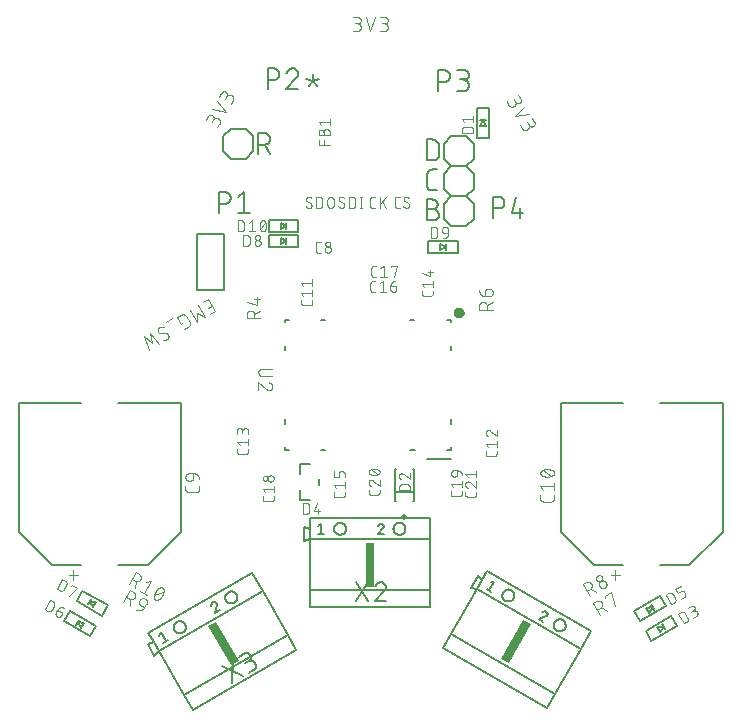
<source format=gbr>
G04 EAGLE Gerber RS-274X export*
G75*
%MOMM*%
%FSLAX34Y34*%
%LPD*%
%INSilkscreen Top*%
%IPPOS*%
%AMOC8*
5,1,8,0,0,1.08239X$1,22.5*%
G01*
%ADD10C,0.152400*%
%ADD11C,0.101600*%
%ADD12C,0.127000*%
%ADD13C,0.076200*%
%ADD14C,0.200000*%
%ADD15C,0.150000*%
%ADD16C,0.500000*%
%ADD17C,0.609600*%
%ADD18R,0.762000X3.810000*%
%ADD19C,0.177800*%


D10*
X-127654Y334235D02*
X-127654Y352015D01*
X-122715Y352015D01*
X-122575Y352013D01*
X-122436Y352007D01*
X-122296Y351997D01*
X-122157Y351983D01*
X-122018Y351966D01*
X-121880Y351944D01*
X-121743Y351918D01*
X-121606Y351889D01*
X-121470Y351856D01*
X-121336Y351819D01*
X-121202Y351778D01*
X-121070Y351733D01*
X-120938Y351684D01*
X-120809Y351632D01*
X-120681Y351577D01*
X-120554Y351517D01*
X-120429Y351454D01*
X-120306Y351388D01*
X-120185Y351318D01*
X-120066Y351245D01*
X-119949Y351168D01*
X-119835Y351088D01*
X-119722Y351005D01*
X-119612Y350919D01*
X-119505Y350829D01*
X-119400Y350737D01*
X-119298Y350642D01*
X-119198Y350544D01*
X-119101Y350443D01*
X-119007Y350339D01*
X-118917Y350233D01*
X-118829Y350124D01*
X-118744Y350013D01*
X-118663Y349899D01*
X-118584Y349784D01*
X-118509Y349666D01*
X-118438Y349546D01*
X-118370Y349423D01*
X-118305Y349300D01*
X-118244Y349174D01*
X-118186Y349046D01*
X-118132Y348918D01*
X-118082Y348787D01*
X-118035Y348655D01*
X-117992Y348522D01*
X-117953Y348388D01*
X-117918Y348253D01*
X-117887Y348117D01*
X-117859Y347979D01*
X-117836Y347842D01*
X-117816Y347703D01*
X-117800Y347564D01*
X-117788Y347425D01*
X-117780Y347286D01*
X-117776Y347146D01*
X-117776Y347006D01*
X-117780Y346866D01*
X-117788Y346727D01*
X-117800Y346588D01*
X-117816Y346449D01*
X-117836Y346310D01*
X-117859Y346173D01*
X-117887Y346035D01*
X-117918Y345899D01*
X-117953Y345764D01*
X-117992Y345630D01*
X-118035Y345497D01*
X-118082Y345365D01*
X-118132Y345234D01*
X-118186Y345106D01*
X-118244Y344978D01*
X-118305Y344852D01*
X-118370Y344729D01*
X-118438Y344607D01*
X-118509Y344486D01*
X-118584Y344368D01*
X-118663Y344253D01*
X-118744Y344139D01*
X-118829Y344028D01*
X-118917Y343919D01*
X-119007Y343813D01*
X-119101Y343709D01*
X-119198Y343608D01*
X-119298Y343510D01*
X-119400Y343415D01*
X-119505Y343323D01*
X-119612Y343233D01*
X-119722Y343147D01*
X-119835Y343064D01*
X-119949Y342984D01*
X-120066Y342907D01*
X-120185Y342834D01*
X-120306Y342764D01*
X-120429Y342698D01*
X-120554Y342635D01*
X-120681Y342575D01*
X-120809Y342520D01*
X-120938Y342468D01*
X-121070Y342419D01*
X-121202Y342374D01*
X-121336Y342333D01*
X-121470Y342296D01*
X-121606Y342263D01*
X-121743Y342234D01*
X-121880Y342208D01*
X-122018Y342186D01*
X-122157Y342169D01*
X-122296Y342155D01*
X-122436Y342145D01*
X-122575Y342139D01*
X-122715Y342137D01*
X-127654Y342137D01*
X-111659Y348064D02*
X-106720Y352015D01*
X-106720Y334235D01*
X-111659Y334235D02*
X-101781Y334235D01*
X104121Y330266D02*
X104121Y348046D01*
X109060Y348046D01*
X109200Y348044D01*
X109339Y348038D01*
X109479Y348028D01*
X109618Y348014D01*
X109757Y347997D01*
X109895Y347975D01*
X110032Y347949D01*
X110169Y347920D01*
X110305Y347887D01*
X110439Y347850D01*
X110573Y347809D01*
X110705Y347764D01*
X110837Y347715D01*
X110966Y347663D01*
X111094Y347608D01*
X111221Y347548D01*
X111346Y347485D01*
X111469Y347419D01*
X111590Y347349D01*
X111709Y347276D01*
X111826Y347199D01*
X111940Y347119D01*
X112053Y347036D01*
X112163Y346950D01*
X112270Y346860D01*
X112375Y346768D01*
X112477Y346673D01*
X112577Y346575D01*
X112674Y346474D01*
X112768Y346370D01*
X112858Y346264D01*
X112946Y346155D01*
X113031Y346044D01*
X113112Y345930D01*
X113191Y345815D01*
X113266Y345697D01*
X113337Y345577D01*
X113405Y345454D01*
X113470Y345331D01*
X113531Y345205D01*
X113589Y345077D01*
X113643Y344949D01*
X113693Y344818D01*
X113740Y344686D01*
X113783Y344553D01*
X113822Y344419D01*
X113857Y344284D01*
X113888Y344148D01*
X113916Y344010D01*
X113939Y343873D01*
X113959Y343734D01*
X113975Y343595D01*
X113987Y343456D01*
X113995Y343317D01*
X113999Y343177D01*
X113999Y343037D01*
X113995Y342897D01*
X113987Y342758D01*
X113975Y342619D01*
X113959Y342480D01*
X113939Y342341D01*
X113916Y342204D01*
X113888Y342066D01*
X113857Y341930D01*
X113822Y341795D01*
X113783Y341661D01*
X113740Y341528D01*
X113693Y341396D01*
X113643Y341265D01*
X113589Y341137D01*
X113531Y341009D01*
X113470Y340883D01*
X113405Y340760D01*
X113337Y340638D01*
X113266Y340517D01*
X113191Y340399D01*
X113112Y340284D01*
X113031Y340170D01*
X112946Y340059D01*
X112858Y339950D01*
X112768Y339844D01*
X112674Y339740D01*
X112577Y339639D01*
X112477Y339541D01*
X112375Y339446D01*
X112270Y339354D01*
X112163Y339264D01*
X112053Y339178D01*
X111940Y339095D01*
X111826Y339015D01*
X111709Y338938D01*
X111590Y338865D01*
X111469Y338795D01*
X111346Y338729D01*
X111221Y338666D01*
X111094Y338606D01*
X110966Y338551D01*
X110837Y338499D01*
X110705Y338450D01*
X110573Y338405D01*
X110439Y338364D01*
X110305Y338327D01*
X110169Y338294D01*
X110032Y338265D01*
X109895Y338239D01*
X109757Y338217D01*
X109618Y338200D01*
X109479Y338186D01*
X109339Y338176D01*
X109200Y338170D01*
X109060Y338168D01*
X104121Y338168D01*
X120116Y334217D02*
X124067Y348046D01*
X120116Y334217D02*
X129994Y334217D01*
X127031Y338168D02*
X127031Y330266D01*
X-86549Y439010D02*
X-86549Y456790D01*
X-81610Y456790D01*
X-81470Y456788D01*
X-81331Y456782D01*
X-81191Y456772D01*
X-81052Y456758D01*
X-80913Y456741D01*
X-80775Y456719D01*
X-80638Y456693D01*
X-80501Y456664D01*
X-80365Y456631D01*
X-80231Y456594D01*
X-80097Y456553D01*
X-79965Y456508D01*
X-79833Y456459D01*
X-79704Y456407D01*
X-79576Y456352D01*
X-79449Y456292D01*
X-79324Y456229D01*
X-79201Y456163D01*
X-79080Y456093D01*
X-78961Y456020D01*
X-78844Y455943D01*
X-78730Y455863D01*
X-78617Y455780D01*
X-78507Y455694D01*
X-78400Y455604D01*
X-78295Y455512D01*
X-78193Y455417D01*
X-78093Y455319D01*
X-77996Y455218D01*
X-77902Y455114D01*
X-77812Y455008D01*
X-77724Y454899D01*
X-77639Y454788D01*
X-77558Y454674D01*
X-77479Y454559D01*
X-77404Y454441D01*
X-77333Y454321D01*
X-77265Y454198D01*
X-77200Y454075D01*
X-77139Y453949D01*
X-77081Y453821D01*
X-77027Y453693D01*
X-76977Y453562D01*
X-76930Y453430D01*
X-76887Y453297D01*
X-76848Y453163D01*
X-76813Y453028D01*
X-76782Y452892D01*
X-76754Y452754D01*
X-76731Y452617D01*
X-76711Y452478D01*
X-76695Y452339D01*
X-76683Y452200D01*
X-76675Y452061D01*
X-76671Y451921D01*
X-76671Y451781D01*
X-76675Y451641D01*
X-76683Y451502D01*
X-76695Y451363D01*
X-76711Y451224D01*
X-76731Y451085D01*
X-76754Y450948D01*
X-76782Y450810D01*
X-76813Y450674D01*
X-76848Y450539D01*
X-76887Y450405D01*
X-76930Y450272D01*
X-76977Y450140D01*
X-77027Y450009D01*
X-77081Y449881D01*
X-77139Y449753D01*
X-77200Y449627D01*
X-77265Y449504D01*
X-77333Y449382D01*
X-77404Y449261D01*
X-77479Y449143D01*
X-77558Y449028D01*
X-77639Y448914D01*
X-77724Y448803D01*
X-77812Y448694D01*
X-77902Y448588D01*
X-77996Y448484D01*
X-78093Y448383D01*
X-78193Y448285D01*
X-78295Y448190D01*
X-78400Y448098D01*
X-78507Y448008D01*
X-78617Y447922D01*
X-78730Y447839D01*
X-78844Y447759D01*
X-78961Y447682D01*
X-79080Y447609D01*
X-79201Y447539D01*
X-79324Y447473D01*
X-79449Y447410D01*
X-79576Y447350D01*
X-79704Y447295D01*
X-79833Y447243D01*
X-79965Y447194D01*
X-80097Y447149D01*
X-80231Y447108D01*
X-80365Y447071D01*
X-80501Y447038D01*
X-80638Y447009D01*
X-80775Y446983D01*
X-80913Y446961D01*
X-81052Y446944D01*
X-81191Y446930D01*
X-81331Y446920D01*
X-81470Y446914D01*
X-81610Y446912D01*
X-86549Y446912D01*
X-65121Y456790D02*
X-64989Y456788D01*
X-64858Y456782D01*
X-64726Y456772D01*
X-64595Y456759D01*
X-64465Y456741D01*
X-64335Y456720D01*
X-64205Y456695D01*
X-64077Y456666D01*
X-63949Y456633D01*
X-63823Y456596D01*
X-63697Y456556D01*
X-63573Y456512D01*
X-63450Y456464D01*
X-63329Y456413D01*
X-63209Y456358D01*
X-63091Y456300D01*
X-62975Y456238D01*
X-62861Y456172D01*
X-62748Y456104D01*
X-62638Y456032D01*
X-62530Y455957D01*
X-62424Y455878D01*
X-62320Y455797D01*
X-62219Y455712D01*
X-62121Y455625D01*
X-62025Y455534D01*
X-61932Y455441D01*
X-61841Y455345D01*
X-61754Y455247D01*
X-61669Y455146D01*
X-61588Y455042D01*
X-61509Y454936D01*
X-61434Y454828D01*
X-61362Y454718D01*
X-61294Y454605D01*
X-61228Y454491D01*
X-61166Y454375D01*
X-61108Y454257D01*
X-61053Y454137D01*
X-61002Y454016D01*
X-60954Y453893D01*
X-60910Y453769D01*
X-60870Y453643D01*
X-60833Y453517D01*
X-60800Y453389D01*
X-60771Y453261D01*
X-60746Y453131D01*
X-60725Y453001D01*
X-60707Y452871D01*
X-60694Y452740D01*
X-60684Y452608D01*
X-60678Y452477D01*
X-60676Y452345D01*
X-65121Y456790D02*
X-65271Y456788D01*
X-65420Y456782D01*
X-65569Y456772D01*
X-65718Y456759D01*
X-65867Y456741D01*
X-66015Y456720D01*
X-66163Y456694D01*
X-66309Y456665D01*
X-66455Y456632D01*
X-66600Y456595D01*
X-66744Y456554D01*
X-66887Y456510D01*
X-67029Y456462D01*
X-67169Y456410D01*
X-67308Y456355D01*
X-67446Y456296D01*
X-67581Y456233D01*
X-67716Y456167D01*
X-67848Y456097D01*
X-67978Y456024D01*
X-68107Y455947D01*
X-68234Y455867D01*
X-68358Y455784D01*
X-68480Y455698D01*
X-68600Y455608D01*
X-68717Y455515D01*
X-68832Y455420D01*
X-68945Y455321D01*
X-69055Y455219D01*
X-69162Y455115D01*
X-69266Y455008D01*
X-69368Y454898D01*
X-69466Y454785D01*
X-69562Y454670D01*
X-69654Y454552D01*
X-69744Y454432D01*
X-69830Y454310D01*
X-69913Y454186D01*
X-69993Y454059D01*
X-70069Y453931D01*
X-70142Y453800D01*
X-70212Y453667D01*
X-70278Y453533D01*
X-70340Y453397D01*
X-70399Y453260D01*
X-70455Y453121D01*
X-70506Y452980D01*
X-70554Y452839D01*
X-62159Y448888D02*
X-62063Y448981D01*
X-61971Y449077D01*
X-61881Y449176D01*
X-61794Y449277D01*
X-61710Y449380D01*
X-61628Y449485D01*
X-61550Y449593D01*
X-61475Y449703D01*
X-61402Y449815D01*
X-61333Y449929D01*
X-61267Y450045D01*
X-61205Y450163D01*
X-61146Y450282D01*
X-61090Y450403D01*
X-61037Y450526D01*
X-60988Y450650D01*
X-60943Y450775D01*
X-60900Y450902D01*
X-60862Y451029D01*
X-60827Y451158D01*
X-60796Y451287D01*
X-60768Y451418D01*
X-60744Y451549D01*
X-60723Y451681D01*
X-60707Y451813D01*
X-60694Y451946D01*
X-60684Y452079D01*
X-60679Y452212D01*
X-60677Y452345D01*
X-62158Y448888D02*
X-70554Y439010D01*
X-60676Y439010D01*
X-48306Y445924D02*
X-48306Y451851D01*
X-48306Y445924D02*
X-44849Y441479D01*
X-48306Y445924D02*
X-51764Y441479D01*
X-48306Y445924D02*
X-42874Y447900D01*
X-48306Y445924D02*
X-53739Y447900D01*
X58084Y455203D02*
X58084Y437423D01*
X58084Y455203D02*
X63022Y455203D01*
X63162Y455201D01*
X63301Y455195D01*
X63441Y455185D01*
X63580Y455171D01*
X63719Y455154D01*
X63857Y455132D01*
X63994Y455106D01*
X64131Y455077D01*
X64267Y455044D01*
X64401Y455007D01*
X64535Y454966D01*
X64667Y454921D01*
X64799Y454872D01*
X64928Y454820D01*
X65056Y454765D01*
X65183Y454705D01*
X65308Y454642D01*
X65431Y454576D01*
X65552Y454506D01*
X65671Y454433D01*
X65788Y454356D01*
X65902Y454276D01*
X66015Y454193D01*
X66125Y454107D01*
X66232Y454017D01*
X66337Y453925D01*
X66439Y453830D01*
X66539Y453732D01*
X66636Y453631D01*
X66730Y453527D01*
X66820Y453421D01*
X66908Y453312D01*
X66993Y453201D01*
X67074Y453087D01*
X67153Y452972D01*
X67228Y452854D01*
X67299Y452734D01*
X67367Y452611D01*
X67432Y452488D01*
X67493Y452362D01*
X67551Y452234D01*
X67605Y452106D01*
X67655Y451975D01*
X67702Y451843D01*
X67745Y451710D01*
X67784Y451576D01*
X67819Y451441D01*
X67850Y451305D01*
X67878Y451167D01*
X67901Y451030D01*
X67921Y450891D01*
X67937Y450752D01*
X67949Y450613D01*
X67957Y450474D01*
X67961Y450334D01*
X67961Y450194D01*
X67957Y450054D01*
X67949Y449915D01*
X67937Y449776D01*
X67921Y449637D01*
X67901Y449498D01*
X67878Y449361D01*
X67850Y449223D01*
X67819Y449087D01*
X67784Y448952D01*
X67745Y448818D01*
X67702Y448685D01*
X67655Y448553D01*
X67605Y448422D01*
X67551Y448294D01*
X67493Y448166D01*
X67432Y448040D01*
X67367Y447917D01*
X67299Y447795D01*
X67228Y447674D01*
X67153Y447556D01*
X67074Y447441D01*
X66993Y447327D01*
X66908Y447216D01*
X66820Y447107D01*
X66730Y447001D01*
X66636Y446897D01*
X66539Y446796D01*
X66439Y446698D01*
X66337Y446603D01*
X66232Y446511D01*
X66125Y446421D01*
X66015Y446335D01*
X65902Y446252D01*
X65788Y446172D01*
X65671Y446095D01*
X65552Y446022D01*
X65431Y445952D01*
X65308Y445886D01*
X65183Y445823D01*
X65056Y445763D01*
X64928Y445708D01*
X64799Y445656D01*
X64667Y445607D01*
X64535Y445562D01*
X64401Y445521D01*
X64267Y445484D01*
X64131Y445451D01*
X63994Y445422D01*
X63857Y445396D01*
X63719Y445374D01*
X63580Y445357D01*
X63441Y445343D01*
X63301Y445333D01*
X63162Y445327D01*
X63022Y445325D01*
X58084Y445325D01*
X74079Y437423D02*
X79018Y437423D01*
X79018Y437422D02*
X79158Y437424D01*
X79297Y437430D01*
X79437Y437440D01*
X79576Y437454D01*
X79715Y437471D01*
X79853Y437493D01*
X79990Y437519D01*
X80127Y437548D01*
X80263Y437581D01*
X80397Y437618D01*
X80531Y437659D01*
X80663Y437704D01*
X80795Y437753D01*
X80924Y437805D01*
X81052Y437860D01*
X81179Y437920D01*
X81304Y437983D01*
X81427Y438049D01*
X81548Y438119D01*
X81667Y438192D01*
X81784Y438269D01*
X81898Y438349D01*
X82011Y438432D01*
X82121Y438518D01*
X82228Y438608D01*
X82333Y438700D01*
X82435Y438795D01*
X82535Y438893D01*
X82632Y438994D01*
X82726Y439098D01*
X82816Y439204D01*
X82904Y439313D01*
X82989Y439424D01*
X83070Y439538D01*
X83149Y439653D01*
X83224Y439771D01*
X83295Y439892D01*
X83363Y440014D01*
X83428Y440137D01*
X83489Y440263D01*
X83547Y440391D01*
X83601Y440519D01*
X83651Y440650D01*
X83698Y440782D01*
X83741Y440915D01*
X83780Y441049D01*
X83815Y441184D01*
X83846Y441320D01*
X83874Y441458D01*
X83897Y441595D01*
X83917Y441734D01*
X83933Y441873D01*
X83945Y442012D01*
X83953Y442151D01*
X83957Y442291D01*
X83957Y442431D01*
X83953Y442571D01*
X83945Y442710D01*
X83933Y442849D01*
X83917Y442988D01*
X83897Y443127D01*
X83874Y443264D01*
X83846Y443402D01*
X83815Y443538D01*
X83780Y443673D01*
X83741Y443807D01*
X83698Y443940D01*
X83651Y444072D01*
X83601Y444203D01*
X83547Y444331D01*
X83489Y444459D01*
X83428Y444585D01*
X83363Y444708D01*
X83295Y444831D01*
X83224Y444951D01*
X83149Y445069D01*
X83070Y445184D01*
X82989Y445298D01*
X82904Y445409D01*
X82816Y445518D01*
X82726Y445624D01*
X82632Y445728D01*
X82535Y445829D01*
X82435Y445927D01*
X82333Y446022D01*
X82228Y446114D01*
X82121Y446204D01*
X82011Y446290D01*
X81898Y446373D01*
X81784Y446453D01*
X81667Y446530D01*
X81548Y446603D01*
X81427Y446673D01*
X81304Y446739D01*
X81179Y446802D01*
X81052Y446862D01*
X80924Y446917D01*
X80795Y446969D01*
X80663Y447018D01*
X80531Y447063D01*
X80397Y447104D01*
X80263Y447141D01*
X80127Y447174D01*
X79990Y447203D01*
X79853Y447229D01*
X79715Y447251D01*
X79576Y447268D01*
X79437Y447282D01*
X79297Y447292D01*
X79158Y447298D01*
X79018Y447300D01*
X80005Y455203D02*
X74079Y455203D01*
X80005Y455202D02*
X80129Y455200D01*
X80253Y455194D01*
X80377Y455184D01*
X80500Y455171D01*
X80623Y455153D01*
X80745Y455132D01*
X80867Y455107D01*
X80988Y455078D01*
X81107Y455045D01*
X81226Y455009D01*
X81343Y454968D01*
X81459Y454925D01*
X81574Y454877D01*
X81687Y454826D01*
X81799Y454771D01*
X81908Y454713D01*
X82016Y454652D01*
X82122Y454587D01*
X82226Y454519D01*
X82327Y454447D01*
X82427Y454373D01*
X82523Y454295D01*
X82618Y454215D01*
X82710Y454131D01*
X82799Y454045D01*
X82885Y453956D01*
X82969Y453864D01*
X83049Y453769D01*
X83127Y453673D01*
X83201Y453573D01*
X83273Y453472D01*
X83341Y453368D01*
X83406Y453262D01*
X83467Y453154D01*
X83525Y453045D01*
X83580Y452933D01*
X83631Y452820D01*
X83679Y452705D01*
X83722Y452589D01*
X83763Y452472D01*
X83799Y452353D01*
X83832Y452234D01*
X83861Y452113D01*
X83886Y451991D01*
X83907Y451869D01*
X83925Y451746D01*
X83938Y451623D01*
X83948Y451499D01*
X83954Y451375D01*
X83956Y451251D01*
X83954Y451127D01*
X83948Y451003D01*
X83938Y450879D01*
X83925Y450756D01*
X83907Y450633D01*
X83886Y450511D01*
X83861Y450389D01*
X83832Y450268D01*
X83799Y450149D01*
X83763Y450030D01*
X83722Y449913D01*
X83679Y449797D01*
X83631Y449682D01*
X83580Y449569D01*
X83525Y449457D01*
X83467Y449348D01*
X83406Y449240D01*
X83341Y449134D01*
X83273Y449030D01*
X83201Y448929D01*
X83127Y448829D01*
X83049Y448733D01*
X82969Y448638D01*
X82885Y448546D01*
X82799Y448457D01*
X82710Y448371D01*
X82618Y448287D01*
X82523Y448207D01*
X82427Y448129D01*
X82327Y448055D01*
X82226Y447983D01*
X82122Y447915D01*
X82016Y447850D01*
X81908Y447789D01*
X81799Y447731D01*
X81687Y447676D01*
X81574Y447625D01*
X81459Y447577D01*
X81343Y447534D01*
X81226Y447493D01*
X81107Y447457D01*
X80988Y447424D01*
X80867Y447395D01*
X80745Y447370D01*
X80623Y447349D01*
X80500Y447331D01*
X80377Y447318D01*
X80253Y447308D01*
X80129Y447302D01*
X80005Y447300D01*
X76054Y447300D01*
X53558Y337763D02*
X48619Y337763D01*
X53558Y337763D02*
X53698Y337761D01*
X53837Y337755D01*
X53977Y337745D01*
X54116Y337731D01*
X54255Y337714D01*
X54393Y337692D01*
X54530Y337666D01*
X54667Y337637D01*
X54803Y337604D01*
X54937Y337567D01*
X55071Y337526D01*
X55203Y337481D01*
X55335Y337432D01*
X55464Y337380D01*
X55592Y337325D01*
X55719Y337265D01*
X55844Y337202D01*
X55967Y337136D01*
X56088Y337066D01*
X56207Y336993D01*
X56324Y336916D01*
X56438Y336836D01*
X56551Y336753D01*
X56661Y336667D01*
X56768Y336577D01*
X56873Y336485D01*
X56975Y336390D01*
X57075Y336292D01*
X57172Y336191D01*
X57266Y336087D01*
X57356Y335981D01*
X57444Y335872D01*
X57529Y335761D01*
X57610Y335647D01*
X57689Y335532D01*
X57764Y335414D01*
X57835Y335294D01*
X57903Y335171D01*
X57968Y335048D01*
X58029Y334922D01*
X58087Y334794D01*
X58141Y334666D01*
X58191Y334535D01*
X58238Y334403D01*
X58281Y334270D01*
X58320Y334136D01*
X58355Y334001D01*
X58386Y333865D01*
X58414Y333727D01*
X58437Y333590D01*
X58457Y333451D01*
X58473Y333312D01*
X58485Y333173D01*
X58493Y333034D01*
X58497Y332894D01*
X58497Y332754D01*
X58493Y332614D01*
X58485Y332475D01*
X58473Y332336D01*
X58457Y332197D01*
X58437Y332058D01*
X58414Y331921D01*
X58386Y331783D01*
X58355Y331647D01*
X58320Y331512D01*
X58281Y331378D01*
X58238Y331245D01*
X58191Y331113D01*
X58141Y330982D01*
X58087Y330854D01*
X58029Y330726D01*
X57968Y330600D01*
X57903Y330477D01*
X57835Y330355D01*
X57764Y330234D01*
X57689Y330116D01*
X57610Y330001D01*
X57529Y329887D01*
X57444Y329776D01*
X57356Y329667D01*
X57266Y329561D01*
X57172Y329457D01*
X57075Y329356D01*
X56975Y329258D01*
X56873Y329163D01*
X56768Y329071D01*
X56661Y328981D01*
X56551Y328895D01*
X56438Y328812D01*
X56324Y328732D01*
X56207Y328655D01*
X56088Y328582D01*
X55967Y328512D01*
X55844Y328446D01*
X55719Y328383D01*
X55592Y328323D01*
X55464Y328268D01*
X55335Y328216D01*
X55203Y328167D01*
X55071Y328122D01*
X54937Y328081D01*
X54803Y328044D01*
X54667Y328011D01*
X54530Y327982D01*
X54393Y327956D01*
X54255Y327934D01*
X54116Y327917D01*
X53977Y327903D01*
X53837Y327893D01*
X53698Y327887D01*
X53558Y327885D01*
X48619Y327885D01*
X48619Y345665D01*
X53558Y345665D01*
X53682Y345663D01*
X53806Y345657D01*
X53930Y345647D01*
X54053Y345634D01*
X54176Y345616D01*
X54298Y345595D01*
X54420Y345570D01*
X54541Y345541D01*
X54660Y345508D01*
X54779Y345472D01*
X54896Y345431D01*
X55012Y345388D01*
X55127Y345340D01*
X55240Y345289D01*
X55352Y345234D01*
X55461Y345176D01*
X55569Y345115D01*
X55675Y345050D01*
X55779Y344982D01*
X55880Y344910D01*
X55980Y344836D01*
X56076Y344758D01*
X56171Y344678D01*
X56263Y344594D01*
X56352Y344508D01*
X56438Y344419D01*
X56522Y344327D01*
X56602Y344232D01*
X56680Y344136D01*
X56754Y344036D01*
X56826Y343935D01*
X56894Y343831D01*
X56959Y343725D01*
X57020Y343617D01*
X57078Y343508D01*
X57133Y343396D01*
X57184Y343283D01*
X57232Y343168D01*
X57275Y343052D01*
X57316Y342935D01*
X57352Y342816D01*
X57385Y342697D01*
X57414Y342576D01*
X57439Y342454D01*
X57460Y342332D01*
X57478Y342209D01*
X57491Y342086D01*
X57501Y341962D01*
X57507Y341838D01*
X57509Y341714D01*
X57507Y341590D01*
X57501Y341466D01*
X57491Y341342D01*
X57478Y341219D01*
X57460Y341096D01*
X57439Y340974D01*
X57414Y340852D01*
X57385Y340731D01*
X57352Y340612D01*
X57316Y340493D01*
X57275Y340376D01*
X57232Y340260D01*
X57184Y340145D01*
X57133Y340032D01*
X57078Y339920D01*
X57020Y339811D01*
X56959Y339703D01*
X56894Y339597D01*
X56826Y339493D01*
X56754Y339392D01*
X56680Y339292D01*
X56602Y339196D01*
X56522Y339101D01*
X56438Y339009D01*
X56352Y338920D01*
X56263Y338834D01*
X56171Y338750D01*
X56076Y338670D01*
X55980Y338592D01*
X55880Y338518D01*
X55779Y338446D01*
X55675Y338378D01*
X55569Y338313D01*
X55461Y338252D01*
X55352Y338194D01*
X55240Y338139D01*
X55127Y338088D01*
X55012Y338040D01*
X54896Y337997D01*
X54779Y337956D01*
X54660Y337920D01*
X54541Y337887D01*
X54420Y337858D01*
X54298Y337833D01*
X54176Y337812D01*
X54053Y337794D01*
X53930Y337781D01*
X53806Y337771D01*
X53682Y337765D01*
X53558Y337763D01*
X52764Y353285D02*
X56715Y353285D01*
X52764Y353285D02*
X52640Y353287D01*
X52516Y353293D01*
X52392Y353303D01*
X52269Y353316D01*
X52146Y353334D01*
X52024Y353355D01*
X51902Y353380D01*
X51781Y353409D01*
X51662Y353442D01*
X51543Y353478D01*
X51426Y353519D01*
X51310Y353562D01*
X51195Y353610D01*
X51082Y353661D01*
X50970Y353716D01*
X50861Y353774D01*
X50753Y353835D01*
X50647Y353900D01*
X50543Y353968D01*
X50442Y354040D01*
X50342Y354114D01*
X50246Y354192D01*
X50151Y354272D01*
X50059Y354356D01*
X49970Y354442D01*
X49884Y354531D01*
X49800Y354623D01*
X49720Y354718D01*
X49642Y354814D01*
X49568Y354914D01*
X49496Y355015D01*
X49428Y355119D01*
X49363Y355225D01*
X49302Y355333D01*
X49244Y355442D01*
X49189Y355554D01*
X49138Y355667D01*
X49090Y355782D01*
X49047Y355898D01*
X49006Y356015D01*
X48970Y356134D01*
X48937Y356253D01*
X48908Y356374D01*
X48883Y356496D01*
X48862Y356618D01*
X48844Y356741D01*
X48831Y356864D01*
X48821Y356988D01*
X48815Y357112D01*
X48813Y357236D01*
X48813Y367114D01*
X48815Y367238D01*
X48821Y367362D01*
X48831Y367486D01*
X48844Y367609D01*
X48862Y367732D01*
X48883Y367854D01*
X48908Y367976D01*
X48937Y368097D01*
X48970Y368216D01*
X49006Y368335D01*
X49047Y368452D01*
X49090Y368568D01*
X49138Y368683D01*
X49189Y368796D01*
X49244Y368908D01*
X49302Y369017D01*
X49363Y369125D01*
X49428Y369231D01*
X49496Y369335D01*
X49568Y369436D01*
X49642Y369536D01*
X49720Y369632D01*
X49800Y369727D01*
X49884Y369819D01*
X49970Y369908D01*
X50059Y369994D01*
X50151Y370078D01*
X50246Y370158D01*
X50342Y370236D01*
X50442Y370310D01*
X50543Y370382D01*
X50647Y370450D01*
X50753Y370515D01*
X50861Y370576D01*
X50970Y370634D01*
X51082Y370689D01*
X51195Y370740D01*
X51310Y370788D01*
X51426Y370831D01*
X51543Y370872D01*
X51662Y370908D01*
X51781Y370941D01*
X51902Y370970D01*
X52024Y370995D01*
X52146Y371016D01*
X52269Y371034D01*
X52392Y371047D01*
X52516Y371057D01*
X52640Y371063D01*
X52764Y371065D01*
X56715Y371065D01*
X48619Y378685D02*
X48619Y396465D01*
X53558Y396465D01*
X53697Y396463D01*
X53835Y396457D01*
X53973Y396448D01*
X54111Y396434D01*
X54248Y396417D01*
X54385Y396395D01*
X54522Y396370D01*
X54657Y396341D01*
X54792Y396308D01*
X54925Y396272D01*
X55058Y396232D01*
X55189Y396188D01*
X55319Y396140D01*
X55448Y396089D01*
X55575Y396034D01*
X55701Y395976D01*
X55825Y395914D01*
X55947Y395849D01*
X56067Y395780D01*
X56186Y395708D01*
X56302Y395633D01*
X56416Y395554D01*
X56528Y395472D01*
X56637Y395387D01*
X56745Y395300D01*
X56849Y395209D01*
X56951Y395115D01*
X57050Y395018D01*
X57147Y394919D01*
X57241Y394817D01*
X57332Y394713D01*
X57419Y394605D01*
X57504Y394496D01*
X57586Y394384D01*
X57665Y394270D01*
X57740Y394154D01*
X57812Y394035D01*
X57881Y393915D01*
X57946Y393793D01*
X58008Y393669D01*
X58066Y393543D01*
X58121Y393416D01*
X58172Y393287D01*
X58220Y393157D01*
X58264Y393026D01*
X58304Y392893D01*
X58340Y392760D01*
X58373Y392625D01*
X58402Y392490D01*
X58427Y392353D01*
X58449Y392216D01*
X58466Y392079D01*
X58480Y391941D01*
X58489Y391803D01*
X58495Y391665D01*
X58497Y391526D01*
X58496Y391526D02*
X58496Y383624D01*
X58497Y383624D02*
X58495Y383485D01*
X58489Y383347D01*
X58480Y383209D01*
X58466Y383071D01*
X58449Y382934D01*
X58427Y382797D01*
X58402Y382660D01*
X58373Y382525D01*
X58340Y382390D01*
X58304Y382257D01*
X58264Y382124D01*
X58220Y381993D01*
X58172Y381863D01*
X58121Y381734D01*
X58066Y381607D01*
X58008Y381481D01*
X57946Y381357D01*
X57881Y381235D01*
X57812Y381115D01*
X57740Y380996D01*
X57665Y380880D01*
X57586Y380766D01*
X57504Y380654D01*
X57419Y380545D01*
X57332Y380437D01*
X57241Y380333D01*
X57147Y380231D01*
X57050Y380132D01*
X56951Y380035D01*
X56849Y379941D01*
X56745Y379850D01*
X56637Y379763D01*
X56528Y379678D01*
X56416Y379596D01*
X56302Y379517D01*
X56186Y379442D01*
X56067Y379370D01*
X55947Y379301D01*
X55825Y379236D01*
X55701Y379174D01*
X55575Y379116D01*
X55448Y379061D01*
X55319Y379010D01*
X55189Y378962D01*
X55058Y378918D01*
X54925Y378878D01*
X54792Y378842D01*
X54657Y378809D01*
X54522Y378780D01*
X54385Y378755D01*
X54248Y378733D01*
X54111Y378716D01*
X53973Y378702D01*
X53835Y378693D01*
X53697Y378687D01*
X53558Y378685D01*
X48619Y378685D01*
X-94256Y384241D02*
X-94256Y402021D01*
X-89318Y402021D01*
X-89178Y402019D01*
X-89039Y402013D01*
X-88899Y402003D01*
X-88760Y401989D01*
X-88621Y401972D01*
X-88483Y401950D01*
X-88346Y401924D01*
X-88209Y401895D01*
X-88073Y401862D01*
X-87939Y401825D01*
X-87805Y401784D01*
X-87673Y401739D01*
X-87541Y401690D01*
X-87412Y401638D01*
X-87284Y401583D01*
X-87157Y401523D01*
X-87032Y401460D01*
X-86909Y401394D01*
X-86788Y401324D01*
X-86669Y401251D01*
X-86552Y401174D01*
X-86438Y401094D01*
X-86325Y401011D01*
X-86215Y400925D01*
X-86108Y400835D01*
X-86003Y400743D01*
X-85901Y400648D01*
X-85801Y400550D01*
X-85704Y400449D01*
X-85610Y400345D01*
X-85520Y400239D01*
X-85432Y400130D01*
X-85347Y400019D01*
X-85266Y399905D01*
X-85187Y399790D01*
X-85112Y399672D01*
X-85041Y399552D01*
X-84973Y399429D01*
X-84908Y399306D01*
X-84847Y399180D01*
X-84789Y399052D01*
X-84735Y398924D01*
X-84685Y398793D01*
X-84638Y398661D01*
X-84595Y398528D01*
X-84556Y398394D01*
X-84521Y398259D01*
X-84490Y398123D01*
X-84462Y397985D01*
X-84439Y397848D01*
X-84419Y397709D01*
X-84403Y397570D01*
X-84391Y397431D01*
X-84383Y397292D01*
X-84379Y397152D01*
X-84379Y397012D01*
X-84383Y396872D01*
X-84391Y396733D01*
X-84403Y396594D01*
X-84419Y396455D01*
X-84439Y396316D01*
X-84462Y396179D01*
X-84490Y396041D01*
X-84521Y395905D01*
X-84556Y395770D01*
X-84595Y395636D01*
X-84638Y395503D01*
X-84685Y395371D01*
X-84735Y395240D01*
X-84789Y395112D01*
X-84847Y394984D01*
X-84908Y394858D01*
X-84973Y394735D01*
X-85041Y394613D01*
X-85112Y394492D01*
X-85187Y394374D01*
X-85266Y394259D01*
X-85347Y394145D01*
X-85432Y394034D01*
X-85520Y393925D01*
X-85610Y393819D01*
X-85704Y393715D01*
X-85801Y393614D01*
X-85901Y393516D01*
X-86003Y393421D01*
X-86108Y393329D01*
X-86215Y393239D01*
X-86325Y393153D01*
X-86438Y393070D01*
X-86552Y392990D01*
X-86669Y392913D01*
X-86788Y392840D01*
X-86909Y392770D01*
X-87032Y392704D01*
X-87157Y392641D01*
X-87284Y392581D01*
X-87412Y392526D01*
X-87541Y392474D01*
X-87673Y392425D01*
X-87805Y392380D01*
X-87939Y392339D01*
X-88073Y392302D01*
X-88209Y392269D01*
X-88346Y392240D01*
X-88483Y392214D01*
X-88621Y392192D01*
X-88760Y392175D01*
X-88899Y392161D01*
X-89039Y392151D01*
X-89178Y392145D01*
X-89318Y392143D01*
X-94256Y392143D01*
X-88330Y392143D02*
X-84379Y384241D01*
D11*
X-127279Y409680D02*
X-128902Y406870D01*
X-127279Y409680D02*
X-127224Y409779D01*
X-127173Y409880D01*
X-127125Y409983D01*
X-127080Y410087D01*
X-127040Y410193D01*
X-127003Y410300D01*
X-126970Y410408D01*
X-126940Y410518D01*
X-126915Y410628D01*
X-126893Y410739D01*
X-126876Y410851D01*
X-126862Y410964D01*
X-126852Y411077D01*
X-126846Y411190D01*
X-126844Y411303D01*
X-126846Y411416D01*
X-126852Y411529D01*
X-126862Y411642D01*
X-126876Y411755D01*
X-126893Y411867D01*
X-126915Y411978D01*
X-126940Y412088D01*
X-126970Y412198D01*
X-127003Y412306D01*
X-127040Y412413D01*
X-127080Y412519D01*
X-127125Y412623D01*
X-127173Y412726D01*
X-127224Y412827D01*
X-127279Y412926D01*
X-127337Y413023D01*
X-127399Y413118D01*
X-127464Y413211D01*
X-127532Y413301D01*
X-127603Y413389D01*
X-127678Y413475D01*
X-127755Y413558D01*
X-127835Y413638D01*
X-127918Y413715D01*
X-128004Y413790D01*
X-128092Y413861D01*
X-128182Y413929D01*
X-128275Y413994D01*
X-128370Y414056D01*
X-128467Y414114D01*
X-128566Y414169D01*
X-128667Y414220D01*
X-128770Y414268D01*
X-128874Y414313D01*
X-128980Y414353D01*
X-129087Y414390D01*
X-129195Y414423D01*
X-129305Y414453D01*
X-129415Y414478D01*
X-129526Y414500D01*
X-129638Y414517D01*
X-129751Y414531D01*
X-129864Y414541D01*
X-129977Y414547D01*
X-130090Y414549D01*
X-130203Y414547D01*
X-130316Y414541D01*
X-130429Y414531D01*
X-130542Y414517D01*
X-130654Y414500D01*
X-130765Y414478D01*
X-130875Y414453D01*
X-130985Y414423D01*
X-131093Y414390D01*
X-131200Y414353D01*
X-131306Y414313D01*
X-131410Y414268D01*
X-131513Y414220D01*
X-131614Y414169D01*
X-131713Y414114D01*
X-131810Y414056D01*
X-131905Y413994D01*
X-131998Y413929D01*
X-132088Y413861D01*
X-132176Y413790D01*
X-132262Y413715D01*
X-132345Y413638D01*
X-132425Y413558D01*
X-132502Y413475D01*
X-132577Y413389D01*
X-132648Y413301D01*
X-132716Y413211D01*
X-132781Y413118D01*
X-132843Y413023D01*
X-132901Y412926D01*
X-137073Y416084D02*
X-139021Y412712D01*
X-137074Y416085D02*
X-137022Y416171D01*
X-136967Y416255D01*
X-136908Y416337D01*
X-136846Y416416D01*
X-136782Y416494D01*
X-136714Y416568D01*
X-136643Y416640D01*
X-136570Y416709D01*
X-136494Y416775D01*
X-136416Y416839D01*
X-136335Y416899D01*
X-136252Y416956D01*
X-136167Y417009D01*
X-136080Y417060D01*
X-135991Y417107D01*
X-135900Y417150D01*
X-135807Y417190D01*
X-135713Y417226D01*
X-135618Y417259D01*
X-135521Y417288D01*
X-135424Y417313D01*
X-135325Y417334D01*
X-135226Y417352D01*
X-135126Y417365D01*
X-135026Y417375D01*
X-134926Y417381D01*
X-134825Y417383D01*
X-134724Y417381D01*
X-134624Y417375D01*
X-134524Y417365D01*
X-134424Y417352D01*
X-134325Y417334D01*
X-134226Y417313D01*
X-134129Y417288D01*
X-134032Y417259D01*
X-133937Y417226D01*
X-133843Y417190D01*
X-133750Y417150D01*
X-133659Y417107D01*
X-133570Y417060D01*
X-133483Y417009D01*
X-133398Y416956D01*
X-133315Y416899D01*
X-133234Y416839D01*
X-133156Y416775D01*
X-133080Y416709D01*
X-133007Y416640D01*
X-132936Y416568D01*
X-132868Y416494D01*
X-132804Y416416D01*
X-132742Y416337D01*
X-132683Y416255D01*
X-132628Y416171D01*
X-132576Y416085D01*
X-132527Y415996D01*
X-132482Y415906D01*
X-132440Y415815D01*
X-132402Y415721D01*
X-132368Y415627D01*
X-132337Y415531D01*
X-132310Y415434D01*
X-132287Y415336D01*
X-132267Y415237D01*
X-132252Y415137D01*
X-132240Y415037D01*
X-132232Y414937D01*
X-132228Y414836D01*
X-132228Y414736D01*
X-132232Y414635D01*
X-132240Y414535D01*
X-132252Y414435D01*
X-132267Y414335D01*
X-132287Y414236D01*
X-132310Y414138D01*
X-132337Y414041D01*
X-132368Y413945D01*
X-132402Y413851D01*
X-132440Y413757D01*
X-132482Y413666D01*
X-132527Y413576D01*
X-132576Y413488D01*
X-133874Y411239D01*
X-133630Y422048D02*
X-121564Y419579D01*
X-129736Y428794D01*
X-117472Y426667D02*
X-115849Y429478D01*
X-115849Y429477D02*
X-115794Y429576D01*
X-115743Y429677D01*
X-115695Y429780D01*
X-115650Y429884D01*
X-115610Y429990D01*
X-115573Y430097D01*
X-115540Y430205D01*
X-115510Y430315D01*
X-115485Y430425D01*
X-115463Y430536D01*
X-115446Y430648D01*
X-115432Y430761D01*
X-115422Y430874D01*
X-115416Y430987D01*
X-115414Y431100D01*
X-115416Y431213D01*
X-115422Y431326D01*
X-115432Y431439D01*
X-115446Y431552D01*
X-115463Y431664D01*
X-115485Y431775D01*
X-115510Y431885D01*
X-115540Y431995D01*
X-115573Y432103D01*
X-115610Y432210D01*
X-115650Y432316D01*
X-115695Y432420D01*
X-115743Y432523D01*
X-115794Y432624D01*
X-115849Y432723D01*
X-115907Y432820D01*
X-115969Y432915D01*
X-116034Y433008D01*
X-116102Y433098D01*
X-116173Y433186D01*
X-116248Y433272D01*
X-116325Y433355D01*
X-116405Y433435D01*
X-116488Y433512D01*
X-116574Y433587D01*
X-116662Y433658D01*
X-116752Y433726D01*
X-116845Y433791D01*
X-116940Y433853D01*
X-117037Y433911D01*
X-117136Y433966D01*
X-117237Y434017D01*
X-117340Y434065D01*
X-117444Y434110D01*
X-117550Y434150D01*
X-117657Y434187D01*
X-117765Y434220D01*
X-117875Y434250D01*
X-117985Y434275D01*
X-118096Y434297D01*
X-118208Y434314D01*
X-118321Y434328D01*
X-118434Y434338D01*
X-118547Y434344D01*
X-118660Y434346D01*
X-118773Y434344D01*
X-118886Y434338D01*
X-118999Y434328D01*
X-119112Y434314D01*
X-119224Y434297D01*
X-119335Y434275D01*
X-119445Y434250D01*
X-119555Y434220D01*
X-119663Y434187D01*
X-119770Y434150D01*
X-119876Y434110D01*
X-119980Y434065D01*
X-120083Y434017D01*
X-120184Y433966D01*
X-120283Y433911D01*
X-120380Y433853D01*
X-120475Y433791D01*
X-120568Y433726D01*
X-120658Y433658D01*
X-120746Y433587D01*
X-120832Y433512D01*
X-120915Y433435D01*
X-120995Y433355D01*
X-121072Y433272D01*
X-121147Y433186D01*
X-121218Y433098D01*
X-121286Y433008D01*
X-121351Y432915D01*
X-121413Y432820D01*
X-121471Y432723D01*
X-125643Y435882D02*
X-127591Y432509D01*
X-125644Y435882D02*
X-125592Y435968D01*
X-125537Y436052D01*
X-125478Y436134D01*
X-125416Y436213D01*
X-125352Y436291D01*
X-125284Y436365D01*
X-125213Y436437D01*
X-125140Y436506D01*
X-125064Y436572D01*
X-124986Y436636D01*
X-124905Y436696D01*
X-124822Y436753D01*
X-124737Y436806D01*
X-124650Y436857D01*
X-124561Y436904D01*
X-124470Y436947D01*
X-124377Y436987D01*
X-124283Y437023D01*
X-124188Y437056D01*
X-124091Y437085D01*
X-123994Y437110D01*
X-123895Y437131D01*
X-123796Y437149D01*
X-123696Y437162D01*
X-123596Y437172D01*
X-123496Y437178D01*
X-123395Y437180D01*
X-123294Y437178D01*
X-123194Y437172D01*
X-123094Y437162D01*
X-122994Y437149D01*
X-122895Y437131D01*
X-122796Y437110D01*
X-122699Y437085D01*
X-122602Y437056D01*
X-122507Y437023D01*
X-122413Y436987D01*
X-122320Y436947D01*
X-122229Y436904D01*
X-122140Y436857D01*
X-122053Y436806D01*
X-121968Y436753D01*
X-121885Y436696D01*
X-121804Y436636D01*
X-121726Y436572D01*
X-121650Y436506D01*
X-121577Y436437D01*
X-121506Y436365D01*
X-121438Y436291D01*
X-121374Y436213D01*
X-121312Y436134D01*
X-121253Y436052D01*
X-121198Y435968D01*
X-121146Y435882D01*
X-121097Y435793D01*
X-121052Y435703D01*
X-121010Y435612D01*
X-120972Y435518D01*
X-120938Y435424D01*
X-120907Y435328D01*
X-120880Y435231D01*
X-120857Y435133D01*
X-120837Y435034D01*
X-120822Y434934D01*
X-120810Y434834D01*
X-120802Y434734D01*
X-120798Y434633D01*
X-120798Y434533D01*
X-120802Y434432D01*
X-120810Y434332D01*
X-120822Y434232D01*
X-120837Y434132D01*
X-120857Y434033D01*
X-120880Y433935D01*
X-120907Y433838D01*
X-120938Y433742D01*
X-120972Y433648D01*
X-121010Y433554D01*
X-121052Y433463D01*
X-121097Y433373D01*
X-121146Y433285D01*
X-122444Y431037D01*
X-14107Y488247D02*
X-10861Y488247D01*
X-10861Y488246D02*
X-10748Y488248D01*
X-10635Y488254D01*
X-10522Y488264D01*
X-10409Y488278D01*
X-10297Y488295D01*
X-10186Y488317D01*
X-10076Y488342D01*
X-9966Y488372D01*
X-9858Y488405D01*
X-9751Y488442D01*
X-9645Y488482D01*
X-9541Y488527D01*
X-9438Y488575D01*
X-9337Y488626D01*
X-9238Y488681D01*
X-9141Y488739D01*
X-9046Y488801D01*
X-8953Y488866D01*
X-8863Y488934D01*
X-8775Y489005D01*
X-8689Y489080D01*
X-8606Y489157D01*
X-8526Y489237D01*
X-8449Y489320D01*
X-8374Y489406D01*
X-8303Y489494D01*
X-8235Y489584D01*
X-8170Y489677D01*
X-8108Y489772D01*
X-8050Y489869D01*
X-7995Y489968D01*
X-7944Y490069D01*
X-7896Y490172D01*
X-7851Y490276D01*
X-7811Y490382D01*
X-7774Y490489D01*
X-7741Y490597D01*
X-7711Y490707D01*
X-7686Y490817D01*
X-7664Y490928D01*
X-7647Y491040D01*
X-7633Y491153D01*
X-7623Y491266D01*
X-7617Y491379D01*
X-7615Y491492D01*
X-7617Y491605D01*
X-7623Y491718D01*
X-7633Y491831D01*
X-7647Y491944D01*
X-7664Y492056D01*
X-7686Y492167D01*
X-7711Y492277D01*
X-7741Y492387D01*
X-7774Y492495D01*
X-7811Y492602D01*
X-7851Y492708D01*
X-7896Y492812D01*
X-7944Y492915D01*
X-7995Y493016D01*
X-8050Y493115D01*
X-8108Y493212D01*
X-8170Y493307D01*
X-8235Y493400D01*
X-8303Y493490D01*
X-8374Y493578D01*
X-8449Y493664D01*
X-8526Y493747D01*
X-8606Y493827D01*
X-8689Y493904D01*
X-8775Y493979D01*
X-8863Y494050D01*
X-8953Y494118D01*
X-9046Y494183D01*
X-9141Y494245D01*
X-9238Y494303D01*
X-9337Y494358D01*
X-9438Y494409D01*
X-9541Y494457D01*
X-9645Y494502D01*
X-9751Y494542D01*
X-9858Y494579D01*
X-9966Y494612D01*
X-10076Y494642D01*
X-10186Y494667D01*
X-10297Y494689D01*
X-10409Y494706D01*
X-10522Y494720D01*
X-10635Y494730D01*
X-10748Y494736D01*
X-10861Y494738D01*
X-10212Y499931D02*
X-14107Y499931D01*
X-10212Y499930D02*
X-10111Y499928D01*
X-10011Y499922D01*
X-9911Y499912D01*
X-9811Y499899D01*
X-9712Y499881D01*
X-9613Y499860D01*
X-9516Y499835D01*
X-9419Y499806D01*
X-9324Y499773D01*
X-9230Y499737D01*
X-9138Y499697D01*
X-9047Y499654D01*
X-8958Y499607D01*
X-8871Y499557D01*
X-8785Y499503D01*
X-8702Y499446D01*
X-8622Y499386D01*
X-8543Y499323D01*
X-8467Y499256D01*
X-8394Y499187D01*
X-8324Y499115D01*
X-8256Y499041D01*
X-8191Y498964D01*
X-8130Y498884D01*
X-8071Y498802D01*
X-8016Y498718D01*
X-7964Y498632D01*
X-7915Y498544D01*
X-7870Y498454D01*
X-7828Y498362D01*
X-7790Y498269D01*
X-7756Y498174D01*
X-7725Y498079D01*
X-7698Y497982D01*
X-7675Y497884D01*
X-7655Y497785D01*
X-7640Y497685D01*
X-7628Y497585D01*
X-7620Y497485D01*
X-7616Y497384D01*
X-7616Y497284D01*
X-7620Y497183D01*
X-7628Y497083D01*
X-7640Y496983D01*
X-7655Y496883D01*
X-7675Y496784D01*
X-7698Y496686D01*
X-7725Y496589D01*
X-7756Y496494D01*
X-7790Y496399D01*
X-7828Y496306D01*
X-7870Y496214D01*
X-7915Y496124D01*
X-7964Y496036D01*
X-8016Y495950D01*
X-8071Y495866D01*
X-8130Y495784D01*
X-8191Y495704D01*
X-8256Y495627D01*
X-8324Y495553D01*
X-8394Y495481D01*
X-8467Y495412D01*
X-8543Y495345D01*
X-8622Y495282D01*
X-8702Y495222D01*
X-8785Y495165D01*
X-8871Y495111D01*
X-8958Y495061D01*
X-9047Y495014D01*
X-9138Y494971D01*
X-9230Y494931D01*
X-9324Y494895D01*
X-9419Y494862D01*
X-9516Y494833D01*
X-9613Y494808D01*
X-9712Y494787D01*
X-9811Y494769D01*
X-9911Y494756D01*
X-10011Y494746D01*
X-10111Y494740D01*
X-10212Y494738D01*
X-12809Y494738D01*
X-3326Y499931D02*
X569Y488247D01*
X4463Y499931D01*
X8753Y488247D02*
X11999Y488247D01*
X11999Y488246D02*
X12112Y488248D01*
X12225Y488254D01*
X12338Y488264D01*
X12451Y488278D01*
X12563Y488295D01*
X12674Y488317D01*
X12784Y488342D01*
X12894Y488372D01*
X13002Y488405D01*
X13109Y488442D01*
X13215Y488482D01*
X13319Y488527D01*
X13422Y488575D01*
X13523Y488626D01*
X13622Y488681D01*
X13719Y488739D01*
X13814Y488801D01*
X13907Y488866D01*
X13997Y488934D01*
X14085Y489005D01*
X14171Y489080D01*
X14254Y489157D01*
X14334Y489237D01*
X14411Y489320D01*
X14486Y489406D01*
X14557Y489494D01*
X14625Y489584D01*
X14690Y489677D01*
X14752Y489772D01*
X14810Y489869D01*
X14865Y489968D01*
X14916Y490069D01*
X14964Y490172D01*
X15009Y490276D01*
X15049Y490382D01*
X15086Y490489D01*
X15119Y490597D01*
X15149Y490707D01*
X15174Y490817D01*
X15196Y490928D01*
X15213Y491040D01*
X15227Y491153D01*
X15237Y491266D01*
X15243Y491379D01*
X15245Y491492D01*
X15243Y491605D01*
X15237Y491718D01*
X15227Y491831D01*
X15213Y491944D01*
X15196Y492056D01*
X15174Y492167D01*
X15149Y492277D01*
X15119Y492387D01*
X15086Y492495D01*
X15049Y492602D01*
X15009Y492708D01*
X14964Y492812D01*
X14916Y492915D01*
X14865Y493016D01*
X14810Y493115D01*
X14752Y493212D01*
X14690Y493307D01*
X14625Y493400D01*
X14557Y493490D01*
X14486Y493578D01*
X14411Y493664D01*
X14334Y493747D01*
X14254Y493827D01*
X14171Y493904D01*
X14085Y493979D01*
X13997Y494050D01*
X13907Y494118D01*
X13814Y494183D01*
X13719Y494245D01*
X13622Y494303D01*
X13523Y494358D01*
X13422Y494409D01*
X13319Y494457D01*
X13215Y494502D01*
X13109Y494542D01*
X13002Y494579D01*
X12894Y494612D01*
X12784Y494642D01*
X12674Y494667D01*
X12563Y494689D01*
X12451Y494706D01*
X12338Y494720D01*
X12225Y494730D01*
X12112Y494736D01*
X11999Y494738D01*
X12648Y499931D02*
X8753Y499931D01*
X12648Y499930D02*
X12749Y499928D01*
X12849Y499922D01*
X12949Y499912D01*
X13049Y499899D01*
X13148Y499881D01*
X13247Y499860D01*
X13344Y499835D01*
X13441Y499806D01*
X13536Y499773D01*
X13630Y499737D01*
X13722Y499697D01*
X13813Y499654D01*
X13902Y499607D01*
X13989Y499557D01*
X14075Y499503D01*
X14158Y499446D01*
X14238Y499386D01*
X14317Y499323D01*
X14393Y499256D01*
X14466Y499187D01*
X14536Y499115D01*
X14604Y499041D01*
X14669Y498964D01*
X14730Y498884D01*
X14789Y498802D01*
X14844Y498718D01*
X14896Y498632D01*
X14945Y498544D01*
X14990Y498454D01*
X15032Y498362D01*
X15070Y498269D01*
X15104Y498174D01*
X15135Y498079D01*
X15162Y497982D01*
X15185Y497884D01*
X15205Y497785D01*
X15220Y497685D01*
X15232Y497585D01*
X15240Y497485D01*
X15244Y497384D01*
X15244Y497284D01*
X15240Y497183D01*
X15232Y497083D01*
X15220Y496983D01*
X15205Y496883D01*
X15185Y496784D01*
X15162Y496686D01*
X15135Y496589D01*
X15104Y496494D01*
X15070Y496399D01*
X15032Y496306D01*
X14990Y496214D01*
X14945Y496124D01*
X14896Y496036D01*
X14844Y495950D01*
X14789Y495866D01*
X14730Y495784D01*
X14669Y495704D01*
X14604Y495627D01*
X14536Y495553D01*
X14466Y495481D01*
X14393Y495412D01*
X14317Y495345D01*
X14238Y495282D01*
X14158Y495222D01*
X14075Y495165D01*
X13989Y495111D01*
X13902Y495061D01*
X13813Y495014D01*
X13722Y494971D01*
X13630Y494931D01*
X13536Y494895D01*
X13441Y494862D01*
X13344Y494833D01*
X13247Y494808D01*
X13148Y494787D01*
X13049Y494769D01*
X12949Y494756D01*
X12849Y494746D01*
X12749Y494740D01*
X12648Y494738D01*
X10051Y494738D01*
X115814Y428663D02*
X117437Y425853D01*
X117437Y425852D02*
X117495Y425755D01*
X117557Y425660D01*
X117622Y425567D01*
X117690Y425477D01*
X117761Y425389D01*
X117836Y425303D01*
X117913Y425220D01*
X117993Y425140D01*
X118076Y425063D01*
X118162Y424988D01*
X118250Y424917D01*
X118340Y424849D01*
X118433Y424784D01*
X118528Y424722D01*
X118625Y424664D01*
X118724Y424609D01*
X118825Y424558D01*
X118928Y424510D01*
X119032Y424465D01*
X119138Y424425D01*
X119245Y424388D01*
X119353Y424355D01*
X119463Y424325D01*
X119573Y424300D01*
X119684Y424278D01*
X119796Y424261D01*
X119909Y424247D01*
X120022Y424237D01*
X120135Y424231D01*
X120248Y424229D01*
X120361Y424231D01*
X120474Y424237D01*
X120587Y424247D01*
X120700Y424261D01*
X120812Y424278D01*
X120923Y424300D01*
X121033Y424325D01*
X121143Y424355D01*
X121251Y424388D01*
X121358Y424425D01*
X121464Y424465D01*
X121568Y424510D01*
X121671Y424558D01*
X121772Y424609D01*
X121871Y424664D01*
X121968Y424722D01*
X122063Y424784D01*
X122156Y424849D01*
X122246Y424917D01*
X122334Y424988D01*
X122420Y425063D01*
X122503Y425140D01*
X122583Y425220D01*
X122660Y425303D01*
X122735Y425389D01*
X122806Y425477D01*
X122874Y425567D01*
X122939Y425660D01*
X123001Y425755D01*
X123059Y425852D01*
X123114Y425951D01*
X123165Y426052D01*
X123213Y426155D01*
X123258Y426259D01*
X123298Y426365D01*
X123335Y426472D01*
X123368Y426580D01*
X123398Y426690D01*
X123423Y426800D01*
X123445Y426911D01*
X123462Y427023D01*
X123476Y427136D01*
X123486Y427249D01*
X123492Y427362D01*
X123494Y427475D01*
X123492Y427588D01*
X123486Y427701D01*
X123476Y427814D01*
X123462Y427927D01*
X123445Y428039D01*
X123423Y428150D01*
X123398Y428260D01*
X123368Y428370D01*
X123335Y428478D01*
X123298Y428585D01*
X123258Y428691D01*
X123213Y428795D01*
X123165Y428898D01*
X123114Y428999D01*
X123059Y429098D01*
X127880Y431132D02*
X125933Y434505D01*
X127880Y431133D02*
X127929Y431044D01*
X127974Y430954D01*
X128016Y430863D01*
X128054Y430769D01*
X128088Y430675D01*
X128119Y430579D01*
X128146Y430482D01*
X128169Y430384D01*
X128189Y430285D01*
X128204Y430185D01*
X128216Y430085D01*
X128224Y429985D01*
X128228Y429884D01*
X128228Y429784D01*
X128224Y429683D01*
X128216Y429583D01*
X128204Y429483D01*
X128189Y429383D01*
X128169Y429284D01*
X128146Y429186D01*
X128119Y429089D01*
X128088Y428993D01*
X128054Y428899D01*
X128016Y428805D01*
X127974Y428714D01*
X127929Y428624D01*
X127880Y428536D01*
X127828Y428449D01*
X127773Y428365D01*
X127714Y428283D01*
X127652Y428204D01*
X127588Y428126D01*
X127520Y428052D01*
X127449Y427980D01*
X127376Y427911D01*
X127300Y427845D01*
X127222Y427781D01*
X127141Y427721D01*
X127058Y427664D01*
X126973Y427611D01*
X126886Y427560D01*
X126797Y427513D01*
X126706Y427470D01*
X126613Y427430D01*
X126519Y427394D01*
X126424Y427361D01*
X126327Y427332D01*
X126230Y427307D01*
X126131Y427286D01*
X126032Y427268D01*
X125932Y427255D01*
X125832Y427245D01*
X125732Y427239D01*
X125631Y427237D01*
X125530Y427239D01*
X125430Y427245D01*
X125330Y427255D01*
X125230Y427268D01*
X125131Y427286D01*
X125032Y427307D01*
X124935Y427332D01*
X124838Y427361D01*
X124743Y427394D01*
X124649Y427430D01*
X124556Y427470D01*
X124465Y427513D01*
X124376Y427560D01*
X124289Y427611D01*
X124204Y427664D01*
X124121Y427721D01*
X124040Y427781D01*
X123962Y427845D01*
X123886Y427911D01*
X123813Y427980D01*
X123742Y428052D01*
X123674Y428126D01*
X123610Y428204D01*
X123548Y428283D01*
X123489Y428365D01*
X123434Y428449D01*
X123382Y428536D01*
X123383Y428536D02*
X122085Y430785D01*
X131323Y425169D02*
X123152Y415954D01*
X135218Y418423D01*
X127244Y408866D02*
X128867Y406055D01*
X128925Y405958D01*
X128987Y405863D01*
X129052Y405770D01*
X129120Y405680D01*
X129191Y405592D01*
X129266Y405506D01*
X129343Y405423D01*
X129423Y405343D01*
X129506Y405266D01*
X129592Y405191D01*
X129680Y405120D01*
X129770Y405052D01*
X129863Y404987D01*
X129958Y404925D01*
X130055Y404867D01*
X130154Y404812D01*
X130255Y404761D01*
X130358Y404713D01*
X130462Y404668D01*
X130568Y404628D01*
X130675Y404591D01*
X130783Y404558D01*
X130893Y404528D01*
X131003Y404503D01*
X131114Y404481D01*
X131226Y404464D01*
X131339Y404450D01*
X131452Y404440D01*
X131565Y404434D01*
X131678Y404432D01*
X131791Y404434D01*
X131904Y404440D01*
X132017Y404450D01*
X132130Y404464D01*
X132242Y404481D01*
X132353Y404503D01*
X132463Y404528D01*
X132573Y404558D01*
X132681Y404591D01*
X132788Y404628D01*
X132894Y404668D01*
X132998Y404713D01*
X133101Y404761D01*
X133202Y404812D01*
X133301Y404867D01*
X133398Y404925D01*
X133493Y404987D01*
X133586Y405052D01*
X133676Y405120D01*
X133764Y405191D01*
X133850Y405266D01*
X133933Y405343D01*
X134013Y405423D01*
X134090Y405506D01*
X134165Y405592D01*
X134236Y405680D01*
X134304Y405770D01*
X134369Y405863D01*
X134431Y405958D01*
X134489Y406055D01*
X134544Y406154D01*
X134595Y406255D01*
X134643Y406358D01*
X134688Y406462D01*
X134728Y406568D01*
X134765Y406675D01*
X134798Y406783D01*
X134828Y406893D01*
X134853Y407003D01*
X134875Y407114D01*
X134892Y407226D01*
X134906Y407339D01*
X134916Y407452D01*
X134922Y407565D01*
X134924Y407678D01*
X134922Y407791D01*
X134916Y407904D01*
X134906Y408017D01*
X134892Y408130D01*
X134875Y408242D01*
X134853Y408353D01*
X134828Y408463D01*
X134798Y408573D01*
X134765Y408681D01*
X134728Y408788D01*
X134688Y408894D01*
X134643Y408998D01*
X134595Y409101D01*
X134544Y409202D01*
X134489Y409301D01*
X139310Y411335D02*
X137363Y414708D01*
X139310Y411336D02*
X139359Y411247D01*
X139404Y411157D01*
X139446Y411066D01*
X139484Y410972D01*
X139518Y410878D01*
X139549Y410782D01*
X139576Y410685D01*
X139599Y410587D01*
X139619Y410488D01*
X139634Y410388D01*
X139646Y410288D01*
X139654Y410188D01*
X139658Y410087D01*
X139658Y409987D01*
X139654Y409886D01*
X139646Y409786D01*
X139634Y409686D01*
X139619Y409586D01*
X139599Y409487D01*
X139576Y409389D01*
X139549Y409292D01*
X139518Y409196D01*
X139484Y409102D01*
X139446Y409008D01*
X139404Y408917D01*
X139359Y408827D01*
X139310Y408739D01*
X139258Y408652D01*
X139203Y408568D01*
X139144Y408486D01*
X139082Y408407D01*
X139018Y408329D01*
X138950Y408255D01*
X138879Y408183D01*
X138806Y408114D01*
X138730Y408048D01*
X138652Y407984D01*
X138571Y407924D01*
X138488Y407867D01*
X138403Y407814D01*
X138316Y407763D01*
X138227Y407716D01*
X138136Y407673D01*
X138043Y407633D01*
X137949Y407597D01*
X137854Y407564D01*
X137757Y407535D01*
X137660Y407510D01*
X137561Y407489D01*
X137462Y407471D01*
X137362Y407458D01*
X137262Y407448D01*
X137162Y407442D01*
X137061Y407440D01*
X136960Y407442D01*
X136860Y407448D01*
X136760Y407458D01*
X136660Y407471D01*
X136561Y407489D01*
X136462Y407510D01*
X136365Y407535D01*
X136268Y407564D01*
X136173Y407597D01*
X136079Y407633D01*
X135986Y407673D01*
X135895Y407716D01*
X135806Y407763D01*
X135719Y407814D01*
X135634Y407867D01*
X135551Y407924D01*
X135470Y407984D01*
X135392Y408048D01*
X135316Y408114D01*
X135243Y408183D01*
X135172Y408255D01*
X135104Y408329D01*
X135040Y408407D01*
X134978Y408486D01*
X134919Y408568D01*
X134864Y408652D01*
X134812Y408739D01*
X134813Y408739D02*
X133515Y410987D01*
X-136711Y261244D02*
X-141208Y258647D01*
X-136711Y261244D02*
X-130869Y251125D01*
X-135366Y248528D01*
X-136838Y253675D02*
X-133465Y255622D01*
X-139526Y246127D02*
X-145368Y256245D01*
X-146144Y249801D02*
X-139526Y246127D01*
X-146144Y249801D02*
X-146272Y242232D01*
X-152114Y252351D01*
X-157838Y241550D02*
X-159524Y240577D01*
X-162770Y246198D01*
X-159397Y248146D01*
X-159397Y248145D02*
X-159310Y248193D01*
X-159221Y248238D01*
X-159131Y248279D01*
X-159039Y248317D01*
X-158945Y248351D01*
X-158851Y248382D01*
X-158755Y248409D01*
X-158658Y248432D01*
X-158561Y248452D01*
X-158462Y248467D01*
X-158364Y248479D01*
X-158265Y248488D01*
X-158165Y248492D01*
X-158066Y248493D01*
X-157966Y248490D01*
X-157867Y248483D01*
X-157768Y248472D01*
X-157670Y248457D01*
X-157572Y248439D01*
X-157475Y248417D01*
X-157379Y248391D01*
X-157284Y248362D01*
X-157190Y248329D01*
X-157098Y248292D01*
X-157007Y248252D01*
X-156917Y248209D01*
X-156830Y248162D01*
X-156744Y248111D01*
X-156660Y248058D01*
X-156578Y248001D01*
X-156499Y247941D01*
X-156422Y247879D01*
X-156347Y247813D01*
X-156275Y247744D01*
X-156206Y247673D01*
X-156139Y247599D01*
X-156075Y247523D01*
X-156014Y247444D01*
X-155957Y247363D01*
X-155902Y247280D01*
X-155851Y247195D01*
X-155850Y247195D02*
X-152605Y241574D01*
X-152557Y241487D01*
X-152512Y241398D01*
X-152471Y241308D01*
X-152433Y241216D01*
X-152399Y241122D01*
X-152368Y241028D01*
X-152341Y240932D01*
X-152318Y240835D01*
X-152298Y240738D01*
X-152283Y240639D01*
X-152271Y240541D01*
X-152262Y240442D01*
X-152258Y240342D01*
X-152257Y240243D01*
X-152260Y240143D01*
X-152267Y240044D01*
X-152278Y239945D01*
X-152293Y239847D01*
X-152311Y239749D01*
X-152333Y239652D01*
X-152359Y239556D01*
X-152388Y239461D01*
X-152421Y239367D01*
X-152458Y239275D01*
X-152498Y239184D01*
X-152541Y239094D01*
X-152588Y239007D01*
X-152639Y238921D01*
X-152692Y238837D01*
X-152749Y238755D01*
X-152809Y238676D01*
X-152871Y238599D01*
X-152937Y238524D01*
X-153006Y238452D01*
X-153077Y238383D01*
X-153151Y238316D01*
X-153227Y238252D01*
X-153306Y238192D01*
X-153387Y238134D01*
X-153470Y238079D01*
X-153555Y238028D01*
X-153555Y238027D02*
X-156928Y236080D01*
X-167599Y244910D02*
X-172096Y242313D01*
X-178339Y237209D02*
X-178424Y237158D01*
X-178507Y237103D01*
X-178588Y237046D01*
X-178667Y236985D01*
X-178743Y236921D01*
X-178817Y236854D01*
X-178888Y236785D01*
X-178957Y236713D01*
X-179023Y236638D01*
X-179085Y236561D01*
X-179145Y236482D01*
X-179202Y236400D01*
X-179255Y236316D01*
X-179306Y236230D01*
X-179353Y236143D01*
X-179396Y236053D01*
X-179436Y235962D01*
X-179473Y235870D01*
X-179506Y235776D01*
X-179535Y235681D01*
X-179561Y235585D01*
X-179583Y235488D01*
X-179601Y235390D01*
X-179616Y235292D01*
X-179627Y235193D01*
X-179634Y235094D01*
X-179637Y234994D01*
X-179636Y234895D01*
X-179632Y234795D01*
X-179623Y234696D01*
X-179611Y234597D01*
X-179596Y234499D01*
X-179576Y234402D01*
X-179553Y234305D01*
X-179526Y234209D01*
X-179495Y234115D01*
X-179461Y234021D01*
X-179423Y233929D01*
X-179382Y233839D01*
X-179337Y233750D01*
X-179289Y233663D01*
X-178338Y237209D02*
X-178212Y237280D01*
X-178085Y237347D01*
X-177955Y237411D01*
X-177824Y237471D01*
X-177691Y237528D01*
X-177557Y237581D01*
X-177422Y237631D01*
X-177285Y237677D01*
X-177147Y237720D01*
X-177008Y237759D01*
X-176868Y237794D01*
X-176727Y237826D01*
X-176586Y237854D01*
X-176444Y237878D01*
X-176301Y237899D01*
X-176157Y237915D01*
X-176013Y237928D01*
X-175869Y237937D01*
X-175725Y237942D01*
X-175581Y237944D01*
X-175437Y237942D01*
X-175292Y237936D01*
X-175148Y237926D01*
X-175005Y237912D01*
X-174861Y237895D01*
X-174719Y237873D01*
X-174576Y237848D01*
X-174435Y237820D01*
X-174294Y237787D01*
X-174154Y237751D01*
X-170703Y231124D02*
X-170655Y231037D01*
X-170610Y230948D01*
X-170569Y230858D01*
X-170531Y230766D01*
X-170497Y230673D01*
X-170466Y230578D01*
X-170439Y230482D01*
X-170416Y230385D01*
X-170396Y230288D01*
X-170381Y230190D01*
X-170369Y230091D01*
X-170360Y229992D01*
X-170356Y229892D01*
X-170355Y229793D01*
X-170358Y229693D01*
X-170365Y229594D01*
X-170376Y229495D01*
X-170391Y229397D01*
X-170409Y229299D01*
X-170431Y229202D01*
X-170457Y229106D01*
X-170486Y229011D01*
X-170519Y228917D01*
X-170556Y228825D01*
X-170596Y228733D01*
X-170640Y228644D01*
X-170687Y228556D01*
X-170737Y228471D01*
X-170790Y228387D01*
X-170847Y228305D01*
X-170907Y228225D01*
X-170970Y228148D01*
X-171035Y228074D01*
X-171104Y228001D01*
X-171175Y227932D01*
X-171249Y227865D01*
X-171325Y227802D01*
X-171404Y227741D01*
X-171485Y227683D01*
X-171568Y227628D01*
X-171653Y227577D01*
X-171654Y227577D02*
X-171773Y227511D01*
X-171894Y227448D01*
X-172016Y227388D01*
X-172140Y227332D01*
X-172266Y227279D01*
X-172393Y227230D01*
X-172521Y227184D01*
X-172650Y227142D01*
X-172781Y227104D01*
X-172913Y227069D01*
X-173045Y227038D01*
X-173179Y227011D01*
X-173313Y226987D01*
X-173448Y226967D01*
X-173583Y226951D01*
X-173719Y226939D01*
X-173855Y226931D01*
X-173991Y226926D01*
X-174127Y226925D01*
X-174263Y226928D01*
X-174399Y226935D01*
X-174535Y226946D01*
X-174670Y226960D01*
X-172964Y232443D02*
X-172862Y232440D01*
X-172761Y232433D01*
X-172660Y232423D01*
X-172560Y232408D01*
X-172460Y232390D01*
X-172361Y232368D01*
X-172263Y232342D01*
X-172166Y232312D01*
X-172070Y232279D01*
X-171976Y232242D01*
X-171883Y232201D01*
X-171792Y232157D01*
X-171702Y232109D01*
X-171615Y232058D01*
X-171529Y232003D01*
X-171446Y231946D01*
X-171365Y231885D01*
X-171286Y231821D01*
X-171210Y231754D01*
X-171136Y231684D01*
X-171065Y231612D01*
X-170997Y231537D01*
X-170932Y231459D01*
X-170870Y231379D01*
X-170811Y231296D01*
X-170756Y231211D01*
X-170703Y231124D01*
X-177029Y232344D02*
X-177131Y232347D01*
X-177232Y232354D01*
X-177333Y232364D01*
X-177433Y232379D01*
X-177533Y232397D01*
X-177632Y232419D01*
X-177730Y232445D01*
X-177827Y232475D01*
X-177923Y232508D01*
X-178017Y232545D01*
X-178110Y232586D01*
X-178201Y232630D01*
X-178291Y232678D01*
X-178378Y232729D01*
X-178464Y232784D01*
X-178547Y232841D01*
X-178628Y232902D01*
X-178707Y232966D01*
X-178783Y233033D01*
X-178857Y233103D01*
X-178928Y233175D01*
X-178996Y233250D01*
X-179061Y233328D01*
X-179123Y233408D01*
X-179182Y233491D01*
X-179237Y233576D01*
X-179290Y233662D01*
X-177029Y232344D02*
X-172964Y232443D01*
X-178326Y223725D02*
X-186417Y232546D01*
X-184771Y224502D01*
X-190914Y229949D01*
X-187320Y218532D01*
D12*
X249021Y-16213D02*
X250271Y-18378D01*
X249021Y-16213D02*
X247771Y-14047D01*
X249021Y-16213D02*
X245941Y-20878D01*
X243441Y-16547D02*
X249021Y-16213D01*
X243441Y-16547D02*
X245941Y-20878D01*
X238531Y-28043D02*
X233531Y-19382D01*
X255182Y-6882D01*
X260182Y-15543D01*
X238531Y-28043D01*
D13*
X265814Y-13132D02*
X261115Y-4993D01*
X263376Y-3688D01*
X263463Y-3639D01*
X263552Y-3594D01*
X263643Y-3553D01*
X263736Y-3515D01*
X263830Y-3481D01*
X263925Y-3450D01*
X264021Y-3423D01*
X264119Y-3399D01*
X264217Y-3380D01*
X264315Y-3364D01*
X264415Y-3352D01*
X264514Y-3343D01*
X264614Y-3339D01*
X264714Y-3338D01*
X264814Y-3341D01*
X264914Y-3348D01*
X265014Y-3359D01*
X265113Y-3374D01*
X265211Y-3392D01*
X265308Y-3414D01*
X265405Y-3440D01*
X265501Y-3470D01*
X265595Y-3503D01*
X265688Y-3540D01*
X265779Y-3580D01*
X265869Y-3624D01*
X265958Y-3671D01*
X266044Y-3722D01*
X266128Y-3776D01*
X266210Y-3833D01*
X266290Y-3893D01*
X266368Y-3956D01*
X266443Y-4022D01*
X266515Y-4091D01*
X266585Y-4163D01*
X266652Y-4237D01*
X266716Y-4314D01*
X266778Y-4393D01*
X266836Y-4474D01*
X266891Y-4558D01*
X266942Y-4644D01*
X269031Y-8261D01*
X269031Y-8260D02*
X269080Y-8348D01*
X269124Y-8437D01*
X269166Y-8528D01*
X269204Y-8621D01*
X269238Y-8715D01*
X269269Y-8810D01*
X269296Y-8906D01*
X269320Y-9004D01*
X269339Y-9102D01*
X269355Y-9200D01*
X269367Y-9300D01*
X269376Y-9399D01*
X269380Y-9499D01*
X269381Y-9599D01*
X269378Y-9699D01*
X269371Y-9799D01*
X269360Y-9899D01*
X269345Y-9997D01*
X269327Y-10096D01*
X269305Y-10193D01*
X269279Y-10290D01*
X269249Y-10386D01*
X269216Y-10480D01*
X269179Y-10573D01*
X269139Y-10664D01*
X269095Y-10754D01*
X269048Y-10843D01*
X268997Y-10929D01*
X268943Y-11013D01*
X268886Y-11095D01*
X268826Y-11175D01*
X268763Y-11253D01*
X268697Y-11328D01*
X268628Y-11400D01*
X268556Y-11470D01*
X268482Y-11537D01*
X268405Y-11601D01*
X268326Y-11663D01*
X268245Y-11721D01*
X268161Y-11776D01*
X268076Y-11827D01*
X268075Y-11827D02*
X265814Y-13132D01*
X273997Y-8408D02*
X276258Y-7103D01*
X276259Y-7103D02*
X276345Y-7051D01*
X276430Y-6995D01*
X276512Y-6936D01*
X276592Y-6874D01*
X276670Y-6809D01*
X276745Y-6741D01*
X276817Y-6670D01*
X276887Y-6597D01*
X276953Y-6520D01*
X277017Y-6441D01*
X277077Y-6360D01*
X277134Y-6277D01*
X277188Y-6191D01*
X277239Y-6103D01*
X277286Y-6014D01*
X277330Y-5922D01*
X277370Y-5829D01*
X277407Y-5735D01*
X277439Y-5639D01*
X277468Y-5542D01*
X277494Y-5444D01*
X277515Y-5345D01*
X277533Y-5245D01*
X277546Y-5145D01*
X277556Y-5044D01*
X277562Y-4943D01*
X277564Y-4842D01*
X277562Y-4741D01*
X277556Y-4640D01*
X277546Y-4539D01*
X277533Y-4439D01*
X277515Y-4339D01*
X277494Y-4240D01*
X277468Y-4142D01*
X277439Y-4045D01*
X277407Y-3949D01*
X277370Y-3855D01*
X277330Y-3762D01*
X277286Y-3670D01*
X277239Y-3581D01*
X277188Y-3493D01*
X277134Y-3407D01*
X277077Y-3324D01*
X277017Y-3242D01*
X276953Y-3164D01*
X276887Y-3087D01*
X276817Y-3014D01*
X276745Y-2943D01*
X276670Y-2875D01*
X276592Y-2810D01*
X276512Y-2748D01*
X276430Y-2689D01*
X276345Y-2633D01*
X276258Y-2581D01*
X276170Y-2532D01*
X276079Y-2486D01*
X275987Y-2445D01*
X275893Y-2406D01*
X275798Y-2372D01*
X275702Y-2341D01*
X275604Y-2314D01*
X275506Y-2290D01*
X275406Y-2271D01*
X275306Y-2255D01*
X275206Y-2243D01*
X275105Y-2235D01*
X275004Y-2231D01*
X274902Y-2231D01*
X274801Y-2235D01*
X274700Y-2243D01*
X274600Y-2255D01*
X274500Y-2271D01*
X274400Y-2290D01*
X274302Y-2314D01*
X274204Y-2341D01*
X274108Y-2372D01*
X274013Y-2406D01*
X273919Y-2445D01*
X273827Y-2486D01*
X273736Y-2532D01*
X273647Y-2581D01*
X272011Y1297D02*
X269298Y-269D01*
X272011Y1297D02*
X272091Y1341D01*
X272173Y1381D01*
X272256Y1418D01*
X272341Y1451D01*
X272427Y1480D01*
X272515Y1506D01*
X272603Y1528D01*
X272692Y1545D01*
X272782Y1559D01*
X272873Y1569D01*
X272964Y1575D01*
X273055Y1577D01*
X273146Y1575D01*
X273237Y1569D01*
X273328Y1559D01*
X273418Y1545D01*
X273507Y1528D01*
X273595Y1506D01*
X273683Y1480D01*
X273769Y1451D01*
X273854Y1418D01*
X273937Y1381D01*
X274019Y1341D01*
X274099Y1297D01*
X274177Y1250D01*
X274253Y1199D01*
X274326Y1146D01*
X274397Y1089D01*
X274466Y1028D01*
X274531Y965D01*
X274594Y900D01*
X274654Y831D01*
X274712Y760D01*
X274765Y687D01*
X274816Y611D01*
X274863Y533D01*
X274907Y453D01*
X274947Y371D01*
X274984Y288D01*
X275017Y203D01*
X275046Y117D01*
X275072Y29D01*
X275094Y-59D01*
X275111Y-148D01*
X275125Y-238D01*
X275135Y-329D01*
X275141Y-420D01*
X275143Y-511D01*
X275141Y-602D01*
X275135Y-693D01*
X275125Y-784D01*
X275111Y-874D01*
X275094Y-963D01*
X275072Y-1051D01*
X275046Y-1139D01*
X275017Y-1225D01*
X274984Y-1310D01*
X274947Y-1393D01*
X274907Y-1475D01*
X274863Y-1555D01*
X274816Y-1633D01*
X274765Y-1709D01*
X274712Y-1782D01*
X274655Y-1853D01*
X274594Y-1922D01*
X274531Y-1987D01*
X274466Y-2050D01*
X274397Y-2110D01*
X274326Y-2167D01*
X274253Y-2221D01*
X274177Y-2272D01*
X274099Y-2319D01*
X274100Y-2320D02*
X272291Y-3364D01*
D12*
X240746Y-1709D02*
X239496Y456D01*
X238246Y2621D01*
X239496Y456D02*
X236416Y-4209D01*
X233916Y121D02*
X239496Y456D01*
X233916Y121D02*
X236416Y-4209D01*
X229006Y-11374D02*
X224006Y-2714D01*
X245657Y9786D01*
X250657Y1126D01*
X229006Y-11374D01*
D13*
X255340Y2971D02*
X250641Y11110D01*
X252902Y12415D01*
X252901Y12415D02*
X252989Y12464D01*
X253078Y12508D01*
X253169Y12550D01*
X253262Y12588D01*
X253356Y12622D01*
X253451Y12653D01*
X253547Y12680D01*
X253645Y12704D01*
X253743Y12723D01*
X253841Y12739D01*
X253941Y12751D01*
X254040Y12760D01*
X254140Y12764D01*
X254240Y12765D01*
X254340Y12762D01*
X254440Y12755D01*
X254540Y12744D01*
X254638Y12729D01*
X254737Y12711D01*
X254834Y12689D01*
X254931Y12663D01*
X255027Y12633D01*
X255121Y12600D01*
X255214Y12563D01*
X255305Y12523D01*
X255395Y12479D01*
X255484Y12432D01*
X255570Y12381D01*
X255654Y12327D01*
X255736Y12270D01*
X255816Y12210D01*
X255894Y12147D01*
X255969Y12081D01*
X256041Y12012D01*
X256111Y11940D01*
X256178Y11866D01*
X256242Y11789D01*
X256304Y11710D01*
X256362Y11629D01*
X256417Y11545D01*
X256468Y11460D01*
X256468Y11459D02*
X258556Y7842D01*
X258556Y7843D02*
X258605Y7755D01*
X258649Y7666D01*
X258691Y7575D01*
X258729Y7482D01*
X258763Y7388D01*
X258794Y7293D01*
X258821Y7197D01*
X258845Y7099D01*
X258864Y7001D01*
X258880Y6903D01*
X258892Y6803D01*
X258901Y6704D01*
X258905Y6604D01*
X258906Y6504D01*
X258903Y6404D01*
X258896Y6304D01*
X258885Y6204D01*
X258870Y6106D01*
X258852Y6007D01*
X258830Y5910D01*
X258804Y5813D01*
X258774Y5717D01*
X258741Y5623D01*
X258704Y5530D01*
X258664Y5439D01*
X258620Y5349D01*
X258573Y5260D01*
X258522Y5174D01*
X258468Y5090D01*
X258411Y5008D01*
X258351Y4928D01*
X258288Y4850D01*
X258222Y4775D01*
X258153Y4703D01*
X258081Y4633D01*
X258007Y4566D01*
X257930Y4502D01*
X257851Y4440D01*
X257770Y4382D01*
X257686Y4327D01*
X257601Y4276D01*
X255340Y2971D01*
X263523Y7695D02*
X266236Y9261D01*
X266235Y9262D02*
X266313Y9309D01*
X266389Y9360D01*
X266462Y9413D01*
X266533Y9471D01*
X266602Y9531D01*
X266667Y9594D01*
X266730Y9659D01*
X266791Y9728D01*
X266848Y9799D01*
X266901Y9872D01*
X266952Y9948D01*
X266999Y10026D01*
X267043Y10106D01*
X267083Y10188D01*
X267120Y10271D01*
X267153Y10356D01*
X267182Y10442D01*
X267208Y10530D01*
X267230Y10618D01*
X267247Y10707D01*
X267261Y10797D01*
X267271Y10888D01*
X267277Y10979D01*
X267279Y11070D01*
X267277Y11161D01*
X267271Y11252D01*
X267261Y11343D01*
X267247Y11433D01*
X267230Y11522D01*
X267208Y11610D01*
X267182Y11698D01*
X267153Y11784D01*
X267120Y11869D01*
X267083Y11952D01*
X267043Y12034D01*
X266999Y12114D01*
X267000Y12114D02*
X266478Y13018D01*
X266477Y13018D02*
X266431Y13094D01*
X266382Y13168D01*
X266330Y13239D01*
X266275Y13309D01*
X266217Y13376D01*
X266156Y13440D01*
X266092Y13502D01*
X266026Y13561D01*
X265958Y13617D01*
X265887Y13670D01*
X265814Y13720D01*
X265738Y13767D01*
X265661Y13811D01*
X265583Y13852D01*
X265502Y13889D01*
X265420Y13922D01*
X265337Y13952D01*
X265252Y13979D01*
X265166Y14002D01*
X265080Y14021D01*
X264993Y14037D01*
X264905Y14049D01*
X264817Y14057D01*
X264728Y14061D01*
X264639Y14062D01*
X264551Y14059D01*
X264462Y14052D01*
X264374Y14041D01*
X264287Y14027D01*
X264200Y14009D01*
X264114Y13987D01*
X264029Y13962D01*
X263946Y13933D01*
X263863Y13900D01*
X263782Y13864D01*
X263703Y13825D01*
X263625Y13782D01*
X263625Y13783D02*
X260912Y12217D01*
X258824Y15834D01*
X263345Y18444D01*
D12*
X-246184Y-10079D02*
X-247434Y-12244D01*
X-248684Y-14409D01*
X-247434Y-12244D02*
X-241854Y-12579D01*
X-244354Y-16909D02*
X-247434Y-12244D01*
X-244354Y-16909D02*
X-241854Y-12579D01*
X-231943Y-15414D02*
X-236943Y-24074D01*
X-258594Y-11574D01*
X-253594Y-2914D01*
X-231943Y-15414D01*
D13*
X-270507Y6663D02*
X-275206Y-1476D01*
X-270507Y6663D02*
X-268246Y5357D01*
X-268247Y5357D02*
X-268161Y5306D01*
X-268077Y5251D01*
X-267996Y5193D01*
X-267917Y5131D01*
X-267840Y5067D01*
X-267766Y5000D01*
X-267694Y4930D01*
X-267625Y4858D01*
X-267559Y4783D01*
X-267496Y4705D01*
X-267436Y4625D01*
X-267379Y4543D01*
X-267325Y4459D01*
X-267274Y4373D01*
X-267227Y4284D01*
X-267183Y4194D01*
X-267143Y4103D01*
X-267106Y4010D01*
X-267073Y3916D01*
X-267043Y3820D01*
X-267017Y3723D01*
X-266995Y3626D01*
X-266977Y3528D01*
X-266962Y3429D01*
X-266951Y3329D01*
X-266944Y3229D01*
X-266941Y3129D01*
X-266942Y3029D01*
X-266946Y2929D01*
X-266955Y2830D01*
X-266967Y2730D01*
X-266983Y2632D01*
X-267002Y2534D01*
X-267026Y2436D01*
X-267053Y2340D01*
X-267084Y2245D01*
X-267118Y2151D01*
X-267156Y2058D01*
X-267197Y1967D01*
X-267242Y1878D01*
X-267291Y1791D01*
X-269379Y-1826D01*
X-269379Y-1827D02*
X-269430Y-1912D01*
X-269485Y-1996D01*
X-269543Y-2077D01*
X-269605Y-2156D01*
X-269669Y-2233D01*
X-269736Y-2307D01*
X-269806Y-2379D01*
X-269878Y-2448D01*
X-269953Y-2514D01*
X-270031Y-2577D01*
X-270111Y-2637D01*
X-270193Y-2694D01*
X-270277Y-2748D01*
X-270363Y-2799D01*
X-270452Y-2846D01*
X-270542Y-2890D01*
X-270633Y-2930D01*
X-270726Y-2967D01*
X-270820Y-3000D01*
X-270916Y-3030D01*
X-271013Y-3056D01*
X-271110Y-3078D01*
X-271209Y-3096D01*
X-271307Y-3111D01*
X-271407Y-3122D01*
X-271507Y-3129D01*
X-271607Y-3132D01*
X-271707Y-3131D01*
X-271807Y-3127D01*
X-271906Y-3118D01*
X-272006Y-3106D01*
X-272104Y-3090D01*
X-272202Y-3071D01*
X-272300Y-3047D01*
X-272396Y-3020D01*
X-272491Y-2989D01*
X-272585Y-2955D01*
X-272678Y-2917D01*
X-272769Y-2875D01*
X-272858Y-2831D01*
X-272946Y-2782D01*
X-272945Y-2782D02*
X-275206Y-1476D01*
X-264413Y-1679D02*
X-261700Y-3245D01*
X-261700Y-3246D02*
X-261624Y-3292D01*
X-261550Y-3341D01*
X-261479Y-3393D01*
X-261409Y-3448D01*
X-261342Y-3506D01*
X-261278Y-3567D01*
X-261216Y-3631D01*
X-261157Y-3697D01*
X-261101Y-3765D01*
X-261048Y-3836D01*
X-260998Y-3909D01*
X-260951Y-3985D01*
X-260907Y-4062D01*
X-260866Y-4140D01*
X-260829Y-4221D01*
X-260796Y-4303D01*
X-260766Y-4386D01*
X-260739Y-4471D01*
X-260716Y-4557D01*
X-260697Y-4643D01*
X-260681Y-4730D01*
X-260669Y-4818D01*
X-260661Y-4906D01*
X-260657Y-4995D01*
X-260656Y-5084D01*
X-260659Y-5172D01*
X-260666Y-5261D01*
X-260677Y-5349D01*
X-260691Y-5436D01*
X-260709Y-5523D01*
X-260731Y-5609D01*
X-260756Y-5694D01*
X-260785Y-5777D01*
X-260818Y-5860D01*
X-260854Y-5941D01*
X-260893Y-6020D01*
X-260936Y-6098D01*
X-260935Y-6098D02*
X-261197Y-6551D01*
X-261196Y-6550D02*
X-261248Y-6637D01*
X-261304Y-6722D01*
X-261363Y-6804D01*
X-261425Y-6884D01*
X-261490Y-6962D01*
X-261558Y-7037D01*
X-261629Y-7109D01*
X-261702Y-7179D01*
X-261779Y-7245D01*
X-261857Y-7309D01*
X-261939Y-7369D01*
X-262022Y-7426D01*
X-262108Y-7480D01*
X-262196Y-7531D01*
X-262285Y-7578D01*
X-262377Y-7622D01*
X-262470Y-7662D01*
X-262564Y-7699D01*
X-262660Y-7731D01*
X-262757Y-7760D01*
X-262855Y-7786D01*
X-262954Y-7807D01*
X-263054Y-7825D01*
X-263154Y-7838D01*
X-263255Y-7848D01*
X-263356Y-7854D01*
X-263457Y-7856D01*
X-263558Y-7854D01*
X-263659Y-7848D01*
X-263760Y-7838D01*
X-263860Y-7825D01*
X-263960Y-7807D01*
X-264059Y-7786D01*
X-264157Y-7760D01*
X-264254Y-7731D01*
X-264350Y-7699D01*
X-264444Y-7662D01*
X-264537Y-7622D01*
X-264629Y-7578D01*
X-264718Y-7531D01*
X-264806Y-7480D01*
X-264892Y-7426D01*
X-264975Y-7369D01*
X-265057Y-7309D01*
X-265135Y-7245D01*
X-265212Y-7179D01*
X-265285Y-7109D01*
X-265356Y-7037D01*
X-265424Y-6962D01*
X-265489Y-6884D01*
X-265551Y-6804D01*
X-265610Y-6722D01*
X-265666Y-6637D01*
X-265718Y-6550D01*
X-265767Y-6462D01*
X-265813Y-6371D01*
X-265854Y-6279D01*
X-265893Y-6185D01*
X-265927Y-6090D01*
X-265958Y-5994D01*
X-265985Y-5896D01*
X-266009Y-5798D01*
X-266028Y-5698D01*
X-266044Y-5598D01*
X-266056Y-5498D01*
X-266064Y-5397D01*
X-266068Y-5296D01*
X-266068Y-5194D01*
X-266064Y-5093D01*
X-266056Y-4992D01*
X-266044Y-4892D01*
X-266028Y-4792D01*
X-266009Y-4692D01*
X-265985Y-4594D01*
X-265958Y-4496D01*
X-265927Y-4400D01*
X-265893Y-4305D01*
X-265854Y-4211D01*
X-265813Y-4119D01*
X-265767Y-4028D01*
X-265718Y-3939D01*
X-265718Y-3940D02*
X-264413Y-1679D01*
X-264347Y-1569D01*
X-264278Y-1461D01*
X-264205Y-1355D01*
X-264129Y-1251D01*
X-264050Y-1149D01*
X-263968Y-1050D01*
X-263883Y-954D01*
X-263795Y-860D01*
X-263704Y-769D01*
X-263610Y-681D01*
X-263514Y-596D01*
X-263415Y-514D01*
X-263313Y-435D01*
X-263209Y-359D01*
X-263103Y-286D01*
X-262995Y-217D01*
X-262885Y-151D01*
X-262772Y-88D01*
X-262658Y-29D01*
X-262542Y27D01*
X-262424Y79D01*
X-262305Y127D01*
X-262184Y172D01*
X-262062Y212D01*
X-261939Y250D01*
X-261815Y283D01*
X-261690Y312D01*
X-261564Y338D01*
X-261437Y360D01*
X-261309Y377D01*
X-261181Y391D01*
X-261053Y401D01*
X-260925Y407D01*
X-260796Y409D01*
X-260667Y407D01*
X-260539Y401D01*
X-260411Y391D01*
X-260283Y377D01*
X-260155Y360D01*
X-260029Y338D01*
X-259902Y312D01*
X-259777Y283D01*
X-259653Y250D01*
X-259530Y212D01*
X-259408Y172D01*
X-259287Y127D01*
X-259168Y79D01*
X-259050Y27D01*
X-258934Y-29D01*
X-258820Y-88D01*
X-258708Y-151D01*
D12*
X-237115Y5219D02*
X-235865Y7384D01*
X-237115Y5219D02*
X-238365Y3054D01*
X-237115Y5219D02*
X-231535Y4884D01*
X-234035Y554D02*
X-237115Y5219D01*
X-234035Y554D02*
X-231535Y4884D01*
X-221625Y2049D02*
X-226625Y-6611D01*
X-248275Y5889D01*
X-243275Y14549D01*
X-221625Y2049D01*
D13*
X-260189Y24125D02*
X-264888Y15986D01*
X-260189Y24125D02*
X-257928Y22820D01*
X-257842Y22769D01*
X-257758Y22714D01*
X-257677Y22656D01*
X-257598Y22594D01*
X-257521Y22530D01*
X-257447Y22463D01*
X-257375Y22393D01*
X-257306Y22321D01*
X-257240Y22246D01*
X-257177Y22168D01*
X-257117Y22088D01*
X-257060Y22006D01*
X-257006Y21922D01*
X-256955Y21836D01*
X-256908Y21747D01*
X-256864Y21657D01*
X-256824Y21566D01*
X-256787Y21473D01*
X-256754Y21379D01*
X-256724Y21283D01*
X-256698Y21186D01*
X-256676Y21089D01*
X-256658Y20991D01*
X-256643Y20892D01*
X-256632Y20792D01*
X-256625Y20692D01*
X-256622Y20592D01*
X-256623Y20492D01*
X-256627Y20392D01*
X-256636Y20293D01*
X-256648Y20193D01*
X-256664Y20095D01*
X-256683Y19997D01*
X-256707Y19899D01*
X-256734Y19803D01*
X-256765Y19708D01*
X-256799Y19614D01*
X-256837Y19521D01*
X-256878Y19430D01*
X-256923Y19341D01*
X-256972Y19254D01*
X-259061Y15636D01*
X-259060Y15636D02*
X-259111Y15551D01*
X-259166Y15467D01*
X-259224Y15386D01*
X-259286Y15307D01*
X-259350Y15230D01*
X-259417Y15156D01*
X-259487Y15084D01*
X-259559Y15015D01*
X-259634Y14949D01*
X-259712Y14886D01*
X-259792Y14826D01*
X-259874Y14769D01*
X-259958Y14715D01*
X-260044Y14664D01*
X-260133Y14617D01*
X-260223Y14573D01*
X-260314Y14533D01*
X-260407Y14496D01*
X-260501Y14463D01*
X-260597Y14433D01*
X-260694Y14407D01*
X-260791Y14385D01*
X-260890Y14367D01*
X-260988Y14352D01*
X-261088Y14341D01*
X-261188Y14334D01*
X-261288Y14331D01*
X-261388Y14332D01*
X-261488Y14336D01*
X-261587Y14345D01*
X-261687Y14357D01*
X-261785Y14373D01*
X-261883Y14392D01*
X-261981Y14416D01*
X-262077Y14443D01*
X-262172Y14474D01*
X-262266Y14508D01*
X-262359Y14546D01*
X-262450Y14588D01*
X-262539Y14632D01*
X-262627Y14681D01*
X-264888Y15986D01*
X-252528Y18496D02*
X-252006Y19401D01*
X-247484Y16790D01*
X-254444Y9956D01*
D12*
X-70525Y320556D02*
X-70525Y323056D01*
X-70525Y325556D01*
X-70525Y323056D02*
X-75525Y320556D01*
X-75525Y325556D02*
X-70525Y323056D01*
X-75525Y325556D02*
X-75525Y320556D01*
X-85525Y318056D02*
X-85525Y328056D01*
X-60525Y328056D01*
X-60525Y318056D01*
X-85525Y318056D01*
D13*
X-111694Y318594D02*
X-111694Y327992D01*
X-109083Y327992D01*
X-108983Y327990D01*
X-108883Y327984D01*
X-108784Y327975D01*
X-108684Y327961D01*
X-108586Y327944D01*
X-108488Y327923D01*
X-108391Y327899D01*
X-108295Y327870D01*
X-108200Y327838D01*
X-108107Y327803D01*
X-108015Y327764D01*
X-107924Y327721D01*
X-107836Y327675D01*
X-107749Y327625D01*
X-107664Y327573D01*
X-107581Y327517D01*
X-107500Y327458D01*
X-107422Y327395D01*
X-107346Y327330D01*
X-107272Y327262D01*
X-107202Y327192D01*
X-107134Y327118D01*
X-107069Y327042D01*
X-107006Y326964D01*
X-106947Y326883D01*
X-106891Y326800D01*
X-106839Y326715D01*
X-106789Y326628D01*
X-106743Y326540D01*
X-106700Y326449D01*
X-106661Y326357D01*
X-106626Y326264D01*
X-106594Y326169D01*
X-106565Y326073D01*
X-106541Y325976D01*
X-106520Y325878D01*
X-106503Y325780D01*
X-106489Y325680D01*
X-106480Y325581D01*
X-106474Y325481D01*
X-106472Y325381D01*
X-106473Y325381D02*
X-106473Y321204D01*
X-106472Y321204D02*
X-106474Y321104D01*
X-106480Y321004D01*
X-106489Y320905D01*
X-106503Y320805D01*
X-106520Y320707D01*
X-106541Y320609D01*
X-106565Y320512D01*
X-106594Y320416D01*
X-106626Y320321D01*
X-106661Y320228D01*
X-106700Y320136D01*
X-106743Y320045D01*
X-106789Y319957D01*
X-106839Y319870D01*
X-106891Y319785D01*
X-106947Y319702D01*
X-107006Y319621D01*
X-107069Y319543D01*
X-107134Y319467D01*
X-107202Y319393D01*
X-107272Y319323D01*
X-107346Y319255D01*
X-107422Y319190D01*
X-107500Y319127D01*
X-107581Y319068D01*
X-107664Y319012D01*
X-107749Y318960D01*
X-107836Y318910D01*
X-107924Y318864D01*
X-108015Y318821D01*
X-108107Y318782D01*
X-108200Y318747D01*
X-108295Y318715D01*
X-108391Y318686D01*
X-108488Y318662D01*
X-108586Y318641D01*
X-108684Y318624D01*
X-108784Y318610D01*
X-108883Y318601D01*
X-108983Y318595D01*
X-109083Y318593D01*
X-109083Y318594D02*
X-111694Y318594D01*
X-102245Y325903D02*
X-99635Y327992D01*
X-99635Y318594D01*
X-102245Y318594D02*
X-97024Y318594D01*
X-93102Y323293D02*
X-93100Y323478D01*
X-93093Y323663D01*
X-93082Y323847D01*
X-93067Y324031D01*
X-93047Y324215D01*
X-93023Y324399D01*
X-92994Y324581D01*
X-92961Y324763D01*
X-92924Y324944D01*
X-92882Y325124D01*
X-92836Y325304D01*
X-92786Y325482D01*
X-92732Y325658D01*
X-92673Y325834D01*
X-92611Y326008D01*
X-92544Y326180D01*
X-92473Y326351D01*
X-92398Y326520D01*
X-92319Y326687D01*
X-92289Y326767D01*
X-92256Y326846D01*
X-92219Y326923D01*
X-92179Y326999D01*
X-92136Y327073D01*
X-92090Y327145D01*
X-92040Y327214D01*
X-91988Y327282D01*
X-91932Y327347D01*
X-91874Y327410D01*
X-91812Y327469D01*
X-91749Y327527D01*
X-91682Y327581D01*
X-91614Y327632D01*
X-91543Y327680D01*
X-91470Y327725D01*
X-91396Y327767D01*
X-91319Y327805D01*
X-91241Y327840D01*
X-91162Y327872D01*
X-91081Y327900D01*
X-90999Y327924D01*
X-90915Y327945D01*
X-90832Y327962D01*
X-90747Y327975D01*
X-90662Y327984D01*
X-90577Y327990D01*
X-90491Y327992D01*
X-90405Y327990D01*
X-90320Y327984D01*
X-90235Y327975D01*
X-90150Y327962D01*
X-90067Y327945D01*
X-89983Y327924D01*
X-89901Y327900D01*
X-89821Y327872D01*
X-89741Y327840D01*
X-89663Y327805D01*
X-89586Y327767D01*
X-89512Y327725D01*
X-89439Y327680D01*
X-89368Y327632D01*
X-89300Y327581D01*
X-89233Y327527D01*
X-89170Y327469D01*
X-89109Y327410D01*
X-89050Y327347D01*
X-88995Y327282D01*
X-88942Y327214D01*
X-88892Y327145D01*
X-88846Y327073D01*
X-88803Y326999D01*
X-88763Y326923D01*
X-88726Y326846D01*
X-88693Y326767D01*
X-88663Y326687D01*
X-88584Y326520D01*
X-88509Y326351D01*
X-88438Y326180D01*
X-88371Y326008D01*
X-88309Y325834D01*
X-88250Y325658D01*
X-88196Y325482D01*
X-88146Y325304D01*
X-88100Y325124D01*
X-88058Y324944D01*
X-88021Y324763D01*
X-87988Y324581D01*
X-87959Y324399D01*
X-87935Y324215D01*
X-87915Y324031D01*
X-87900Y323847D01*
X-87889Y323663D01*
X-87882Y323478D01*
X-87880Y323293D01*
X-93101Y323293D02*
X-93099Y323108D01*
X-93092Y322923D01*
X-93081Y322739D01*
X-93066Y322555D01*
X-93046Y322371D01*
X-93022Y322187D01*
X-92993Y322005D01*
X-92960Y321823D01*
X-92923Y321642D01*
X-92881Y321462D01*
X-92835Y321282D01*
X-92785Y321104D01*
X-92731Y320928D01*
X-92672Y320752D01*
X-92610Y320578D01*
X-92543Y320406D01*
X-92472Y320235D01*
X-92397Y320066D01*
X-92318Y319899D01*
X-92319Y319898D02*
X-92289Y319818D01*
X-92256Y319739D01*
X-92219Y319662D01*
X-92179Y319586D01*
X-92136Y319512D01*
X-92090Y319440D01*
X-92040Y319371D01*
X-91987Y319303D01*
X-91932Y319238D01*
X-91873Y319175D01*
X-91812Y319116D01*
X-91749Y319058D01*
X-91682Y319004D01*
X-91614Y318953D01*
X-91543Y318905D01*
X-91470Y318860D01*
X-91396Y318818D01*
X-91319Y318780D01*
X-91241Y318745D01*
X-91162Y318713D01*
X-91081Y318685D01*
X-90999Y318661D01*
X-90915Y318640D01*
X-90832Y318623D01*
X-90747Y318610D01*
X-90662Y318601D01*
X-90577Y318595D01*
X-90491Y318593D01*
X-88663Y319899D02*
X-88584Y320066D01*
X-88509Y320235D01*
X-88438Y320406D01*
X-88371Y320578D01*
X-88309Y320752D01*
X-88250Y320928D01*
X-88196Y321104D01*
X-88146Y321282D01*
X-88100Y321462D01*
X-88058Y321642D01*
X-88021Y321823D01*
X-87988Y322005D01*
X-87959Y322187D01*
X-87935Y322371D01*
X-87915Y322555D01*
X-87900Y322739D01*
X-87889Y322923D01*
X-87882Y323108D01*
X-87880Y323293D01*
X-88663Y319898D02*
X-88693Y319818D01*
X-88726Y319739D01*
X-88763Y319662D01*
X-88803Y319586D01*
X-88846Y319512D01*
X-88892Y319440D01*
X-88942Y319371D01*
X-88995Y319303D01*
X-89050Y319238D01*
X-89109Y319175D01*
X-89170Y319116D01*
X-89233Y319058D01*
X-89300Y319004D01*
X-89368Y318953D01*
X-89439Y318905D01*
X-89512Y318860D01*
X-89586Y318818D01*
X-89663Y318780D01*
X-89741Y318745D01*
X-89821Y318713D01*
X-89901Y318685D01*
X-89983Y318661D01*
X-90067Y318640D01*
X-90150Y318623D01*
X-90235Y318610D01*
X-90320Y318601D01*
X-90405Y318595D01*
X-90491Y318593D01*
X-92579Y320682D02*
X-88402Y325903D01*
X78042Y98466D02*
X78042Y96378D01*
X78041Y96378D02*
X78039Y96289D01*
X78033Y96201D01*
X78024Y96113D01*
X78011Y96025D01*
X77994Y95938D01*
X77974Y95852D01*
X77949Y95767D01*
X77922Y95682D01*
X77890Y95599D01*
X77856Y95518D01*
X77817Y95438D01*
X77776Y95360D01*
X77731Y95283D01*
X77683Y95209D01*
X77632Y95136D01*
X77578Y95066D01*
X77520Y94999D01*
X77460Y94933D01*
X77398Y94871D01*
X77332Y94811D01*
X77265Y94753D01*
X77195Y94699D01*
X77122Y94648D01*
X77048Y94600D01*
X76971Y94555D01*
X76893Y94514D01*
X76813Y94475D01*
X76732Y94441D01*
X76649Y94409D01*
X76564Y94382D01*
X76479Y94357D01*
X76393Y94337D01*
X76306Y94320D01*
X76218Y94307D01*
X76130Y94298D01*
X76042Y94292D01*
X75953Y94290D01*
X70732Y94290D01*
X70732Y94289D02*
X70641Y94291D01*
X70550Y94297D01*
X70459Y94307D01*
X70369Y94321D01*
X70280Y94339D01*
X70191Y94360D01*
X70104Y94386D01*
X70018Y94415D01*
X69933Y94448D01*
X69849Y94485D01*
X69767Y94525D01*
X69688Y94569D01*
X69610Y94616D01*
X69534Y94667D01*
X69460Y94721D01*
X69389Y94778D01*
X69321Y94838D01*
X69255Y94901D01*
X69192Y94967D01*
X69132Y95035D01*
X69075Y95106D01*
X69021Y95180D01*
X68970Y95256D01*
X68923Y95333D01*
X68879Y95413D01*
X68839Y95495D01*
X68802Y95579D01*
X68769Y95663D01*
X68740Y95750D01*
X68714Y95837D01*
X68693Y95926D01*
X68675Y96015D01*
X68661Y96105D01*
X68651Y96196D01*
X68645Y96287D01*
X68643Y96378D01*
X68644Y96378D02*
X68644Y98466D01*
X70732Y101935D02*
X68644Y104546D01*
X78042Y104546D01*
X78042Y107156D02*
X78042Y101935D01*
X73865Y113168D02*
X73865Y116300D01*
X73864Y113168D02*
X73862Y113079D01*
X73856Y112991D01*
X73847Y112903D01*
X73834Y112815D01*
X73817Y112728D01*
X73797Y112642D01*
X73772Y112557D01*
X73745Y112472D01*
X73713Y112389D01*
X73679Y112308D01*
X73640Y112228D01*
X73599Y112150D01*
X73554Y112073D01*
X73506Y111999D01*
X73455Y111926D01*
X73401Y111856D01*
X73343Y111789D01*
X73283Y111723D01*
X73221Y111661D01*
X73155Y111601D01*
X73088Y111543D01*
X73018Y111489D01*
X72945Y111438D01*
X72871Y111390D01*
X72794Y111345D01*
X72716Y111304D01*
X72636Y111265D01*
X72555Y111231D01*
X72472Y111199D01*
X72387Y111172D01*
X72302Y111147D01*
X72216Y111127D01*
X72129Y111110D01*
X72041Y111097D01*
X71953Y111088D01*
X71865Y111082D01*
X71776Y111080D01*
X71776Y111079D02*
X71254Y111079D01*
X71153Y111081D01*
X71052Y111087D01*
X70951Y111097D01*
X70851Y111110D01*
X70751Y111128D01*
X70652Y111149D01*
X70554Y111175D01*
X70457Y111204D01*
X70361Y111236D01*
X70267Y111273D01*
X70174Y111313D01*
X70082Y111357D01*
X69993Y111404D01*
X69905Y111455D01*
X69819Y111509D01*
X69736Y111566D01*
X69654Y111626D01*
X69576Y111690D01*
X69499Y111756D01*
X69426Y111826D01*
X69355Y111898D01*
X69287Y111973D01*
X69222Y112051D01*
X69160Y112131D01*
X69101Y112213D01*
X69045Y112298D01*
X68993Y112385D01*
X68944Y112473D01*
X68898Y112564D01*
X68857Y112656D01*
X68818Y112750D01*
X68784Y112845D01*
X68753Y112941D01*
X68726Y113039D01*
X68702Y113137D01*
X68683Y113237D01*
X68667Y113337D01*
X68655Y113437D01*
X68647Y113538D01*
X68643Y113639D01*
X68643Y113741D01*
X68647Y113842D01*
X68655Y113943D01*
X68667Y114043D01*
X68683Y114143D01*
X68702Y114243D01*
X68726Y114341D01*
X68753Y114439D01*
X68784Y114535D01*
X68818Y114630D01*
X68857Y114724D01*
X68898Y114816D01*
X68944Y114907D01*
X68993Y114996D01*
X69045Y115082D01*
X69101Y115167D01*
X69160Y115249D01*
X69222Y115329D01*
X69287Y115407D01*
X69355Y115482D01*
X69426Y115554D01*
X69499Y115624D01*
X69576Y115690D01*
X69654Y115754D01*
X69736Y115814D01*
X69819Y115871D01*
X69905Y115925D01*
X69993Y115976D01*
X70082Y116023D01*
X70174Y116067D01*
X70267Y116107D01*
X70361Y116144D01*
X70457Y116176D01*
X70554Y116205D01*
X70652Y116231D01*
X70751Y116252D01*
X70851Y116270D01*
X70951Y116283D01*
X71052Y116293D01*
X71153Y116299D01*
X71254Y116301D01*
X71254Y116300D02*
X73865Y116300D01*
X73991Y116298D01*
X74117Y116292D01*
X74243Y116283D01*
X74368Y116270D01*
X74493Y116252D01*
X74618Y116232D01*
X74742Y116207D01*
X74865Y116179D01*
X74987Y116147D01*
X75108Y116111D01*
X75228Y116072D01*
X75346Y116029D01*
X75463Y115982D01*
X75579Y115932D01*
X75694Y115878D01*
X75806Y115822D01*
X75917Y115761D01*
X76026Y115698D01*
X76133Y115631D01*
X76238Y115561D01*
X76341Y115487D01*
X76441Y115411D01*
X76539Y115332D01*
X76635Y115250D01*
X76728Y115164D01*
X76819Y115077D01*
X76906Y114986D01*
X76992Y114893D01*
X77074Y114797D01*
X77153Y114699D01*
X77229Y114599D01*
X77303Y114496D01*
X77373Y114391D01*
X77440Y114284D01*
X77503Y114175D01*
X77564Y114064D01*
X77620Y113952D01*
X77674Y113837D01*
X77724Y113721D01*
X77771Y113604D01*
X77814Y113486D01*
X77853Y113366D01*
X77889Y113245D01*
X77921Y113123D01*
X77949Y113000D01*
X77974Y112876D01*
X77994Y112751D01*
X78012Y112626D01*
X78025Y112501D01*
X78034Y112375D01*
X78040Y112249D01*
X78042Y112123D01*
X-81344Y94252D02*
X-81344Y92163D01*
X-81346Y92074D01*
X-81352Y91986D01*
X-81361Y91898D01*
X-81374Y91810D01*
X-81391Y91723D01*
X-81411Y91637D01*
X-81436Y91552D01*
X-81463Y91467D01*
X-81495Y91384D01*
X-81529Y91303D01*
X-81568Y91223D01*
X-81609Y91145D01*
X-81654Y91068D01*
X-81702Y90994D01*
X-81753Y90921D01*
X-81807Y90851D01*
X-81865Y90784D01*
X-81925Y90718D01*
X-81987Y90656D01*
X-82053Y90596D01*
X-82120Y90538D01*
X-82190Y90484D01*
X-82263Y90433D01*
X-82337Y90385D01*
X-82414Y90340D01*
X-82492Y90299D01*
X-82572Y90260D01*
X-82653Y90226D01*
X-82736Y90194D01*
X-82821Y90167D01*
X-82906Y90142D01*
X-82992Y90122D01*
X-83079Y90105D01*
X-83167Y90092D01*
X-83255Y90083D01*
X-83343Y90077D01*
X-83432Y90075D01*
X-88653Y90075D01*
X-88744Y90077D01*
X-88835Y90083D01*
X-88926Y90093D01*
X-89016Y90107D01*
X-89105Y90124D01*
X-89193Y90146D01*
X-89281Y90172D01*
X-89367Y90201D01*
X-89452Y90234D01*
X-89535Y90271D01*
X-89617Y90311D01*
X-89697Y90355D01*
X-89775Y90402D01*
X-89851Y90453D01*
X-89924Y90506D01*
X-89995Y90563D01*
X-90064Y90624D01*
X-90129Y90687D01*
X-90192Y90752D01*
X-90252Y90821D01*
X-90310Y90892D01*
X-90363Y90965D01*
X-90414Y91041D01*
X-90461Y91119D01*
X-90505Y91199D01*
X-90545Y91281D01*
X-90582Y91364D01*
X-90615Y91449D01*
X-90644Y91535D01*
X-90670Y91623D01*
X-90692Y91711D01*
X-90709Y91800D01*
X-90723Y91890D01*
X-90733Y91981D01*
X-90739Y92072D01*
X-90741Y92163D01*
X-90742Y92163D02*
X-90742Y94252D01*
X-88653Y97720D02*
X-90742Y100331D01*
X-81344Y100331D01*
X-81344Y97720D02*
X-81344Y102942D01*
X-83954Y106864D02*
X-84055Y106866D01*
X-84156Y106872D01*
X-84257Y106882D01*
X-84357Y106895D01*
X-84457Y106913D01*
X-84556Y106934D01*
X-84654Y106960D01*
X-84751Y106989D01*
X-84847Y107021D01*
X-84941Y107058D01*
X-85034Y107098D01*
X-85126Y107142D01*
X-85215Y107189D01*
X-85303Y107240D01*
X-85389Y107294D01*
X-85472Y107351D01*
X-85554Y107411D01*
X-85632Y107475D01*
X-85709Y107541D01*
X-85782Y107611D01*
X-85853Y107683D01*
X-85921Y107758D01*
X-85986Y107836D01*
X-86048Y107916D01*
X-86107Y107998D01*
X-86163Y108083D01*
X-86215Y108170D01*
X-86264Y108258D01*
X-86310Y108349D01*
X-86351Y108441D01*
X-86390Y108535D01*
X-86424Y108630D01*
X-86455Y108726D01*
X-86482Y108824D01*
X-86506Y108922D01*
X-86525Y109022D01*
X-86541Y109122D01*
X-86553Y109222D01*
X-86561Y109323D01*
X-86565Y109424D01*
X-86565Y109526D01*
X-86561Y109627D01*
X-86553Y109728D01*
X-86541Y109828D01*
X-86525Y109928D01*
X-86506Y110028D01*
X-86482Y110126D01*
X-86455Y110224D01*
X-86424Y110320D01*
X-86390Y110415D01*
X-86351Y110509D01*
X-86310Y110601D01*
X-86264Y110692D01*
X-86215Y110781D01*
X-86163Y110867D01*
X-86107Y110952D01*
X-86048Y111034D01*
X-85986Y111114D01*
X-85921Y111192D01*
X-85853Y111267D01*
X-85782Y111339D01*
X-85709Y111409D01*
X-85632Y111475D01*
X-85554Y111539D01*
X-85472Y111599D01*
X-85389Y111656D01*
X-85303Y111710D01*
X-85215Y111761D01*
X-85126Y111808D01*
X-85034Y111852D01*
X-84941Y111892D01*
X-84847Y111929D01*
X-84751Y111961D01*
X-84654Y111990D01*
X-84556Y112016D01*
X-84457Y112037D01*
X-84357Y112055D01*
X-84257Y112068D01*
X-84156Y112078D01*
X-84055Y112084D01*
X-83954Y112086D01*
X-83853Y112084D01*
X-83752Y112078D01*
X-83651Y112068D01*
X-83551Y112055D01*
X-83451Y112037D01*
X-83352Y112016D01*
X-83254Y111990D01*
X-83157Y111961D01*
X-83061Y111929D01*
X-82967Y111892D01*
X-82874Y111852D01*
X-82782Y111808D01*
X-82693Y111761D01*
X-82605Y111710D01*
X-82519Y111656D01*
X-82436Y111599D01*
X-82354Y111539D01*
X-82276Y111475D01*
X-82199Y111409D01*
X-82126Y111339D01*
X-82055Y111267D01*
X-81987Y111192D01*
X-81922Y111114D01*
X-81860Y111034D01*
X-81801Y110952D01*
X-81745Y110867D01*
X-81693Y110780D01*
X-81644Y110692D01*
X-81598Y110601D01*
X-81557Y110509D01*
X-81518Y110415D01*
X-81484Y110320D01*
X-81453Y110224D01*
X-81426Y110126D01*
X-81402Y110028D01*
X-81383Y109928D01*
X-81367Y109828D01*
X-81355Y109728D01*
X-81347Y109627D01*
X-81343Y109526D01*
X-81343Y109424D01*
X-81347Y109323D01*
X-81355Y109222D01*
X-81367Y109122D01*
X-81383Y109022D01*
X-81402Y108922D01*
X-81426Y108824D01*
X-81453Y108726D01*
X-81484Y108630D01*
X-81518Y108535D01*
X-81557Y108441D01*
X-81598Y108349D01*
X-81644Y108258D01*
X-81693Y108169D01*
X-81745Y108083D01*
X-81801Y107998D01*
X-81860Y107916D01*
X-81922Y107836D01*
X-81987Y107758D01*
X-82055Y107683D01*
X-82126Y107611D01*
X-82199Y107541D01*
X-82276Y107475D01*
X-82354Y107411D01*
X-82436Y107351D01*
X-82519Y107294D01*
X-82605Y107240D01*
X-82693Y107189D01*
X-82782Y107142D01*
X-82874Y107098D01*
X-82967Y107058D01*
X-83061Y107021D01*
X-83157Y106989D01*
X-83254Y106960D01*
X-83352Y106934D01*
X-83451Y106913D01*
X-83551Y106895D01*
X-83651Y106882D01*
X-83752Y106872D01*
X-83853Y106866D01*
X-83954Y106864D01*
X-88653Y107387D02*
X-88743Y107389D01*
X-88832Y107395D01*
X-88922Y107404D01*
X-89011Y107418D01*
X-89099Y107435D01*
X-89186Y107456D01*
X-89273Y107481D01*
X-89358Y107510D01*
X-89442Y107542D01*
X-89524Y107577D01*
X-89605Y107617D01*
X-89684Y107659D01*
X-89761Y107705D01*
X-89836Y107755D01*
X-89909Y107807D01*
X-89980Y107863D01*
X-90048Y107921D01*
X-90113Y107983D01*
X-90176Y108047D01*
X-90236Y108114D01*
X-90293Y108183D01*
X-90347Y108255D01*
X-90398Y108329D01*
X-90446Y108405D01*
X-90490Y108483D01*
X-90531Y108563D01*
X-90569Y108645D01*
X-90603Y108728D01*
X-90633Y108813D01*
X-90660Y108899D01*
X-90683Y108985D01*
X-90702Y109073D01*
X-90717Y109162D01*
X-90729Y109251D01*
X-90737Y109340D01*
X-90741Y109430D01*
X-90741Y109520D01*
X-90737Y109610D01*
X-90729Y109699D01*
X-90717Y109788D01*
X-90702Y109877D01*
X-90683Y109965D01*
X-90660Y110051D01*
X-90633Y110137D01*
X-90603Y110222D01*
X-90569Y110305D01*
X-90531Y110387D01*
X-90490Y110467D01*
X-90446Y110545D01*
X-90398Y110621D01*
X-90347Y110695D01*
X-90293Y110767D01*
X-90236Y110836D01*
X-90176Y110903D01*
X-90113Y110967D01*
X-90048Y111029D01*
X-89980Y111087D01*
X-89909Y111143D01*
X-89836Y111195D01*
X-89761Y111245D01*
X-89684Y111291D01*
X-89605Y111333D01*
X-89524Y111373D01*
X-89442Y111408D01*
X-89358Y111440D01*
X-89273Y111469D01*
X-89186Y111494D01*
X-89099Y111515D01*
X-89011Y111532D01*
X-88922Y111546D01*
X-88832Y111555D01*
X-88743Y111561D01*
X-88653Y111563D01*
X-88563Y111561D01*
X-88474Y111555D01*
X-88384Y111546D01*
X-88295Y111532D01*
X-88207Y111515D01*
X-88120Y111494D01*
X-88033Y111469D01*
X-87948Y111440D01*
X-87864Y111408D01*
X-87782Y111373D01*
X-87701Y111333D01*
X-87622Y111291D01*
X-87545Y111245D01*
X-87470Y111195D01*
X-87397Y111143D01*
X-87326Y111087D01*
X-87258Y111029D01*
X-87193Y110967D01*
X-87130Y110903D01*
X-87070Y110836D01*
X-87013Y110767D01*
X-86959Y110695D01*
X-86908Y110621D01*
X-86860Y110545D01*
X-86816Y110467D01*
X-86775Y110387D01*
X-86737Y110305D01*
X-86703Y110222D01*
X-86673Y110137D01*
X-86646Y110051D01*
X-86623Y109965D01*
X-86604Y109877D01*
X-86589Y109788D01*
X-86577Y109699D01*
X-86569Y109610D01*
X-86565Y109520D01*
X-86565Y109430D01*
X-86569Y109340D01*
X-86577Y109251D01*
X-86589Y109162D01*
X-86604Y109073D01*
X-86623Y108985D01*
X-86646Y108899D01*
X-86673Y108813D01*
X-86703Y108728D01*
X-86737Y108645D01*
X-86775Y108563D01*
X-86816Y108483D01*
X-86860Y108405D01*
X-86908Y108329D01*
X-86959Y108255D01*
X-87013Y108183D01*
X-87070Y108114D01*
X-87130Y108047D01*
X-87193Y107983D01*
X-87258Y107921D01*
X-87326Y107863D01*
X-87397Y107807D01*
X-87470Y107755D01*
X-87545Y107705D01*
X-87622Y107659D01*
X-87701Y107617D01*
X-87782Y107577D01*
X-87864Y107542D01*
X-87948Y107510D01*
X-88033Y107481D01*
X-88120Y107456D01*
X-88207Y107435D01*
X-88295Y107418D01*
X-88384Y107404D01*
X-88474Y107395D01*
X-88563Y107389D01*
X-88653Y107387D01*
X8350Y99808D02*
X8350Y97719D01*
X8348Y97630D01*
X8342Y97542D01*
X8333Y97454D01*
X8320Y97366D01*
X8303Y97279D01*
X8283Y97193D01*
X8258Y97108D01*
X8231Y97023D01*
X8199Y96940D01*
X8165Y96859D01*
X8126Y96779D01*
X8085Y96701D01*
X8040Y96624D01*
X7992Y96550D01*
X7941Y96477D01*
X7887Y96407D01*
X7829Y96340D01*
X7769Y96274D01*
X7707Y96212D01*
X7641Y96152D01*
X7574Y96094D01*
X7504Y96040D01*
X7431Y95989D01*
X7357Y95941D01*
X7280Y95896D01*
X7202Y95855D01*
X7122Y95816D01*
X7041Y95782D01*
X6958Y95750D01*
X6873Y95723D01*
X6788Y95698D01*
X6702Y95678D01*
X6615Y95661D01*
X6527Y95648D01*
X6439Y95639D01*
X6351Y95633D01*
X6262Y95631D01*
X1041Y95631D01*
X950Y95633D01*
X859Y95639D01*
X768Y95649D01*
X678Y95663D01*
X589Y95680D01*
X501Y95702D01*
X413Y95728D01*
X327Y95757D01*
X242Y95790D01*
X159Y95827D01*
X77Y95867D01*
X-3Y95911D01*
X-81Y95958D01*
X-157Y96009D01*
X-230Y96062D01*
X-301Y96119D01*
X-370Y96180D01*
X-435Y96243D01*
X-498Y96308D01*
X-558Y96377D01*
X-616Y96448D01*
X-669Y96521D01*
X-720Y96597D01*
X-767Y96675D01*
X-811Y96755D01*
X-851Y96837D01*
X-888Y96920D01*
X-921Y97005D01*
X-950Y97091D01*
X-976Y97179D01*
X-998Y97267D01*
X-1015Y97356D01*
X-1029Y97446D01*
X-1039Y97537D01*
X-1045Y97628D01*
X-1047Y97719D01*
X-1048Y97719D02*
X-1048Y99808D01*
X-1048Y106148D02*
X-1046Y106243D01*
X-1040Y106337D01*
X-1031Y106431D01*
X-1018Y106525D01*
X-1001Y106618D01*
X-980Y106710D01*
X-955Y106802D01*
X-927Y106892D01*
X-895Y106981D01*
X-860Y107069D01*
X-821Y107155D01*
X-779Y107240D01*
X-733Y107323D01*
X-684Y107404D01*
X-632Y107483D01*
X-577Y107560D01*
X-518Y107634D01*
X-457Y107706D01*
X-393Y107776D01*
X-326Y107843D01*
X-256Y107907D01*
X-184Y107968D01*
X-110Y108027D01*
X-33Y108082D01*
X46Y108134D01*
X127Y108183D01*
X210Y108229D01*
X295Y108271D01*
X381Y108310D01*
X469Y108345D01*
X558Y108377D01*
X648Y108405D01*
X740Y108430D01*
X832Y108451D01*
X925Y108468D01*
X1019Y108481D01*
X1113Y108490D01*
X1207Y108496D01*
X1302Y108498D01*
X-1047Y106148D02*
X-1045Y106040D01*
X-1039Y105931D01*
X-1029Y105823D01*
X-1016Y105716D01*
X-998Y105609D01*
X-977Y105502D01*
X-952Y105397D01*
X-923Y105292D01*
X-891Y105189D01*
X-854Y105087D01*
X-814Y104986D01*
X-771Y104887D01*
X-724Y104789D01*
X-673Y104693D01*
X-619Y104599D01*
X-562Y104507D01*
X-501Y104417D01*
X-437Y104329D01*
X-371Y104244D01*
X-301Y104161D01*
X-228Y104081D01*
X-152Y104003D01*
X-74Y103928D01*
X7Y103856D01*
X91Y103787D01*
X177Y103721D01*
X265Y103658D01*
X356Y103599D01*
X448Y103542D01*
X543Y103489D01*
X639Y103440D01*
X738Y103394D01*
X837Y103351D01*
X939Y103312D01*
X1041Y103277D01*
X3130Y107715D02*
X3061Y107784D01*
X2990Y107850D01*
X2917Y107914D01*
X2841Y107975D01*
X2762Y108033D01*
X2682Y108087D01*
X2599Y108139D01*
X2515Y108187D01*
X2429Y108233D01*
X2341Y108274D01*
X2251Y108313D01*
X2160Y108348D01*
X2068Y108379D01*
X1975Y108407D01*
X1881Y108431D01*
X1786Y108451D01*
X1690Y108468D01*
X1593Y108481D01*
X1496Y108490D01*
X1399Y108496D01*
X1302Y108498D01*
X3129Y107715D02*
X8350Y103277D01*
X8350Y108498D01*
X3651Y112420D02*
X3466Y112422D01*
X3281Y112429D01*
X3097Y112440D01*
X2913Y112455D01*
X2729Y112475D01*
X2545Y112499D01*
X2363Y112528D01*
X2181Y112561D01*
X2000Y112598D01*
X1820Y112640D01*
X1640Y112686D01*
X1462Y112736D01*
X1286Y112790D01*
X1110Y112849D01*
X936Y112911D01*
X764Y112978D01*
X593Y113049D01*
X424Y113124D01*
X257Y113203D01*
X177Y113233D01*
X98Y113266D01*
X21Y113303D01*
X-55Y113343D01*
X-129Y113386D01*
X-201Y113432D01*
X-270Y113482D01*
X-338Y113534D01*
X-403Y113590D01*
X-466Y113648D01*
X-525Y113710D01*
X-583Y113773D01*
X-637Y113840D01*
X-688Y113908D01*
X-736Y113979D01*
X-781Y114052D01*
X-823Y114126D01*
X-861Y114203D01*
X-896Y114281D01*
X-928Y114360D01*
X-956Y114441D01*
X-980Y114523D01*
X-1001Y114607D01*
X-1018Y114690D01*
X-1031Y114775D01*
X-1040Y114860D01*
X-1046Y114945D01*
X-1048Y115031D01*
X-1046Y115117D01*
X-1040Y115202D01*
X-1031Y115287D01*
X-1018Y115372D01*
X-1001Y115455D01*
X-980Y115539D01*
X-956Y115621D01*
X-928Y115702D01*
X-896Y115781D01*
X-861Y115859D01*
X-823Y115936D01*
X-781Y116010D01*
X-736Y116083D01*
X-688Y116154D01*
X-637Y116222D01*
X-583Y116289D01*
X-525Y116352D01*
X-466Y116414D01*
X-403Y116472D01*
X-338Y116528D01*
X-270Y116580D01*
X-201Y116630D01*
X-129Y116676D01*
X-55Y116719D01*
X21Y116759D01*
X98Y116796D01*
X177Y116829D01*
X257Y116859D01*
X424Y116938D01*
X593Y117013D01*
X764Y117084D01*
X936Y117151D01*
X1110Y117213D01*
X1286Y117272D01*
X1462Y117326D01*
X1640Y117376D01*
X1820Y117422D01*
X2000Y117464D01*
X2181Y117501D01*
X2363Y117534D01*
X2545Y117563D01*
X2729Y117587D01*
X2913Y117607D01*
X3097Y117622D01*
X3281Y117633D01*
X3466Y117640D01*
X3651Y117642D01*
X3651Y112421D02*
X3836Y112423D01*
X4021Y112430D01*
X4205Y112441D01*
X4389Y112456D01*
X4573Y112476D01*
X4757Y112500D01*
X4939Y112529D01*
X5121Y112562D01*
X5302Y112599D01*
X5482Y112641D01*
X5662Y112687D01*
X5840Y112737D01*
X6016Y112791D01*
X6192Y112850D01*
X6366Y112912D01*
X6538Y112979D01*
X6709Y113050D01*
X6878Y113125D01*
X7045Y113204D01*
X7045Y113203D02*
X7125Y113233D01*
X7204Y113266D01*
X7281Y113303D01*
X7357Y113343D01*
X7431Y113386D01*
X7503Y113432D01*
X7572Y113482D01*
X7640Y113535D01*
X7705Y113590D01*
X7768Y113649D01*
X7827Y113710D01*
X7885Y113773D01*
X7939Y113840D01*
X7990Y113908D01*
X8038Y113979D01*
X8083Y114052D01*
X8125Y114126D01*
X8163Y114203D01*
X8198Y114281D01*
X8230Y114360D01*
X8258Y114441D01*
X8282Y114523D01*
X8303Y114607D01*
X8320Y114690D01*
X8333Y114775D01*
X8342Y114860D01*
X8348Y114945D01*
X8350Y115031D01*
X7045Y116859D02*
X6878Y116938D01*
X6709Y117013D01*
X6538Y117084D01*
X6366Y117151D01*
X6192Y117213D01*
X6016Y117272D01*
X5840Y117326D01*
X5662Y117376D01*
X5482Y117422D01*
X5302Y117464D01*
X5121Y117501D01*
X4939Y117534D01*
X4757Y117563D01*
X4573Y117587D01*
X4389Y117607D01*
X4205Y117622D01*
X4021Y117633D01*
X3836Y117640D01*
X3651Y117642D01*
X7045Y116859D02*
X7125Y116829D01*
X7204Y116796D01*
X7281Y116759D01*
X7357Y116719D01*
X7431Y116676D01*
X7503Y116630D01*
X7572Y116580D01*
X7640Y116528D01*
X7705Y116472D01*
X7768Y116414D01*
X7827Y116352D01*
X7885Y116289D01*
X7939Y116222D01*
X7990Y116154D01*
X8038Y116083D01*
X8083Y116010D01*
X8125Y115936D01*
X8163Y115859D01*
X8198Y115781D01*
X8230Y115702D01*
X8258Y115621D01*
X8282Y115539D01*
X8303Y115455D01*
X8320Y115372D01*
X8333Y115287D01*
X8342Y115202D01*
X8348Y115117D01*
X8350Y115031D01*
X6262Y112943D02*
X1041Y117120D01*
X-21177Y97673D02*
X-21177Y95584D01*
X-21178Y95584D02*
X-21180Y95495D01*
X-21186Y95407D01*
X-21195Y95319D01*
X-21208Y95231D01*
X-21225Y95144D01*
X-21245Y95058D01*
X-21270Y94973D01*
X-21297Y94888D01*
X-21329Y94805D01*
X-21363Y94724D01*
X-21402Y94644D01*
X-21443Y94566D01*
X-21488Y94489D01*
X-21536Y94415D01*
X-21587Y94342D01*
X-21641Y94272D01*
X-21699Y94205D01*
X-21759Y94139D01*
X-21821Y94077D01*
X-21887Y94017D01*
X-21954Y93959D01*
X-22024Y93905D01*
X-22097Y93854D01*
X-22171Y93806D01*
X-22248Y93761D01*
X-22326Y93720D01*
X-22406Y93681D01*
X-22487Y93647D01*
X-22570Y93615D01*
X-22655Y93588D01*
X-22740Y93563D01*
X-22826Y93543D01*
X-22913Y93526D01*
X-23001Y93513D01*
X-23089Y93504D01*
X-23177Y93498D01*
X-23266Y93496D01*
X-28487Y93496D01*
X-28578Y93498D01*
X-28669Y93504D01*
X-28760Y93514D01*
X-28850Y93528D01*
X-28939Y93545D01*
X-29027Y93567D01*
X-29115Y93593D01*
X-29201Y93622D01*
X-29286Y93655D01*
X-29369Y93692D01*
X-29451Y93732D01*
X-29531Y93776D01*
X-29609Y93823D01*
X-29685Y93874D01*
X-29758Y93927D01*
X-29829Y93984D01*
X-29898Y94045D01*
X-29963Y94108D01*
X-30026Y94173D01*
X-30086Y94242D01*
X-30144Y94313D01*
X-30197Y94386D01*
X-30248Y94462D01*
X-30295Y94540D01*
X-30339Y94620D01*
X-30379Y94702D01*
X-30416Y94785D01*
X-30449Y94870D01*
X-30478Y94956D01*
X-30504Y95044D01*
X-30526Y95132D01*
X-30543Y95221D01*
X-30557Y95311D01*
X-30567Y95402D01*
X-30573Y95493D01*
X-30575Y95584D01*
X-30575Y97673D01*
X-28487Y101141D02*
X-30575Y103752D01*
X-21177Y103752D01*
X-21177Y101141D02*
X-21177Y106363D01*
X-21177Y110285D02*
X-21177Y113418D01*
X-21178Y113418D02*
X-21180Y113507D01*
X-21186Y113595D01*
X-21195Y113683D01*
X-21208Y113771D01*
X-21225Y113858D01*
X-21245Y113944D01*
X-21270Y114029D01*
X-21297Y114114D01*
X-21329Y114197D01*
X-21363Y114278D01*
X-21402Y114358D01*
X-21443Y114436D01*
X-21488Y114513D01*
X-21536Y114587D01*
X-21587Y114660D01*
X-21641Y114730D01*
X-21699Y114797D01*
X-21759Y114863D01*
X-21821Y114925D01*
X-21887Y114985D01*
X-21954Y115043D01*
X-22024Y115097D01*
X-22097Y115148D01*
X-22171Y115196D01*
X-22248Y115241D01*
X-22326Y115282D01*
X-22406Y115321D01*
X-22487Y115355D01*
X-22570Y115387D01*
X-22655Y115414D01*
X-22740Y115439D01*
X-22826Y115459D01*
X-22913Y115476D01*
X-23001Y115489D01*
X-23089Y115498D01*
X-23177Y115504D01*
X-23266Y115506D01*
X-23266Y115507D02*
X-24310Y115507D01*
X-24310Y115506D02*
X-24399Y115504D01*
X-24487Y115498D01*
X-24575Y115489D01*
X-24663Y115476D01*
X-24750Y115459D01*
X-24836Y115439D01*
X-24921Y115414D01*
X-25006Y115387D01*
X-25089Y115355D01*
X-25170Y115321D01*
X-25250Y115282D01*
X-25328Y115241D01*
X-25405Y115196D01*
X-25479Y115148D01*
X-25552Y115097D01*
X-25622Y115043D01*
X-25689Y114985D01*
X-25755Y114925D01*
X-25817Y114863D01*
X-25877Y114797D01*
X-25935Y114730D01*
X-25989Y114660D01*
X-26040Y114587D01*
X-26088Y114513D01*
X-26133Y114436D01*
X-26174Y114358D01*
X-26213Y114278D01*
X-26247Y114197D01*
X-26279Y114114D01*
X-26306Y114029D01*
X-26331Y113944D01*
X-26351Y113858D01*
X-26368Y113771D01*
X-26381Y113683D01*
X-26390Y113595D01*
X-26396Y113507D01*
X-26398Y113418D01*
X-26398Y110285D01*
X-30575Y110285D01*
X-30575Y115507D01*
D10*
X48565Y125724D02*
X68694Y125724D01*
D13*
X90107Y98220D02*
X90107Y96132D01*
X90106Y96132D02*
X90104Y96043D01*
X90098Y95955D01*
X90089Y95867D01*
X90076Y95779D01*
X90059Y95692D01*
X90039Y95606D01*
X90014Y95521D01*
X89987Y95436D01*
X89955Y95353D01*
X89921Y95272D01*
X89882Y95192D01*
X89841Y95114D01*
X89796Y95037D01*
X89748Y94963D01*
X89697Y94890D01*
X89643Y94820D01*
X89585Y94753D01*
X89525Y94687D01*
X89463Y94625D01*
X89397Y94565D01*
X89330Y94507D01*
X89260Y94453D01*
X89187Y94402D01*
X89113Y94354D01*
X89036Y94309D01*
X88958Y94268D01*
X88878Y94229D01*
X88797Y94195D01*
X88714Y94163D01*
X88629Y94136D01*
X88544Y94111D01*
X88458Y94091D01*
X88371Y94074D01*
X88283Y94061D01*
X88195Y94052D01*
X88107Y94046D01*
X88018Y94044D01*
X82797Y94044D01*
X82797Y94043D02*
X82706Y94045D01*
X82615Y94051D01*
X82524Y94061D01*
X82434Y94075D01*
X82345Y94093D01*
X82256Y94114D01*
X82169Y94140D01*
X82083Y94169D01*
X81998Y94202D01*
X81914Y94239D01*
X81832Y94279D01*
X81753Y94323D01*
X81675Y94370D01*
X81599Y94421D01*
X81525Y94475D01*
X81454Y94532D01*
X81386Y94592D01*
X81320Y94655D01*
X81257Y94721D01*
X81197Y94789D01*
X81140Y94860D01*
X81086Y94934D01*
X81035Y95010D01*
X80988Y95087D01*
X80944Y95167D01*
X80904Y95249D01*
X80867Y95333D01*
X80834Y95417D01*
X80805Y95504D01*
X80779Y95591D01*
X80758Y95680D01*
X80740Y95769D01*
X80726Y95859D01*
X80716Y95950D01*
X80710Y96041D01*
X80708Y96132D01*
X80709Y96132D02*
X80709Y98220D01*
X80708Y104561D02*
X80710Y104656D01*
X80716Y104750D01*
X80725Y104844D01*
X80738Y104938D01*
X80755Y105031D01*
X80776Y105123D01*
X80801Y105215D01*
X80829Y105305D01*
X80861Y105394D01*
X80896Y105482D01*
X80935Y105568D01*
X80977Y105653D01*
X81023Y105736D01*
X81072Y105817D01*
X81124Y105896D01*
X81179Y105973D01*
X81238Y106047D01*
X81299Y106119D01*
X81363Y106189D01*
X81430Y106256D01*
X81500Y106320D01*
X81572Y106381D01*
X81646Y106440D01*
X81723Y106495D01*
X81802Y106547D01*
X81883Y106596D01*
X81966Y106642D01*
X82051Y106684D01*
X82137Y106723D01*
X82225Y106758D01*
X82314Y106790D01*
X82404Y106818D01*
X82496Y106843D01*
X82588Y106864D01*
X82681Y106881D01*
X82775Y106894D01*
X82869Y106903D01*
X82963Y106909D01*
X83058Y106911D01*
X80709Y104561D02*
X80711Y104453D01*
X80717Y104344D01*
X80727Y104236D01*
X80740Y104129D01*
X80758Y104022D01*
X80779Y103915D01*
X80804Y103810D01*
X80833Y103705D01*
X80865Y103602D01*
X80902Y103500D01*
X80942Y103399D01*
X80985Y103300D01*
X81032Y103202D01*
X81083Y103106D01*
X81137Y103012D01*
X81194Y102920D01*
X81255Y102830D01*
X81319Y102742D01*
X81385Y102657D01*
X81455Y102574D01*
X81528Y102494D01*
X81604Y102416D01*
X81682Y102341D01*
X81763Y102269D01*
X81847Y102200D01*
X81933Y102134D01*
X82021Y102071D01*
X82112Y102012D01*
X82204Y101955D01*
X82299Y101902D01*
X82396Y101853D01*
X82494Y101807D01*
X82593Y101764D01*
X82695Y101725D01*
X82797Y101690D01*
X84886Y106128D02*
X84817Y106197D01*
X84746Y106263D01*
X84673Y106327D01*
X84597Y106388D01*
X84518Y106446D01*
X84438Y106500D01*
X84355Y106552D01*
X84271Y106600D01*
X84185Y106646D01*
X84097Y106687D01*
X84007Y106726D01*
X83916Y106761D01*
X83824Y106792D01*
X83731Y106820D01*
X83637Y106844D01*
X83542Y106864D01*
X83446Y106881D01*
X83349Y106894D01*
X83252Y106903D01*
X83155Y106909D01*
X83058Y106911D01*
X84885Y106127D02*
X90107Y101689D01*
X90107Y106910D01*
X82797Y110833D02*
X80709Y113444D01*
X90107Y113444D01*
X90107Y116054D02*
X90107Y110833D01*
X53435Y266240D02*
X53435Y268329D01*
X53435Y266240D02*
X53433Y266151D01*
X53427Y266063D01*
X53418Y265975D01*
X53405Y265887D01*
X53388Y265800D01*
X53368Y265714D01*
X53343Y265629D01*
X53316Y265544D01*
X53284Y265461D01*
X53250Y265380D01*
X53211Y265300D01*
X53170Y265222D01*
X53125Y265145D01*
X53077Y265071D01*
X53026Y264998D01*
X52972Y264928D01*
X52914Y264861D01*
X52854Y264795D01*
X52792Y264733D01*
X52726Y264673D01*
X52659Y264615D01*
X52589Y264561D01*
X52516Y264510D01*
X52442Y264462D01*
X52365Y264417D01*
X52287Y264376D01*
X52207Y264337D01*
X52126Y264303D01*
X52043Y264271D01*
X51958Y264244D01*
X51873Y264219D01*
X51787Y264199D01*
X51700Y264182D01*
X51612Y264169D01*
X51524Y264160D01*
X51436Y264154D01*
X51347Y264152D01*
X46126Y264152D01*
X46035Y264154D01*
X45944Y264160D01*
X45853Y264170D01*
X45763Y264184D01*
X45674Y264202D01*
X45585Y264223D01*
X45498Y264249D01*
X45412Y264278D01*
X45327Y264311D01*
X45243Y264348D01*
X45161Y264388D01*
X45082Y264432D01*
X45004Y264479D01*
X44928Y264530D01*
X44854Y264584D01*
X44783Y264641D01*
X44715Y264701D01*
X44649Y264764D01*
X44586Y264830D01*
X44526Y264898D01*
X44469Y264969D01*
X44415Y265043D01*
X44364Y265119D01*
X44317Y265196D01*
X44273Y265276D01*
X44233Y265358D01*
X44196Y265442D01*
X44163Y265526D01*
X44134Y265613D01*
X44108Y265700D01*
X44087Y265789D01*
X44069Y265878D01*
X44055Y265968D01*
X44045Y266059D01*
X44039Y266150D01*
X44037Y266241D01*
X44037Y266240D02*
X44037Y268329D01*
X46126Y271798D02*
X44037Y274408D01*
X53435Y274408D01*
X53435Y271798D02*
X53435Y277019D01*
X51347Y280942D02*
X44037Y283030D01*
X51347Y280942D02*
X51347Y286163D01*
X53435Y284596D02*
X49258Y284596D01*
X-48800Y260145D02*
X-48800Y258057D01*
X-48802Y257968D01*
X-48808Y257880D01*
X-48817Y257792D01*
X-48830Y257704D01*
X-48847Y257617D01*
X-48867Y257531D01*
X-48892Y257446D01*
X-48919Y257361D01*
X-48951Y257278D01*
X-48985Y257197D01*
X-49024Y257117D01*
X-49065Y257039D01*
X-49110Y256962D01*
X-49158Y256888D01*
X-49209Y256815D01*
X-49263Y256745D01*
X-49321Y256678D01*
X-49381Y256612D01*
X-49443Y256550D01*
X-49509Y256490D01*
X-49576Y256432D01*
X-49646Y256378D01*
X-49719Y256327D01*
X-49793Y256279D01*
X-49870Y256234D01*
X-49948Y256193D01*
X-50028Y256154D01*
X-50109Y256120D01*
X-50192Y256088D01*
X-50277Y256061D01*
X-50362Y256036D01*
X-50448Y256016D01*
X-50535Y255999D01*
X-50623Y255986D01*
X-50711Y255977D01*
X-50799Y255971D01*
X-50888Y255969D01*
X-56109Y255969D01*
X-56200Y255971D01*
X-56291Y255977D01*
X-56382Y255987D01*
X-56472Y256001D01*
X-56561Y256018D01*
X-56649Y256040D01*
X-56737Y256066D01*
X-56823Y256095D01*
X-56908Y256128D01*
X-56991Y256165D01*
X-57073Y256205D01*
X-57153Y256249D01*
X-57231Y256296D01*
X-57307Y256347D01*
X-57380Y256400D01*
X-57451Y256457D01*
X-57520Y256518D01*
X-57585Y256581D01*
X-57648Y256646D01*
X-57708Y256715D01*
X-57766Y256786D01*
X-57819Y256859D01*
X-57870Y256935D01*
X-57917Y257013D01*
X-57961Y257093D01*
X-58001Y257175D01*
X-58038Y257258D01*
X-58071Y257343D01*
X-58100Y257429D01*
X-58126Y257517D01*
X-58148Y257605D01*
X-58165Y257694D01*
X-58179Y257784D01*
X-58189Y257875D01*
X-58195Y257966D01*
X-58197Y258057D01*
X-58198Y258057D02*
X-58198Y260145D01*
X-56109Y263614D02*
X-58198Y266225D01*
X-48800Y266225D01*
X-48800Y268835D02*
X-48800Y263614D01*
X-56109Y272758D02*
X-58198Y275369D01*
X-48800Y275369D01*
X-48800Y277979D02*
X-48800Y272758D01*
X-102934Y134185D02*
X-102934Y132097D01*
X-102936Y132008D01*
X-102942Y131920D01*
X-102951Y131832D01*
X-102964Y131744D01*
X-102981Y131657D01*
X-103001Y131571D01*
X-103026Y131486D01*
X-103053Y131401D01*
X-103085Y131318D01*
X-103119Y131237D01*
X-103158Y131157D01*
X-103199Y131079D01*
X-103244Y131002D01*
X-103292Y130928D01*
X-103343Y130855D01*
X-103397Y130785D01*
X-103455Y130718D01*
X-103515Y130652D01*
X-103577Y130590D01*
X-103643Y130530D01*
X-103710Y130472D01*
X-103780Y130418D01*
X-103853Y130367D01*
X-103927Y130319D01*
X-104004Y130274D01*
X-104082Y130233D01*
X-104162Y130194D01*
X-104243Y130160D01*
X-104326Y130128D01*
X-104411Y130101D01*
X-104496Y130076D01*
X-104582Y130056D01*
X-104669Y130039D01*
X-104757Y130026D01*
X-104845Y130017D01*
X-104933Y130011D01*
X-105022Y130009D01*
X-105022Y130008D02*
X-110243Y130008D01*
X-110243Y130009D02*
X-110334Y130011D01*
X-110425Y130017D01*
X-110516Y130027D01*
X-110606Y130041D01*
X-110695Y130058D01*
X-110783Y130080D01*
X-110871Y130106D01*
X-110957Y130135D01*
X-111042Y130168D01*
X-111125Y130205D01*
X-111207Y130245D01*
X-111287Y130289D01*
X-111365Y130336D01*
X-111441Y130387D01*
X-111514Y130440D01*
X-111585Y130497D01*
X-111654Y130558D01*
X-111719Y130621D01*
X-111782Y130686D01*
X-111842Y130755D01*
X-111900Y130826D01*
X-111953Y130899D01*
X-112004Y130975D01*
X-112051Y131053D01*
X-112095Y131133D01*
X-112135Y131215D01*
X-112172Y131298D01*
X-112205Y131383D01*
X-112234Y131469D01*
X-112260Y131557D01*
X-112282Y131645D01*
X-112299Y131734D01*
X-112313Y131824D01*
X-112323Y131915D01*
X-112329Y132006D01*
X-112331Y132097D01*
X-112332Y132097D02*
X-112332Y134185D01*
X-110243Y137654D02*
X-112332Y140264D01*
X-102934Y140264D01*
X-102934Y137654D02*
X-102934Y142875D01*
X-102934Y146798D02*
X-102934Y149408D01*
X-102933Y149408D02*
X-102935Y149509D01*
X-102941Y149610D01*
X-102951Y149711D01*
X-102964Y149811D01*
X-102982Y149911D01*
X-103003Y150010D01*
X-103029Y150108D01*
X-103058Y150205D01*
X-103090Y150301D01*
X-103127Y150395D01*
X-103167Y150488D01*
X-103211Y150580D01*
X-103258Y150669D01*
X-103309Y150757D01*
X-103363Y150843D01*
X-103420Y150926D01*
X-103480Y151008D01*
X-103544Y151086D01*
X-103610Y151163D01*
X-103680Y151236D01*
X-103752Y151307D01*
X-103827Y151375D01*
X-103905Y151440D01*
X-103985Y151502D01*
X-104067Y151561D01*
X-104152Y151617D01*
X-104239Y151669D01*
X-104327Y151718D01*
X-104418Y151764D01*
X-104510Y151805D01*
X-104604Y151844D01*
X-104699Y151878D01*
X-104795Y151909D01*
X-104893Y151936D01*
X-104991Y151960D01*
X-105091Y151979D01*
X-105191Y151995D01*
X-105291Y152007D01*
X-105392Y152015D01*
X-105493Y152019D01*
X-105595Y152019D01*
X-105696Y152015D01*
X-105797Y152007D01*
X-105897Y151995D01*
X-105997Y151979D01*
X-106097Y151960D01*
X-106195Y151936D01*
X-106293Y151909D01*
X-106389Y151878D01*
X-106484Y151844D01*
X-106578Y151805D01*
X-106670Y151764D01*
X-106761Y151718D01*
X-106850Y151669D01*
X-106936Y151617D01*
X-107021Y151561D01*
X-107103Y151502D01*
X-107183Y151440D01*
X-107261Y151375D01*
X-107336Y151307D01*
X-107408Y151236D01*
X-107478Y151163D01*
X-107544Y151086D01*
X-107608Y151008D01*
X-107668Y150926D01*
X-107725Y150843D01*
X-107779Y150757D01*
X-107830Y150669D01*
X-107877Y150580D01*
X-107921Y150488D01*
X-107961Y150395D01*
X-107998Y150301D01*
X-108030Y150205D01*
X-108059Y150108D01*
X-108085Y150010D01*
X-108106Y149911D01*
X-108124Y149811D01*
X-108137Y149711D01*
X-108147Y149610D01*
X-108153Y149509D01*
X-108155Y149408D01*
X-112332Y149931D02*
X-112332Y146798D01*
X-112331Y149931D02*
X-112329Y150021D01*
X-112323Y150110D01*
X-112314Y150200D01*
X-112300Y150289D01*
X-112283Y150377D01*
X-112262Y150464D01*
X-112237Y150551D01*
X-112208Y150636D01*
X-112176Y150720D01*
X-112141Y150802D01*
X-112101Y150883D01*
X-112059Y150962D01*
X-112013Y151039D01*
X-111963Y151114D01*
X-111911Y151187D01*
X-111855Y151258D01*
X-111797Y151326D01*
X-111735Y151391D01*
X-111671Y151454D01*
X-111604Y151514D01*
X-111535Y151571D01*
X-111463Y151625D01*
X-111389Y151676D01*
X-111313Y151724D01*
X-111235Y151768D01*
X-111155Y151809D01*
X-111073Y151847D01*
X-110990Y151881D01*
X-110905Y151911D01*
X-110819Y151938D01*
X-110733Y151961D01*
X-110645Y151980D01*
X-110556Y151995D01*
X-110467Y152007D01*
X-110378Y152015D01*
X-110288Y152019D01*
X-110198Y152019D01*
X-110108Y152015D01*
X-110019Y152007D01*
X-109930Y151995D01*
X-109841Y151980D01*
X-109753Y151961D01*
X-109667Y151938D01*
X-109581Y151911D01*
X-109496Y151881D01*
X-109413Y151847D01*
X-109331Y151809D01*
X-109251Y151768D01*
X-109173Y151724D01*
X-109097Y151676D01*
X-109023Y151625D01*
X-108951Y151571D01*
X-108882Y151514D01*
X-108815Y151454D01*
X-108751Y151391D01*
X-108689Y151326D01*
X-108631Y151258D01*
X-108575Y151187D01*
X-108523Y151114D01*
X-108473Y151039D01*
X-108427Y150962D01*
X-108385Y150883D01*
X-108345Y150802D01*
X-108310Y150720D01*
X-108278Y150636D01*
X-108249Y150551D01*
X-108224Y150464D01*
X-108203Y150377D01*
X-108186Y150289D01*
X-108172Y150200D01*
X-108163Y150110D01*
X-108157Y150021D01*
X-108155Y149931D01*
X-108155Y147842D01*
X107410Y132598D02*
X107410Y130509D01*
X107408Y130420D01*
X107402Y130332D01*
X107393Y130244D01*
X107380Y130156D01*
X107363Y130069D01*
X107343Y129983D01*
X107318Y129898D01*
X107291Y129813D01*
X107259Y129730D01*
X107225Y129649D01*
X107186Y129569D01*
X107145Y129491D01*
X107100Y129414D01*
X107052Y129340D01*
X107001Y129267D01*
X106947Y129197D01*
X106889Y129130D01*
X106829Y129064D01*
X106767Y129002D01*
X106701Y128942D01*
X106634Y128884D01*
X106564Y128830D01*
X106491Y128779D01*
X106417Y128731D01*
X106340Y128686D01*
X106262Y128645D01*
X106182Y128606D01*
X106101Y128572D01*
X106018Y128540D01*
X105933Y128513D01*
X105848Y128488D01*
X105762Y128468D01*
X105675Y128451D01*
X105587Y128438D01*
X105499Y128429D01*
X105411Y128423D01*
X105322Y128421D01*
X100101Y128421D01*
X100101Y128420D02*
X100010Y128422D01*
X99919Y128428D01*
X99828Y128438D01*
X99738Y128452D01*
X99649Y128470D01*
X99560Y128491D01*
X99473Y128517D01*
X99387Y128546D01*
X99302Y128579D01*
X99218Y128616D01*
X99136Y128656D01*
X99057Y128700D01*
X98979Y128747D01*
X98903Y128798D01*
X98829Y128852D01*
X98758Y128909D01*
X98690Y128969D01*
X98624Y129032D01*
X98561Y129098D01*
X98501Y129166D01*
X98444Y129237D01*
X98390Y129311D01*
X98339Y129387D01*
X98292Y129464D01*
X98248Y129544D01*
X98208Y129626D01*
X98171Y129710D01*
X98138Y129794D01*
X98109Y129881D01*
X98083Y129968D01*
X98062Y130057D01*
X98044Y130146D01*
X98030Y130236D01*
X98020Y130327D01*
X98014Y130418D01*
X98012Y130509D01*
X98012Y132598D01*
X100101Y136066D02*
X98012Y138677D01*
X107410Y138677D01*
X107410Y136066D02*
X107410Y141288D01*
X100362Y150432D02*
X100267Y150430D01*
X100173Y150424D01*
X100079Y150415D01*
X99985Y150402D01*
X99892Y150385D01*
X99800Y150364D01*
X99708Y150339D01*
X99618Y150311D01*
X99529Y150279D01*
X99441Y150244D01*
X99355Y150205D01*
X99270Y150163D01*
X99187Y150117D01*
X99106Y150068D01*
X99027Y150016D01*
X98950Y149961D01*
X98876Y149902D01*
X98804Y149841D01*
X98734Y149777D01*
X98667Y149710D01*
X98603Y149640D01*
X98542Y149568D01*
X98483Y149494D01*
X98428Y149417D01*
X98376Y149338D01*
X98327Y149257D01*
X98281Y149174D01*
X98239Y149089D01*
X98200Y149003D01*
X98165Y148915D01*
X98133Y148826D01*
X98105Y148736D01*
X98080Y148644D01*
X98059Y148552D01*
X98042Y148459D01*
X98029Y148365D01*
X98020Y148271D01*
X98014Y148177D01*
X98012Y148082D01*
X98013Y148082D02*
X98015Y147974D01*
X98021Y147865D01*
X98031Y147757D01*
X98044Y147650D01*
X98062Y147543D01*
X98083Y147436D01*
X98108Y147331D01*
X98137Y147226D01*
X98169Y147123D01*
X98206Y147021D01*
X98246Y146920D01*
X98289Y146821D01*
X98336Y146723D01*
X98387Y146627D01*
X98441Y146533D01*
X98498Y146441D01*
X98559Y146351D01*
X98623Y146263D01*
X98689Y146178D01*
X98759Y146095D01*
X98832Y146015D01*
X98908Y145937D01*
X98986Y145862D01*
X99067Y145790D01*
X99151Y145721D01*
X99237Y145655D01*
X99325Y145592D01*
X99416Y145533D01*
X99508Y145476D01*
X99603Y145423D01*
X99700Y145374D01*
X99798Y145328D01*
X99897Y145285D01*
X99999Y145246D01*
X100101Y145211D01*
X102190Y149649D02*
X102121Y149718D01*
X102050Y149784D01*
X101977Y149848D01*
X101901Y149909D01*
X101822Y149967D01*
X101742Y150021D01*
X101659Y150073D01*
X101575Y150121D01*
X101489Y150167D01*
X101401Y150208D01*
X101311Y150247D01*
X101220Y150282D01*
X101128Y150313D01*
X101035Y150341D01*
X100941Y150365D01*
X100846Y150385D01*
X100750Y150402D01*
X100653Y150415D01*
X100556Y150424D01*
X100459Y150430D01*
X100362Y150432D01*
X102189Y149648D02*
X107410Y145210D01*
X107410Y150432D01*
D14*
X298688Y173275D02*
X298688Y64275D01*
X214688Y173275D02*
X161688Y173275D01*
X161688Y64275D01*
X245688Y173275D02*
X298688Y173275D01*
X298688Y64275D02*
X270688Y36275D01*
X189688Y36275D02*
X161688Y64275D01*
X245688Y36275D02*
X270688Y36275D01*
X214688Y36275D02*
X189688Y36275D01*
D11*
X207836Y31670D02*
X207836Y23880D01*
X211730Y27775D02*
X203941Y27775D01*
X156073Y92519D02*
X156073Y95116D01*
X156073Y92519D02*
X156071Y92420D01*
X156065Y92320D01*
X156056Y92221D01*
X156043Y92123D01*
X156026Y92025D01*
X156005Y91927D01*
X155980Y91831D01*
X155952Y91736D01*
X155920Y91642D01*
X155885Y91549D01*
X155846Y91457D01*
X155803Y91367D01*
X155758Y91279D01*
X155708Y91192D01*
X155656Y91108D01*
X155600Y91025D01*
X155542Y90945D01*
X155480Y90867D01*
X155415Y90792D01*
X155347Y90719D01*
X155277Y90649D01*
X155204Y90581D01*
X155129Y90516D01*
X155051Y90454D01*
X154971Y90396D01*
X154888Y90340D01*
X154804Y90288D01*
X154717Y90238D01*
X154629Y90193D01*
X154539Y90150D01*
X154447Y90111D01*
X154354Y90076D01*
X154260Y90044D01*
X154165Y90016D01*
X154069Y89991D01*
X153971Y89970D01*
X153873Y89953D01*
X153775Y89940D01*
X153676Y89931D01*
X153576Y89925D01*
X153477Y89923D01*
X146986Y89923D01*
X146986Y89922D02*
X146887Y89924D01*
X146787Y89930D01*
X146688Y89939D01*
X146590Y89952D01*
X146492Y89970D01*
X146394Y89990D01*
X146298Y90015D01*
X146202Y90043D01*
X146108Y90075D01*
X146015Y90110D01*
X145924Y90149D01*
X145834Y90192D01*
X145745Y90237D01*
X145659Y90287D01*
X145574Y90339D01*
X145492Y90395D01*
X145412Y90454D01*
X145334Y90515D01*
X145258Y90580D01*
X145185Y90648D01*
X145115Y90718D01*
X145047Y90791D01*
X144982Y90867D01*
X144921Y90945D01*
X144862Y91025D01*
X144806Y91107D01*
X144754Y91192D01*
X144705Y91278D01*
X144659Y91367D01*
X144616Y91457D01*
X144577Y91548D01*
X144542Y91641D01*
X144510Y91735D01*
X144482Y91831D01*
X144457Y91927D01*
X144437Y92025D01*
X144419Y92123D01*
X144406Y92221D01*
X144397Y92320D01*
X144391Y92419D01*
X144389Y92519D01*
X144389Y95116D01*
X146986Y99481D02*
X144389Y102727D01*
X156073Y102727D01*
X156073Y105972D02*
X156073Y99481D01*
X150231Y110911D02*
X150001Y110914D01*
X149771Y110922D01*
X149542Y110936D01*
X149313Y110955D01*
X149084Y110980D01*
X148856Y111010D01*
X148629Y111045D01*
X148403Y111086D01*
X148178Y111132D01*
X147954Y111184D01*
X147731Y111241D01*
X147510Y111303D01*
X147290Y111371D01*
X147072Y111444D01*
X146856Y111522D01*
X146642Y111605D01*
X146430Y111693D01*
X146219Y111786D01*
X146012Y111885D01*
X145922Y111918D01*
X145833Y111954D01*
X145745Y111994D01*
X145660Y112038D01*
X145576Y112085D01*
X145494Y112135D01*
X145414Y112189D01*
X145337Y112245D01*
X145261Y112305D01*
X145188Y112368D01*
X145118Y112433D01*
X145050Y112502D01*
X144986Y112573D01*
X144924Y112646D01*
X144865Y112722D01*
X144809Y112800D01*
X144756Y112881D01*
X144707Y112963D01*
X144661Y113047D01*
X144618Y113134D01*
X144579Y113221D01*
X144543Y113311D01*
X144511Y113401D01*
X144483Y113493D01*
X144458Y113586D01*
X144437Y113680D01*
X144420Y113774D01*
X144406Y113869D01*
X144397Y113965D01*
X144391Y114061D01*
X144389Y114157D01*
X144391Y114253D01*
X144397Y114349D01*
X144406Y114445D01*
X144420Y114540D01*
X144437Y114634D01*
X144458Y114728D01*
X144483Y114821D01*
X144511Y114913D01*
X144543Y115003D01*
X144579Y115093D01*
X144618Y115181D01*
X144661Y115267D01*
X144707Y115351D01*
X144756Y115433D01*
X144809Y115514D01*
X144865Y115592D01*
X144924Y115668D01*
X144986Y115741D01*
X145050Y115812D01*
X145118Y115881D01*
X145188Y115946D01*
X145261Y116009D01*
X145337Y116069D01*
X145414Y116125D01*
X145494Y116179D01*
X145576Y116229D01*
X145660Y116276D01*
X145745Y116320D01*
X145833Y116360D01*
X145922Y116396D01*
X146012Y116429D01*
X146012Y116428D02*
X146219Y116527D01*
X146430Y116620D01*
X146642Y116708D01*
X146856Y116791D01*
X147072Y116869D01*
X147290Y116942D01*
X147510Y117010D01*
X147731Y117072D01*
X147954Y117129D01*
X148178Y117181D01*
X148403Y117227D01*
X148629Y117268D01*
X148856Y117303D01*
X149084Y117333D01*
X149313Y117358D01*
X149542Y117377D01*
X149771Y117391D01*
X150001Y117399D01*
X150231Y117402D01*
X150231Y110911D02*
X150461Y110914D01*
X150691Y110922D01*
X150920Y110936D01*
X151149Y110955D01*
X151378Y110980D01*
X151606Y111010D01*
X151833Y111045D01*
X152059Y111086D01*
X152284Y111132D01*
X152508Y111184D01*
X152731Y111241D01*
X152952Y111303D01*
X153172Y111371D01*
X153390Y111444D01*
X153606Y111522D01*
X153820Y111605D01*
X154032Y111693D01*
X154243Y111786D01*
X154450Y111885D01*
X154451Y111885D02*
X154541Y111918D01*
X154630Y111954D01*
X154718Y111995D01*
X154803Y112038D01*
X154887Y112085D01*
X154969Y112135D01*
X155049Y112189D01*
X155126Y112245D01*
X155202Y112305D01*
X155275Y112368D01*
X155345Y112433D01*
X155413Y112502D01*
X155477Y112573D01*
X155539Y112646D01*
X155598Y112722D01*
X155654Y112800D01*
X155707Y112881D01*
X155756Y112963D01*
X155802Y113047D01*
X155845Y113134D01*
X155884Y113221D01*
X155920Y113311D01*
X155952Y113401D01*
X155980Y113493D01*
X156005Y113586D01*
X156026Y113680D01*
X156043Y113774D01*
X156057Y113869D01*
X156066Y113965D01*
X156072Y114061D01*
X156074Y114157D01*
X154450Y116428D02*
X154243Y116527D01*
X154032Y116620D01*
X153820Y116708D01*
X153606Y116791D01*
X153390Y116869D01*
X153172Y116942D01*
X152952Y117010D01*
X152731Y117072D01*
X152508Y117129D01*
X152284Y117181D01*
X152059Y117227D01*
X151833Y117268D01*
X151606Y117303D01*
X151378Y117333D01*
X151149Y117358D01*
X150920Y117377D01*
X150691Y117391D01*
X150461Y117399D01*
X150231Y117402D01*
X154451Y116429D02*
X154541Y116396D01*
X154630Y116360D01*
X154718Y116320D01*
X154803Y116276D01*
X154887Y116229D01*
X154969Y116179D01*
X155049Y116125D01*
X155126Y116069D01*
X155202Y116009D01*
X155275Y115946D01*
X155345Y115881D01*
X155413Y115812D01*
X155477Y115741D01*
X155539Y115668D01*
X155598Y115592D01*
X155654Y115514D01*
X155707Y115433D01*
X155756Y115351D01*
X155802Y115267D01*
X155845Y115180D01*
X155884Y115093D01*
X155920Y115003D01*
X155952Y114913D01*
X155980Y114821D01*
X156005Y114728D01*
X156026Y114634D01*
X156043Y114540D01*
X156057Y114445D01*
X156066Y114349D01*
X156072Y114253D01*
X156074Y114157D01*
X153477Y111560D02*
X146986Y116753D01*
D14*
X-160100Y64275D02*
X-160100Y173275D01*
X-244100Y173275D02*
X-297100Y173275D01*
X-297100Y64275D01*
X-213100Y173275D02*
X-160100Y173275D01*
X-160100Y64275D02*
X-188100Y36275D01*
X-269100Y36275D02*
X-297100Y64275D01*
X-213100Y36275D02*
X-188100Y36275D01*
X-244100Y36275D02*
X-269100Y36275D01*
D11*
X-250952Y31670D02*
X-250952Y23880D01*
X-254846Y27775D02*
X-247057Y27775D01*
X-144389Y100459D02*
X-144389Y103056D01*
X-144390Y100459D02*
X-144392Y100360D01*
X-144398Y100260D01*
X-144407Y100161D01*
X-144420Y100063D01*
X-144437Y99965D01*
X-144458Y99867D01*
X-144483Y99771D01*
X-144511Y99676D01*
X-144543Y99582D01*
X-144578Y99489D01*
X-144617Y99397D01*
X-144660Y99307D01*
X-144705Y99219D01*
X-144755Y99132D01*
X-144807Y99048D01*
X-144863Y98965D01*
X-144921Y98885D01*
X-144983Y98807D01*
X-145048Y98732D01*
X-145116Y98659D01*
X-145186Y98589D01*
X-145259Y98521D01*
X-145334Y98456D01*
X-145412Y98394D01*
X-145492Y98336D01*
X-145575Y98280D01*
X-145659Y98228D01*
X-145746Y98178D01*
X-145834Y98133D01*
X-145924Y98090D01*
X-146016Y98051D01*
X-146109Y98016D01*
X-146203Y97984D01*
X-146298Y97956D01*
X-146394Y97931D01*
X-146492Y97910D01*
X-146590Y97893D01*
X-146688Y97880D01*
X-146787Y97871D01*
X-146887Y97865D01*
X-146986Y97863D01*
X-153477Y97863D01*
X-153576Y97865D01*
X-153676Y97871D01*
X-153775Y97880D01*
X-153873Y97893D01*
X-153971Y97910D01*
X-154069Y97931D01*
X-154165Y97956D01*
X-154260Y97984D01*
X-154354Y98016D01*
X-154447Y98051D01*
X-154539Y98090D01*
X-154629Y98133D01*
X-154717Y98178D01*
X-154804Y98228D01*
X-154888Y98280D01*
X-154971Y98336D01*
X-155051Y98394D01*
X-155129Y98456D01*
X-155204Y98521D01*
X-155277Y98589D01*
X-155347Y98659D01*
X-155415Y98732D01*
X-155480Y98807D01*
X-155542Y98885D01*
X-155600Y98965D01*
X-155656Y99048D01*
X-155708Y99132D01*
X-155758Y99219D01*
X-155803Y99307D01*
X-155846Y99397D01*
X-155885Y99489D01*
X-155920Y99581D01*
X-155952Y99676D01*
X-155980Y99771D01*
X-156005Y99867D01*
X-156026Y99965D01*
X-156043Y100063D01*
X-156056Y100161D01*
X-156065Y100260D01*
X-156071Y100360D01*
X-156073Y100459D01*
X-156073Y103056D01*
X-149582Y110018D02*
X-149582Y113912D01*
X-149583Y110018D02*
X-149585Y109919D01*
X-149591Y109819D01*
X-149600Y109720D01*
X-149613Y109622D01*
X-149630Y109524D01*
X-149651Y109426D01*
X-149676Y109330D01*
X-149704Y109235D01*
X-149736Y109141D01*
X-149771Y109048D01*
X-149810Y108956D01*
X-149853Y108866D01*
X-149898Y108778D01*
X-149948Y108691D01*
X-150000Y108607D01*
X-150056Y108524D01*
X-150114Y108444D01*
X-150176Y108366D01*
X-150241Y108291D01*
X-150309Y108218D01*
X-150379Y108148D01*
X-150452Y108080D01*
X-150527Y108015D01*
X-150605Y107953D01*
X-150685Y107895D01*
X-150768Y107839D01*
X-150852Y107787D01*
X-150939Y107737D01*
X-151027Y107692D01*
X-151117Y107649D01*
X-151209Y107610D01*
X-151302Y107575D01*
X-151396Y107543D01*
X-151491Y107515D01*
X-151587Y107490D01*
X-151685Y107469D01*
X-151783Y107452D01*
X-151881Y107439D01*
X-151980Y107430D01*
X-152080Y107424D01*
X-152179Y107422D01*
X-152179Y107421D02*
X-152828Y107421D01*
X-152941Y107423D01*
X-153054Y107429D01*
X-153167Y107439D01*
X-153280Y107453D01*
X-153392Y107470D01*
X-153503Y107492D01*
X-153613Y107517D01*
X-153723Y107547D01*
X-153831Y107580D01*
X-153938Y107617D01*
X-154044Y107657D01*
X-154148Y107702D01*
X-154251Y107750D01*
X-154352Y107801D01*
X-154451Y107856D01*
X-154548Y107914D01*
X-154643Y107976D01*
X-154736Y108041D01*
X-154826Y108109D01*
X-154914Y108180D01*
X-155000Y108255D01*
X-155083Y108332D01*
X-155163Y108412D01*
X-155240Y108495D01*
X-155315Y108581D01*
X-155386Y108669D01*
X-155454Y108759D01*
X-155519Y108852D01*
X-155581Y108947D01*
X-155639Y109044D01*
X-155694Y109143D01*
X-155745Y109244D01*
X-155793Y109347D01*
X-155838Y109451D01*
X-155878Y109557D01*
X-155915Y109664D01*
X-155948Y109772D01*
X-155978Y109882D01*
X-156003Y109992D01*
X-156025Y110103D01*
X-156042Y110215D01*
X-156056Y110328D01*
X-156066Y110441D01*
X-156072Y110554D01*
X-156074Y110667D01*
X-156072Y110780D01*
X-156066Y110893D01*
X-156056Y111006D01*
X-156042Y111119D01*
X-156025Y111231D01*
X-156003Y111342D01*
X-155978Y111452D01*
X-155948Y111562D01*
X-155915Y111670D01*
X-155878Y111777D01*
X-155838Y111883D01*
X-155793Y111987D01*
X-155745Y112090D01*
X-155694Y112191D01*
X-155639Y112290D01*
X-155581Y112387D01*
X-155519Y112482D01*
X-155454Y112575D01*
X-155386Y112665D01*
X-155315Y112753D01*
X-155240Y112839D01*
X-155163Y112922D01*
X-155083Y113002D01*
X-155000Y113079D01*
X-154914Y113154D01*
X-154826Y113225D01*
X-154736Y113293D01*
X-154643Y113358D01*
X-154548Y113420D01*
X-154451Y113478D01*
X-154352Y113533D01*
X-154251Y113584D01*
X-154148Y113632D01*
X-154044Y113677D01*
X-153938Y113717D01*
X-153831Y113754D01*
X-153723Y113787D01*
X-153613Y113817D01*
X-153503Y113842D01*
X-153392Y113864D01*
X-153280Y113881D01*
X-153167Y113895D01*
X-153054Y113905D01*
X-152941Y113911D01*
X-152828Y113913D01*
X-152828Y113912D02*
X-149582Y113912D01*
X-149439Y113910D01*
X-149296Y113904D01*
X-149153Y113894D01*
X-149011Y113880D01*
X-148869Y113863D01*
X-148727Y113841D01*
X-148586Y113816D01*
X-148446Y113786D01*
X-148307Y113753D01*
X-148169Y113716D01*
X-148032Y113675D01*
X-147896Y113631D01*
X-147761Y113582D01*
X-147628Y113530D01*
X-147496Y113475D01*
X-147366Y113415D01*
X-147237Y113352D01*
X-147110Y113286D01*
X-146986Y113216D01*
X-146863Y113143D01*
X-146742Y113066D01*
X-146623Y112986D01*
X-146507Y112903D01*
X-146392Y112817D01*
X-146281Y112728D01*
X-146171Y112635D01*
X-146065Y112540D01*
X-145961Y112441D01*
X-145860Y112340D01*
X-145761Y112236D01*
X-145666Y112130D01*
X-145573Y112020D01*
X-145484Y111909D01*
X-145398Y111794D01*
X-145315Y111678D01*
X-145235Y111559D01*
X-145158Y111438D01*
X-145085Y111316D01*
X-145015Y111191D01*
X-144949Y111064D01*
X-144886Y110935D01*
X-144826Y110805D01*
X-144771Y110673D01*
X-144719Y110540D01*
X-144670Y110405D01*
X-144626Y110269D01*
X-144585Y110132D01*
X-144548Y109994D01*
X-144515Y109855D01*
X-144485Y109715D01*
X-144460Y109574D01*
X-144438Y109432D01*
X-144421Y109290D01*
X-144407Y109148D01*
X-144397Y109005D01*
X-144391Y108862D01*
X-144389Y108719D01*
D13*
X-43703Y300577D02*
X-41615Y300577D01*
X-43703Y300578D02*
X-43792Y300580D01*
X-43880Y300586D01*
X-43968Y300595D01*
X-44056Y300608D01*
X-44143Y300625D01*
X-44229Y300645D01*
X-44314Y300670D01*
X-44399Y300697D01*
X-44482Y300729D01*
X-44563Y300763D01*
X-44643Y300802D01*
X-44721Y300843D01*
X-44798Y300888D01*
X-44872Y300936D01*
X-44945Y300987D01*
X-45015Y301041D01*
X-45082Y301099D01*
X-45148Y301159D01*
X-45210Y301221D01*
X-45270Y301287D01*
X-45328Y301354D01*
X-45382Y301424D01*
X-45433Y301497D01*
X-45481Y301571D01*
X-45526Y301648D01*
X-45567Y301726D01*
X-45606Y301806D01*
X-45640Y301887D01*
X-45672Y301970D01*
X-45699Y302055D01*
X-45724Y302140D01*
X-45744Y302226D01*
X-45761Y302313D01*
X-45774Y302401D01*
X-45783Y302489D01*
X-45789Y302577D01*
X-45791Y302666D01*
X-45792Y302666D02*
X-45792Y307887D01*
X-45791Y307887D02*
X-45789Y307976D01*
X-45783Y308064D01*
X-45774Y308152D01*
X-45761Y308240D01*
X-45744Y308327D01*
X-45724Y308413D01*
X-45699Y308498D01*
X-45672Y308583D01*
X-45640Y308666D01*
X-45606Y308747D01*
X-45567Y308827D01*
X-45526Y308905D01*
X-45481Y308982D01*
X-45433Y309056D01*
X-45382Y309129D01*
X-45328Y309199D01*
X-45270Y309266D01*
X-45210Y309332D01*
X-45148Y309394D01*
X-45082Y309454D01*
X-45015Y309512D01*
X-44945Y309566D01*
X-44872Y309617D01*
X-44798Y309665D01*
X-44721Y309710D01*
X-44643Y309751D01*
X-44563Y309790D01*
X-44482Y309824D01*
X-44399Y309856D01*
X-44314Y309883D01*
X-44229Y309908D01*
X-44143Y309928D01*
X-44056Y309945D01*
X-43968Y309958D01*
X-43880Y309967D01*
X-43792Y309973D01*
X-43703Y309975D01*
X-41615Y309975D01*
X-38146Y303188D02*
X-38144Y303289D01*
X-38138Y303390D01*
X-38128Y303491D01*
X-38115Y303591D01*
X-38097Y303691D01*
X-38076Y303790D01*
X-38050Y303888D01*
X-38021Y303985D01*
X-37989Y304081D01*
X-37952Y304175D01*
X-37912Y304268D01*
X-37868Y304360D01*
X-37821Y304449D01*
X-37770Y304537D01*
X-37716Y304623D01*
X-37659Y304706D01*
X-37599Y304788D01*
X-37535Y304866D01*
X-37469Y304943D01*
X-37399Y305016D01*
X-37327Y305087D01*
X-37252Y305155D01*
X-37174Y305220D01*
X-37094Y305282D01*
X-37012Y305341D01*
X-36927Y305397D01*
X-36841Y305449D01*
X-36752Y305498D01*
X-36661Y305544D01*
X-36569Y305585D01*
X-36475Y305624D01*
X-36380Y305658D01*
X-36284Y305689D01*
X-36186Y305716D01*
X-36088Y305740D01*
X-35988Y305759D01*
X-35888Y305775D01*
X-35788Y305787D01*
X-35687Y305795D01*
X-35586Y305799D01*
X-35484Y305799D01*
X-35383Y305795D01*
X-35282Y305787D01*
X-35182Y305775D01*
X-35082Y305759D01*
X-34982Y305740D01*
X-34884Y305716D01*
X-34786Y305689D01*
X-34690Y305658D01*
X-34595Y305624D01*
X-34501Y305585D01*
X-34409Y305544D01*
X-34318Y305498D01*
X-34230Y305449D01*
X-34143Y305397D01*
X-34058Y305341D01*
X-33976Y305282D01*
X-33896Y305220D01*
X-33818Y305155D01*
X-33743Y305087D01*
X-33671Y305016D01*
X-33601Y304943D01*
X-33535Y304866D01*
X-33471Y304788D01*
X-33411Y304706D01*
X-33354Y304623D01*
X-33300Y304537D01*
X-33249Y304449D01*
X-33202Y304360D01*
X-33158Y304268D01*
X-33118Y304175D01*
X-33081Y304081D01*
X-33049Y303985D01*
X-33020Y303888D01*
X-32994Y303790D01*
X-32973Y303691D01*
X-32955Y303591D01*
X-32942Y303491D01*
X-32932Y303390D01*
X-32926Y303289D01*
X-32924Y303188D01*
X-32926Y303087D01*
X-32932Y302986D01*
X-32942Y302885D01*
X-32955Y302785D01*
X-32973Y302685D01*
X-32994Y302586D01*
X-33020Y302488D01*
X-33049Y302391D01*
X-33081Y302295D01*
X-33118Y302201D01*
X-33158Y302108D01*
X-33202Y302016D01*
X-33249Y301927D01*
X-33300Y301839D01*
X-33354Y301753D01*
X-33411Y301670D01*
X-33471Y301588D01*
X-33535Y301510D01*
X-33601Y301433D01*
X-33671Y301360D01*
X-33743Y301289D01*
X-33818Y301221D01*
X-33896Y301156D01*
X-33976Y301094D01*
X-34058Y301035D01*
X-34143Y300979D01*
X-34230Y300927D01*
X-34318Y300878D01*
X-34409Y300832D01*
X-34501Y300791D01*
X-34595Y300752D01*
X-34690Y300718D01*
X-34786Y300687D01*
X-34884Y300660D01*
X-34982Y300636D01*
X-35082Y300617D01*
X-35182Y300601D01*
X-35282Y300589D01*
X-35383Y300581D01*
X-35484Y300577D01*
X-35586Y300577D01*
X-35687Y300581D01*
X-35788Y300589D01*
X-35888Y300601D01*
X-35988Y300617D01*
X-36088Y300636D01*
X-36186Y300660D01*
X-36284Y300687D01*
X-36380Y300718D01*
X-36475Y300752D01*
X-36569Y300791D01*
X-36661Y300832D01*
X-36752Y300878D01*
X-36841Y300927D01*
X-36927Y300979D01*
X-37012Y301035D01*
X-37094Y301094D01*
X-37174Y301156D01*
X-37252Y301221D01*
X-37327Y301289D01*
X-37399Y301360D01*
X-37469Y301433D01*
X-37535Y301510D01*
X-37599Y301588D01*
X-37659Y301670D01*
X-37716Y301753D01*
X-37770Y301839D01*
X-37821Y301927D01*
X-37868Y302016D01*
X-37912Y302108D01*
X-37952Y302201D01*
X-37989Y302295D01*
X-38021Y302391D01*
X-38050Y302488D01*
X-38076Y302586D01*
X-38097Y302685D01*
X-38115Y302785D01*
X-38128Y302885D01*
X-38138Y302986D01*
X-38144Y303087D01*
X-38146Y303188D01*
X-37623Y307887D02*
X-37621Y307977D01*
X-37615Y308066D01*
X-37606Y308156D01*
X-37592Y308245D01*
X-37575Y308333D01*
X-37554Y308420D01*
X-37529Y308507D01*
X-37500Y308592D01*
X-37468Y308676D01*
X-37433Y308758D01*
X-37393Y308839D01*
X-37351Y308918D01*
X-37305Y308995D01*
X-37255Y309070D01*
X-37203Y309143D01*
X-37147Y309214D01*
X-37089Y309282D01*
X-37027Y309347D01*
X-36963Y309410D01*
X-36896Y309470D01*
X-36827Y309527D01*
X-36755Y309581D01*
X-36681Y309632D01*
X-36605Y309680D01*
X-36527Y309724D01*
X-36447Y309765D01*
X-36365Y309803D01*
X-36282Y309837D01*
X-36197Y309867D01*
X-36111Y309894D01*
X-36025Y309917D01*
X-35937Y309936D01*
X-35848Y309951D01*
X-35759Y309963D01*
X-35670Y309971D01*
X-35580Y309975D01*
X-35490Y309975D01*
X-35400Y309971D01*
X-35311Y309963D01*
X-35222Y309951D01*
X-35133Y309936D01*
X-35045Y309917D01*
X-34959Y309894D01*
X-34873Y309867D01*
X-34788Y309837D01*
X-34705Y309803D01*
X-34623Y309765D01*
X-34543Y309724D01*
X-34465Y309680D01*
X-34389Y309632D01*
X-34315Y309581D01*
X-34243Y309527D01*
X-34174Y309470D01*
X-34107Y309410D01*
X-34043Y309347D01*
X-33981Y309282D01*
X-33923Y309214D01*
X-33867Y309143D01*
X-33815Y309070D01*
X-33765Y308995D01*
X-33719Y308918D01*
X-33677Y308839D01*
X-33637Y308758D01*
X-33602Y308676D01*
X-33570Y308592D01*
X-33541Y308507D01*
X-33516Y308420D01*
X-33495Y308333D01*
X-33478Y308245D01*
X-33464Y308156D01*
X-33455Y308066D01*
X-33449Y307977D01*
X-33447Y307887D01*
X-33449Y307797D01*
X-33455Y307708D01*
X-33464Y307618D01*
X-33478Y307529D01*
X-33495Y307441D01*
X-33516Y307354D01*
X-33541Y307267D01*
X-33570Y307182D01*
X-33602Y307098D01*
X-33637Y307016D01*
X-33677Y306935D01*
X-33719Y306856D01*
X-33765Y306779D01*
X-33815Y306704D01*
X-33867Y306631D01*
X-33923Y306560D01*
X-33981Y306492D01*
X-34043Y306427D01*
X-34107Y306364D01*
X-34174Y306304D01*
X-34243Y306247D01*
X-34315Y306193D01*
X-34389Y306142D01*
X-34465Y306094D01*
X-34543Y306050D01*
X-34623Y306009D01*
X-34705Y305971D01*
X-34788Y305937D01*
X-34873Y305907D01*
X-34959Y305880D01*
X-35045Y305857D01*
X-35133Y305838D01*
X-35222Y305823D01*
X-35311Y305811D01*
X-35400Y305803D01*
X-35490Y305799D01*
X-35580Y305799D01*
X-35670Y305803D01*
X-35759Y305811D01*
X-35848Y305823D01*
X-35937Y305838D01*
X-36025Y305857D01*
X-36111Y305880D01*
X-36197Y305907D01*
X-36282Y305937D01*
X-36365Y305971D01*
X-36447Y306009D01*
X-36527Y306050D01*
X-36605Y306094D01*
X-36681Y306142D01*
X-36755Y306193D01*
X-36827Y306247D01*
X-36896Y306304D01*
X-36963Y306364D01*
X-37027Y306427D01*
X-37089Y306492D01*
X-37147Y306560D01*
X-37203Y306631D01*
X-37255Y306704D01*
X-37305Y306779D01*
X-37351Y306856D01*
X-37393Y306935D01*
X-37433Y307016D01*
X-37468Y307098D01*
X-37500Y307182D01*
X-37529Y307267D01*
X-37554Y307354D01*
X-37575Y307441D01*
X-37592Y307529D01*
X-37606Y307618D01*
X-37615Y307708D01*
X-37621Y307797D01*
X-37623Y307887D01*
D12*
X96044Y412869D02*
X98544Y412869D01*
X96044Y412869D02*
X93544Y412869D01*
X96044Y412869D02*
X98544Y407869D01*
X93544Y407869D02*
X96044Y412869D01*
X93544Y407869D02*
X98544Y407869D01*
X101044Y397869D02*
X91044Y397869D01*
X91044Y422869D01*
X101044Y422869D01*
X101044Y397869D01*
D13*
X87485Y401824D02*
X78087Y401824D01*
X78087Y404435D01*
X78089Y404535D01*
X78095Y404635D01*
X78104Y404734D01*
X78118Y404834D01*
X78135Y404932D01*
X78156Y405030D01*
X78180Y405127D01*
X78209Y405223D01*
X78241Y405318D01*
X78276Y405411D01*
X78315Y405503D01*
X78358Y405594D01*
X78404Y405682D01*
X78454Y405769D01*
X78506Y405854D01*
X78562Y405937D01*
X78621Y406018D01*
X78684Y406096D01*
X78749Y406172D01*
X78817Y406246D01*
X78887Y406316D01*
X78961Y406384D01*
X79037Y406449D01*
X79115Y406512D01*
X79196Y406571D01*
X79279Y406627D01*
X79364Y406679D01*
X79451Y406729D01*
X79539Y406775D01*
X79630Y406818D01*
X79722Y406857D01*
X79815Y406892D01*
X79910Y406924D01*
X80006Y406953D01*
X80103Y406977D01*
X80201Y406998D01*
X80299Y407015D01*
X80399Y407029D01*
X80498Y407038D01*
X80598Y407044D01*
X80698Y407046D01*
X80698Y407045D02*
X84875Y407045D01*
X84875Y407046D02*
X84975Y407044D01*
X85075Y407038D01*
X85174Y407029D01*
X85274Y407015D01*
X85372Y406998D01*
X85470Y406977D01*
X85567Y406953D01*
X85663Y406924D01*
X85758Y406892D01*
X85851Y406857D01*
X85943Y406818D01*
X86034Y406775D01*
X86122Y406729D01*
X86209Y406679D01*
X86294Y406627D01*
X86377Y406571D01*
X86458Y406512D01*
X86536Y406449D01*
X86612Y406384D01*
X86686Y406316D01*
X86756Y406246D01*
X86824Y406172D01*
X86889Y406096D01*
X86952Y406018D01*
X87011Y405937D01*
X87067Y405854D01*
X87119Y405769D01*
X87169Y405682D01*
X87215Y405594D01*
X87258Y405503D01*
X87297Y405411D01*
X87332Y405318D01*
X87364Y405223D01*
X87393Y405127D01*
X87417Y405030D01*
X87438Y404932D01*
X87455Y404834D01*
X87469Y404734D01*
X87478Y404635D01*
X87484Y404535D01*
X87486Y404435D01*
X87485Y404435D02*
X87485Y401824D01*
X80176Y411273D02*
X78087Y413883D01*
X87485Y413883D01*
X87485Y411273D02*
X87485Y416494D01*
D15*
X-50900Y91163D02*
X-58800Y91163D01*
X-58800Y113163D02*
X-58800Y121563D01*
X-58800Y99563D02*
X-58800Y91163D01*
X-58800Y121563D02*
X-50900Y121563D01*
X-42800Y109063D02*
X-42800Y103663D01*
D13*
X-56407Y88869D02*
X-56407Y79631D01*
X-56407Y88869D02*
X-53841Y88869D01*
X-53743Y88867D01*
X-53645Y88861D01*
X-53547Y88852D01*
X-53449Y88839D01*
X-53352Y88822D01*
X-53256Y88802D01*
X-53161Y88777D01*
X-53067Y88749D01*
X-52974Y88718D01*
X-52882Y88683D01*
X-52791Y88644D01*
X-52702Y88603D01*
X-52615Y88557D01*
X-52530Y88509D01*
X-52446Y88457D01*
X-52365Y88402D01*
X-52285Y88344D01*
X-52208Y88283D01*
X-52134Y88219D01*
X-52062Y88152D01*
X-51992Y88082D01*
X-51925Y88010D01*
X-51861Y87936D01*
X-51800Y87859D01*
X-51742Y87779D01*
X-51687Y87698D01*
X-51635Y87614D01*
X-51587Y87529D01*
X-51541Y87442D01*
X-51500Y87353D01*
X-51461Y87262D01*
X-51426Y87170D01*
X-51395Y87077D01*
X-51367Y86983D01*
X-51342Y86888D01*
X-51322Y86792D01*
X-51305Y86695D01*
X-51292Y86597D01*
X-51283Y86499D01*
X-51277Y86401D01*
X-51275Y86303D01*
X-51275Y82197D01*
X-51277Y82099D01*
X-51283Y82001D01*
X-51292Y81903D01*
X-51305Y81805D01*
X-51322Y81708D01*
X-51342Y81612D01*
X-51367Y81517D01*
X-51395Y81423D01*
X-51426Y81330D01*
X-51461Y81238D01*
X-51500Y81147D01*
X-51541Y81058D01*
X-51587Y80971D01*
X-51635Y80886D01*
X-51687Y80802D01*
X-51742Y80721D01*
X-51800Y80641D01*
X-51861Y80564D01*
X-51925Y80490D01*
X-51992Y80418D01*
X-52062Y80348D01*
X-52134Y80281D01*
X-52208Y80217D01*
X-52285Y80156D01*
X-52365Y80098D01*
X-52446Y80043D01*
X-52530Y79991D01*
X-52615Y79943D01*
X-52702Y79897D01*
X-52791Y79856D01*
X-52882Y79817D01*
X-52974Y79782D01*
X-53067Y79751D01*
X-53161Y79723D01*
X-53256Y79698D01*
X-53352Y79678D01*
X-53449Y79661D01*
X-53547Y79648D01*
X-53645Y79639D01*
X-53743Y79633D01*
X-53841Y79631D01*
X-56407Y79631D01*
X-47107Y81684D02*
X-45054Y88869D01*
X-47107Y81684D02*
X-41975Y81684D01*
X-43514Y83737D02*
X-43514Y79631D01*
D15*
X21619Y90481D02*
X21619Y117481D01*
X36319Y117481D02*
X37119Y117481D01*
X22419Y117481D02*
X21619Y117481D01*
X37119Y117481D02*
X37119Y90481D01*
X36319Y90481D01*
X22419Y90481D02*
X21619Y90481D01*
D16*
X29169Y76631D03*
D10*
X21495Y97631D02*
X37243Y97631D01*
D13*
X33907Y99339D02*
X24669Y99339D01*
X24669Y101905D01*
X24671Y102003D01*
X24677Y102101D01*
X24686Y102199D01*
X24699Y102297D01*
X24716Y102394D01*
X24736Y102490D01*
X24761Y102585D01*
X24789Y102679D01*
X24820Y102772D01*
X24855Y102864D01*
X24894Y102955D01*
X24935Y103044D01*
X24981Y103131D01*
X25029Y103216D01*
X25081Y103300D01*
X25136Y103381D01*
X25194Y103461D01*
X25255Y103538D01*
X25319Y103612D01*
X25386Y103684D01*
X25456Y103754D01*
X25528Y103821D01*
X25602Y103885D01*
X25679Y103946D01*
X25759Y104004D01*
X25840Y104059D01*
X25924Y104111D01*
X26009Y104159D01*
X26096Y104205D01*
X26185Y104246D01*
X26276Y104285D01*
X26368Y104320D01*
X26461Y104351D01*
X26555Y104379D01*
X26650Y104404D01*
X26746Y104424D01*
X26843Y104441D01*
X26941Y104454D01*
X27039Y104463D01*
X27137Y104469D01*
X27235Y104471D01*
X31340Y104471D01*
X31438Y104469D01*
X31536Y104463D01*
X31634Y104454D01*
X31732Y104441D01*
X31829Y104424D01*
X31925Y104404D01*
X32020Y104379D01*
X32114Y104351D01*
X32207Y104320D01*
X32299Y104285D01*
X32390Y104246D01*
X32479Y104205D01*
X32566Y104159D01*
X32651Y104111D01*
X32735Y104059D01*
X32816Y104004D01*
X32896Y103946D01*
X32973Y103885D01*
X33047Y103821D01*
X33119Y103754D01*
X33189Y103684D01*
X33256Y103612D01*
X33320Y103538D01*
X33381Y103461D01*
X33439Y103381D01*
X33494Y103300D01*
X33546Y103216D01*
X33594Y103131D01*
X33640Y103044D01*
X33681Y102955D01*
X33720Y102864D01*
X33755Y102772D01*
X33786Y102679D01*
X33814Y102585D01*
X33839Y102490D01*
X33859Y102394D01*
X33876Y102297D01*
X33889Y102199D01*
X33898Y102101D01*
X33904Y102003D01*
X33906Y101905D01*
X33907Y101905D02*
X33907Y99339D01*
X24668Y111461D02*
X24670Y111557D01*
X24676Y111652D01*
X24686Y111747D01*
X24700Y111841D01*
X24717Y111935D01*
X24739Y112028D01*
X24764Y112120D01*
X24793Y112211D01*
X24826Y112301D01*
X24863Y112389D01*
X24903Y112476D01*
X24946Y112560D01*
X24994Y112643D01*
X25044Y112724D01*
X25098Y112803D01*
X25155Y112880D01*
X25215Y112954D01*
X25279Y113026D01*
X25345Y113094D01*
X25414Y113161D01*
X25485Y113224D01*
X25559Y113284D01*
X25636Y113341D01*
X25715Y113395D01*
X25796Y113445D01*
X25879Y113493D01*
X25963Y113536D01*
X26050Y113576D01*
X26138Y113613D01*
X26228Y113646D01*
X26319Y113675D01*
X26411Y113700D01*
X26504Y113722D01*
X26598Y113739D01*
X26692Y113753D01*
X26787Y113763D01*
X26883Y113769D01*
X26978Y113771D01*
X24668Y111461D02*
X24670Y111355D01*
X24676Y111248D01*
X24685Y111142D01*
X24699Y111036D01*
X24716Y110931D01*
X24737Y110826D01*
X24761Y110723D01*
X24790Y110620D01*
X24822Y110518D01*
X24857Y110418D01*
X24897Y110319D01*
X24940Y110221D01*
X24986Y110125D01*
X25036Y110031D01*
X25089Y109938D01*
X25145Y109848D01*
X25205Y109759D01*
X25267Y109673D01*
X25333Y109589D01*
X25402Y109508D01*
X25473Y109429D01*
X25548Y109352D01*
X25625Y109279D01*
X25705Y109208D01*
X25787Y109140D01*
X25871Y109075D01*
X25958Y109013D01*
X26047Y108955D01*
X26138Y108899D01*
X26231Y108847D01*
X26326Y108798D01*
X26423Y108753D01*
X26521Y108711D01*
X26620Y108673D01*
X26721Y108638D01*
X28775Y113001D02*
X28707Y113069D01*
X28637Y113134D01*
X28565Y113197D01*
X28490Y113257D01*
X28413Y113314D01*
X28334Y113367D01*
X28253Y113418D01*
X28170Y113466D01*
X28086Y113510D01*
X27999Y113551D01*
X27911Y113589D01*
X27822Y113623D01*
X27731Y113654D01*
X27640Y113681D01*
X27547Y113705D01*
X27453Y113725D01*
X27359Y113742D01*
X27264Y113754D01*
X27169Y113764D01*
X27074Y113769D01*
X26978Y113771D01*
X28774Y113001D02*
X33907Y108638D01*
X33907Y113771D01*
D12*
X-123258Y316774D02*
X-146618Y316774D01*
X-146618Y269014D02*
X-123258Y269014D01*
X-123258Y316774D01*
X-146618Y316774D02*
X-146618Y269014D01*
D13*
X-43275Y391989D02*
X-33877Y391989D01*
X-43275Y391989D02*
X-43275Y396166D01*
X-39098Y396166D02*
X-39098Y391989D01*
X-39098Y400027D02*
X-39098Y402638D01*
X-39099Y402638D02*
X-39097Y402739D01*
X-39091Y402840D01*
X-39081Y402941D01*
X-39068Y403041D01*
X-39050Y403141D01*
X-39029Y403240D01*
X-39003Y403338D01*
X-38974Y403435D01*
X-38942Y403531D01*
X-38905Y403625D01*
X-38865Y403718D01*
X-38821Y403810D01*
X-38774Y403899D01*
X-38723Y403987D01*
X-38669Y404073D01*
X-38612Y404156D01*
X-38552Y404238D01*
X-38488Y404316D01*
X-38422Y404393D01*
X-38352Y404466D01*
X-38280Y404537D01*
X-38205Y404605D01*
X-38127Y404670D01*
X-38047Y404732D01*
X-37965Y404791D01*
X-37880Y404847D01*
X-37794Y404899D01*
X-37705Y404948D01*
X-37614Y404994D01*
X-37522Y405035D01*
X-37428Y405074D01*
X-37333Y405108D01*
X-37237Y405139D01*
X-37139Y405166D01*
X-37041Y405190D01*
X-36941Y405209D01*
X-36841Y405225D01*
X-36741Y405237D01*
X-36640Y405245D01*
X-36539Y405249D01*
X-36437Y405249D01*
X-36336Y405245D01*
X-36235Y405237D01*
X-36135Y405225D01*
X-36035Y405209D01*
X-35935Y405190D01*
X-35837Y405166D01*
X-35739Y405139D01*
X-35643Y405108D01*
X-35548Y405074D01*
X-35454Y405035D01*
X-35362Y404994D01*
X-35271Y404948D01*
X-35183Y404899D01*
X-35096Y404847D01*
X-35011Y404791D01*
X-34929Y404732D01*
X-34849Y404670D01*
X-34771Y404605D01*
X-34696Y404537D01*
X-34624Y404466D01*
X-34554Y404393D01*
X-34488Y404316D01*
X-34424Y404238D01*
X-34364Y404156D01*
X-34307Y404073D01*
X-34253Y403987D01*
X-34202Y403899D01*
X-34155Y403810D01*
X-34111Y403718D01*
X-34071Y403625D01*
X-34034Y403531D01*
X-34002Y403435D01*
X-33973Y403338D01*
X-33947Y403240D01*
X-33926Y403141D01*
X-33908Y403041D01*
X-33895Y402941D01*
X-33885Y402840D01*
X-33879Y402739D01*
X-33877Y402638D01*
X-33877Y400027D01*
X-43275Y400027D01*
X-43275Y402638D01*
X-43273Y402728D01*
X-43267Y402817D01*
X-43258Y402907D01*
X-43244Y402996D01*
X-43227Y403084D01*
X-43206Y403171D01*
X-43181Y403258D01*
X-43152Y403343D01*
X-43120Y403427D01*
X-43085Y403509D01*
X-43045Y403590D01*
X-43003Y403669D01*
X-42957Y403746D01*
X-42907Y403821D01*
X-42855Y403894D01*
X-42799Y403965D01*
X-42741Y404033D01*
X-42679Y404098D01*
X-42615Y404161D01*
X-42548Y404221D01*
X-42479Y404278D01*
X-42407Y404332D01*
X-42333Y404383D01*
X-42257Y404431D01*
X-42179Y404475D01*
X-42099Y404516D01*
X-42017Y404554D01*
X-41934Y404588D01*
X-41849Y404618D01*
X-41763Y404645D01*
X-41677Y404668D01*
X-41589Y404687D01*
X-41500Y404702D01*
X-41411Y404714D01*
X-41322Y404722D01*
X-41232Y404726D01*
X-41142Y404726D01*
X-41052Y404722D01*
X-40963Y404714D01*
X-40874Y404702D01*
X-40785Y404687D01*
X-40697Y404668D01*
X-40611Y404645D01*
X-40525Y404618D01*
X-40440Y404588D01*
X-40357Y404554D01*
X-40275Y404516D01*
X-40195Y404475D01*
X-40117Y404431D01*
X-40041Y404383D01*
X-39967Y404332D01*
X-39895Y404278D01*
X-39826Y404221D01*
X-39759Y404161D01*
X-39695Y404098D01*
X-39633Y404033D01*
X-39575Y403965D01*
X-39519Y403894D01*
X-39467Y403821D01*
X-39417Y403746D01*
X-39371Y403669D01*
X-39329Y403590D01*
X-39289Y403509D01*
X-39254Y403427D01*
X-39222Y403343D01*
X-39193Y403258D01*
X-39168Y403171D01*
X-39147Y403084D01*
X-39130Y402996D01*
X-39116Y402907D01*
X-39107Y402817D01*
X-39101Y402728D01*
X-39099Y402638D01*
X-41187Y408735D02*
X-43275Y411346D01*
X-33877Y411346D01*
X-33877Y408735D02*
X-33877Y413957D01*
D12*
X-70525Y310356D02*
X-70525Y307856D01*
X-70525Y310356D02*
X-70525Y312856D01*
X-70525Y310356D02*
X-75525Y307856D01*
X-75525Y312856D02*
X-70525Y310356D01*
X-75525Y312856D02*
X-75525Y307856D01*
X-85525Y305356D02*
X-85525Y315356D01*
X-60525Y315356D01*
X-60525Y305356D01*
X-85525Y305356D01*
D13*
X-106970Y306215D02*
X-106970Y315613D01*
X-104359Y315613D01*
X-104259Y315611D01*
X-104159Y315605D01*
X-104060Y315596D01*
X-103960Y315582D01*
X-103862Y315565D01*
X-103764Y315544D01*
X-103667Y315520D01*
X-103571Y315491D01*
X-103476Y315459D01*
X-103383Y315424D01*
X-103291Y315385D01*
X-103200Y315342D01*
X-103112Y315296D01*
X-103025Y315246D01*
X-102940Y315194D01*
X-102857Y315138D01*
X-102776Y315079D01*
X-102698Y315016D01*
X-102622Y314951D01*
X-102548Y314883D01*
X-102478Y314813D01*
X-102410Y314739D01*
X-102345Y314663D01*
X-102282Y314585D01*
X-102223Y314504D01*
X-102167Y314421D01*
X-102115Y314336D01*
X-102065Y314249D01*
X-102019Y314161D01*
X-101976Y314070D01*
X-101937Y313978D01*
X-101902Y313885D01*
X-101870Y313790D01*
X-101841Y313694D01*
X-101817Y313597D01*
X-101796Y313499D01*
X-101779Y313401D01*
X-101765Y313301D01*
X-101756Y313202D01*
X-101750Y313102D01*
X-101748Y313002D01*
X-101749Y313002D02*
X-101749Y308825D01*
X-101748Y308825D02*
X-101750Y308725D01*
X-101756Y308625D01*
X-101765Y308526D01*
X-101779Y308426D01*
X-101796Y308328D01*
X-101817Y308230D01*
X-101841Y308133D01*
X-101870Y308037D01*
X-101902Y307942D01*
X-101937Y307849D01*
X-101976Y307757D01*
X-102019Y307666D01*
X-102065Y307578D01*
X-102115Y307491D01*
X-102167Y307406D01*
X-102223Y307323D01*
X-102282Y307242D01*
X-102345Y307164D01*
X-102410Y307088D01*
X-102478Y307014D01*
X-102548Y306944D01*
X-102622Y306876D01*
X-102698Y306811D01*
X-102776Y306748D01*
X-102857Y306689D01*
X-102940Y306633D01*
X-103025Y306581D01*
X-103112Y306531D01*
X-103200Y306485D01*
X-103291Y306442D01*
X-103383Y306403D01*
X-103476Y306368D01*
X-103571Y306336D01*
X-103667Y306307D01*
X-103764Y306283D01*
X-103862Y306262D01*
X-103960Y306245D01*
X-104060Y306231D01*
X-104159Y306222D01*
X-104259Y306216D01*
X-104359Y306214D01*
X-104359Y306215D02*
X-106970Y306215D01*
X-97521Y308825D02*
X-97519Y308926D01*
X-97513Y309027D01*
X-97503Y309128D01*
X-97490Y309228D01*
X-97472Y309328D01*
X-97451Y309427D01*
X-97425Y309525D01*
X-97396Y309622D01*
X-97364Y309718D01*
X-97327Y309812D01*
X-97287Y309905D01*
X-97243Y309997D01*
X-97196Y310086D01*
X-97145Y310174D01*
X-97091Y310260D01*
X-97034Y310343D01*
X-96974Y310425D01*
X-96910Y310503D01*
X-96844Y310580D01*
X-96774Y310653D01*
X-96702Y310724D01*
X-96627Y310792D01*
X-96549Y310857D01*
X-96469Y310919D01*
X-96387Y310978D01*
X-96302Y311034D01*
X-96216Y311086D01*
X-96127Y311135D01*
X-96036Y311181D01*
X-95944Y311222D01*
X-95850Y311261D01*
X-95755Y311295D01*
X-95659Y311326D01*
X-95561Y311353D01*
X-95463Y311377D01*
X-95363Y311396D01*
X-95263Y311412D01*
X-95163Y311424D01*
X-95062Y311432D01*
X-94961Y311436D01*
X-94859Y311436D01*
X-94758Y311432D01*
X-94657Y311424D01*
X-94557Y311412D01*
X-94457Y311396D01*
X-94357Y311377D01*
X-94259Y311353D01*
X-94161Y311326D01*
X-94065Y311295D01*
X-93970Y311261D01*
X-93876Y311222D01*
X-93784Y311181D01*
X-93693Y311135D01*
X-93605Y311086D01*
X-93518Y311034D01*
X-93433Y310978D01*
X-93351Y310919D01*
X-93271Y310857D01*
X-93193Y310792D01*
X-93118Y310724D01*
X-93046Y310653D01*
X-92976Y310580D01*
X-92910Y310503D01*
X-92846Y310425D01*
X-92786Y310343D01*
X-92729Y310260D01*
X-92675Y310174D01*
X-92624Y310086D01*
X-92577Y309997D01*
X-92533Y309905D01*
X-92493Y309812D01*
X-92456Y309718D01*
X-92424Y309622D01*
X-92395Y309525D01*
X-92369Y309427D01*
X-92348Y309328D01*
X-92330Y309228D01*
X-92317Y309128D01*
X-92307Y309027D01*
X-92301Y308926D01*
X-92299Y308825D01*
X-92301Y308724D01*
X-92307Y308623D01*
X-92317Y308522D01*
X-92330Y308422D01*
X-92348Y308322D01*
X-92369Y308223D01*
X-92395Y308125D01*
X-92424Y308028D01*
X-92456Y307932D01*
X-92493Y307838D01*
X-92533Y307745D01*
X-92577Y307653D01*
X-92624Y307564D01*
X-92675Y307476D01*
X-92729Y307390D01*
X-92786Y307307D01*
X-92846Y307225D01*
X-92910Y307147D01*
X-92976Y307070D01*
X-93046Y306997D01*
X-93118Y306926D01*
X-93193Y306858D01*
X-93271Y306793D01*
X-93351Y306731D01*
X-93433Y306672D01*
X-93518Y306616D01*
X-93605Y306564D01*
X-93693Y306515D01*
X-93784Y306469D01*
X-93876Y306428D01*
X-93970Y306389D01*
X-94065Y306355D01*
X-94161Y306324D01*
X-94259Y306297D01*
X-94357Y306273D01*
X-94457Y306254D01*
X-94557Y306238D01*
X-94657Y306226D01*
X-94758Y306218D01*
X-94859Y306214D01*
X-94961Y306214D01*
X-95062Y306218D01*
X-95163Y306226D01*
X-95263Y306238D01*
X-95363Y306254D01*
X-95463Y306273D01*
X-95561Y306297D01*
X-95659Y306324D01*
X-95755Y306355D01*
X-95850Y306389D01*
X-95944Y306428D01*
X-96036Y306469D01*
X-96127Y306515D01*
X-96216Y306564D01*
X-96302Y306616D01*
X-96387Y306672D01*
X-96469Y306731D01*
X-96549Y306793D01*
X-96627Y306858D01*
X-96702Y306926D01*
X-96774Y306997D01*
X-96844Y307070D01*
X-96910Y307147D01*
X-96974Y307225D01*
X-97034Y307307D01*
X-97091Y307390D01*
X-97145Y307476D01*
X-97196Y307564D01*
X-97243Y307653D01*
X-97287Y307745D01*
X-97327Y307838D01*
X-97364Y307932D01*
X-97396Y308028D01*
X-97425Y308125D01*
X-97451Y308223D01*
X-97472Y308322D01*
X-97490Y308422D01*
X-97503Y308522D01*
X-97513Y308623D01*
X-97519Y308724D01*
X-97521Y308825D01*
X-96998Y313524D02*
X-96996Y313614D01*
X-96990Y313703D01*
X-96981Y313793D01*
X-96967Y313882D01*
X-96950Y313970D01*
X-96929Y314057D01*
X-96904Y314144D01*
X-96875Y314229D01*
X-96843Y314313D01*
X-96808Y314395D01*
X-96768Y314476D01*
X-96726Y314555D01*
X-96680Y314632D01*
X-96630Y314707D01*
X-96578Y314780D01*
X-96522Y314851D01*
X-96464Y314919D01*
X-96402Y314984D01*
X-96338Y315047D01*
X-96271Y315107D01*
X-96202Y315164D01*
X-96130Y315218D01*
X-96056Y315269D01*
X-95980Y315317D01*
X-95902Y315361D01*
X-95822Y315402D01*
X-95740Y315440D01*
X-95657Y315474D01*
X-95572Y315504D01*
X-95486Y315531D01*
X-95400Y315554D01*
X-95312Y315573D01*
X-95223Y315588D01*
X-95134Y315600D01*
X-95045Y315608D01*
X-94955Y315612D01*
X-94865Y315612D01*
X-94775Y315608D01*
X-94686Y315600D01*
X-94597Y315588D01*
X-94508Y315573D01*
X-94420Y315554D01*
X-94334Y315531D01*
X-94248Y315504D01*
X-94163Y315474D01*
X-94080Y315440D01*
X-93998Y315402D01*
X-93918Y315361D01*
X-93840Y315317D01*
X-93764Y315269D01*
X-93690Y315218D01*
X-93618Y315164D01*
X-93549Y315107D01*
X-93482Y315047D01*
X-93418Y314984D01*
X-93356Y314919D01*
X-93298Y314851D01*
X-93242Y314780D01*
X-93190Y314707D01*
X-93140Y314632D01*
X-93094Y314555D01*
X-93052Y314476D01*
X-93012Y314395D01*
X-92977Y314313D01*
X-92945Y314229D01*
X-92916Y314144D01*
X-92891Y314057D01*
X-92870Y313970D01*
X-92853Y313882D01*
X-92839Y313793D01*
X-92830Y313703D01*
X-92824Y313614D01*
X-92822Y313524D01*
X-92824Y313434D01*
X-92830Y313345D01*
X-92839Y313255D01*
X-92853Y313166D01*
X-92870Y313078D01*
X-92891Y312991D01*
X-92916Y312904D01*
X-92945Y312819D01*
X-92977Y312735D01*
X-93012Y312653D01*
X-93052Y312572D01*
X-93094Y312493D01*
X-93140Y312416D01*
X-93190Y312341D01*
X-93242Y312268D01*
X-93298Y312197D01*
X-93356Y312129D01*
X-93418Y312064D01*
X-93482Y312001D01*
X-93549Y311941D01*
X-93618Y311884D01*
X-93690Y311830D01*
X-93764Y311779D01*
X-93840Y311731D01*
X-93918Y311687D01*
X-93998Y311646D01*
X-94080Y311608D01*
X-94163Y311574D01*
X-94248Y311544D01*
X-94334Y311517D01*
X-94420Y311494D01*
X-94508Y311475D01*
X-94597Y311460D01*
X-94686Y311448D01*
X-94775Y311440D01*
X-94865Y311436D01*
X-94955Y311436D01*
X-95045Y311440D01*
X-95134Y311448D01*
X-95223Y311460D01*
X-95312Y311475D01*
X-95400Y311494D01*
X-95486Y311517D01*
X-95572Y311544D01*
X-95657Y311574D01*
X-95740Y311608D01*
X-95822Y311646D01*
X-95902Y311687D01*
X-95980Y311731D01*
X-96056Y311779D01*
X-96130Y311830D01*
X-96202Y311884D01*
X-96271Y311941D01*
X-96338Y312001D01*
X-96402Y312064D01*
X-96464Y312129D01*
X-96522Y312197D01*
X-96578Y312268D01*
X-96630Y312341D01*
X-96680Y312416D01*
X-96726Y312493D01*
X-96768Y312572D01*
X-96808Y312653D01*
X-96843Y312735D01*
X-96875Y312819D01*
X-96904Y312904D01*
X-96929Y312991D01*
X-96950Y313078D01*
X-96967Y313166D01*
X-96981Y313255D01*
X-96990Y313345D01*
X-96996Y313434D01*
X-96998Y313524D01*
D10*
X62706Y329406D02*
X62706Y342106D01*
X69056Y348456D01*
X81756Y348456D01*
X88106Y342106D01*
X69056Y348456D02*
X62706Y354806D01*
X62706Y367506D01*
X69056Y373856D01*
X81756Y373856D01*
X88106Y367506D01*
X88106Y354806D01*
X81756Y348456D01*
X81756Y323056D02*
X69056Y323056D01*
X62706Y329406D01*
X81756Y323056D02*
X88106Y329406D01*
X88106Y342106D01*
X69056Y373856D02*
X62706Y380206D01*
X62706Y392906D01*
X69056Y399256D01*
X81756Y399256D01*
X88106Y392906D01*
X88106Y380206D01*
X81756Y373856D01*
D12*
X64413Y305594D02*
X64413Y303094D01*
X64413Y305594D02*
X64413Y308094D01*
X64413Y305594D02*
X59413Y303094D01*
X59413Y308094D02*
X64413Y305594D01*
X59413Y308094D02*
X59413Y303094D01*
X49413Y300594D02*
X49413Y310594D01*
X74413Y310594D01*
X74413Y300594D01*
X49413Y300594D01*
D13*
X51819Y313037D02*
X51819Y322435D01*
X54429Y322435D01*
X54429Y322436D02*
X54529Y322434D01*
X54629Y322428D01*
X54728Y322419D01*
X54828Y322405D01*
X54926Y322388D01*
X55024Y322367D01*
X55121Y322343D01*
X55217Y322314D01*
X55312Y322282D01*
X55405Y322247D01*
X55497Y322208D01*
X55588Y322165D01*
X55676Y322119D01*
X55763Y322069D01*
X55848Y322017D01*
X55931Y321961D01*
X56012Y321902D01*
X56090Y321839D01*
X56166Y321774D01*
X56240Y321706D01*
X56310Y321636D01*
X56378Y321562D01*
X56443Y321486D01*
X56506Y321408D01*
X56565Y321327D01*
X56621Y321244D01*
X56673Y321159D01*
X56723Y321072D01*
X56769Y320984D01*
X56812Y320893D01*
X56851Y320801D01*
X56886Y320708D01*
X56918Y320613D01*
X56947Y320517D01*
X56971Y320420D01*
X56992Y320322D01*
X57009Y320224D01*
X57023Y320124D01*
X57032Y320025D01*
X57038Y319925D01*
X57040Y319825D01*
X57040Y315648D01*
X57038Y315548D01*
X57032Y315448D01*
X57023Y315349D01*
X57009Y315249D01*
X56992Y315151D01*
X56971Y315053D01*
X56947Y314956D01*
X56918Y314860D01*
X56886Y314765D01*
X56851Y314672D01*
X56812Y314580D01*
X56769Y314489D01*
X56723Y314401D01*
X56673Y314314D01*
X56621Y314229D01*
X56565Y314146D01*
X56506Y314065D01*
X56443Y313987D01*
X56378Y313911D01*
X56310Y313837D01*
X56240Y313767D01*
X56166Y313699D01*
X56090Y313634D01*
X56012Y313571D01*
X55931Y313512D01*
X55848Y313456D01*
X55763Y313404D01*
X55676Y313354D01*
X55588Y313308D01*
X55497Y313265D01*
X55405Y313226D01*
X55312Y313191D01*
X55217Y313159D01*
X55121Y313130D01*
X55024Y313106D01*
X54926Y313085D01*
X54828Y313068D01*
X54728Y313054D01*
X54629Y313045D01*
X54529Y313039D01*
X54429Y313037D01*
X51819Y313037D01*
X63356Y317214D02*
X66488Y317214D01*
X63356Y317215D02*
X63267Y317217D01*
X63179Y317223D01*
X63091Y317232D01*
X63003Y317245D01*
X62916Y317262D01*
X62830Y317282D01*
X62745Y317307D01*
X62660Y317334D01*
X62577Y317366D01*
X62496Y317400D01*
X62416Y317439D01*
X62338Y317480D01*
X62261Y317525D01*
X62187Y317573D01*
X62114Y317624D01*
X62044Y317678D01*
X61977Y317736D01*
X61911Y317796D01*
X61849Y317858D01*
X61789Y317924D01*
X61731Y317991D01*
X61677Y318061D01*
X61626Y318134D01*
X61578Y318208D01*
X61533Y318285D01*
X61492Y318363D01*
X61453Y318443D01*
X61419Y318524D01*
X61387Y318607D01*
X61360Y318692D01*
X61335Y318777D01*
X61315Y318863D01*
X61298Y318950D01*
X61285Y319038D01*
X61276Y319126D01*
X61270Y319214D01*
X61268Y319303D01*
X61267Y319303D02*
X61267Y319825D01*
X61269Y319926D01*
X61275Y320027D01*
X61285Y320128D01*
X61298Y320228D01*
X61316Y320328D01*
X61337Y320427D01*
X61363Y320525D01*
X61392Y320622D01*
X61424Y320718D01*
X61461Y320812D01*
X61501Y320905D01*
X61545Y320997D01*
X61592Y321086D01*
X61643Y321174D01*
X61697Y321260D01*
X61754Y321343D01*
X61814Y321425D01*
X61878Y321503D01*
X61944Y321580D01*
X62014Y321653D01*
X62086Y321724D01*
X62161Y321792D01*
X62239Y321857D01*
X62319Y321919D01*
X62401Y321978D01*
X62486Y322034D01*
X62573Y322086D01*
X62661Y322135D01*
X62752Y322181D01*
X62844Y322222D01*
X62938Y322261D01*
X63033Y322295D01*
X63129Y322326D01*
X63227Y322353D01*
X63325Y322377D01*
X63425Y322396D01*
X63525Y322412D01*
X63625Y322424D01*
X63726Y322432D01*
X63827Y322436D01*
X63929Y322436D01*
X64030Y322432D01*
X64131Y322424D01*
X64231Y322412D01*
X64331Y322396D01*
X64431Y322377D01*
X64529Y322353D01*
X64627Y322326D01*
X64723Y322295D01*
X64818Y322261D01*
X64912Y322222D01*
X65004Y322181D01*
X65095Y322135D01*
X65184Y322086D01*
X65270Y322034D01*
X65355Y321978D01*
X65437Y321919D01*
X65517Y321857D01*
X65595Y321792D01*
X65670Y321724D01*
X65742Y321653D01*
X65812Y321580D01*
X65878Y321503D01*
X65942Y321425D01*
X66002Y321343D01*
X66059Y321260D01*
X66113Y321174D01*
X66164Y321086D01*
X66211Y320997D01*
X66255Y320905D01*
X66295Y320812D01*
X66332Y320718D01*
X66364Y320622D01*
X66393Y320525D01*
X66419Y320427D01*
X66440Y320328D01*
X66458Y320228D01*
X66471Y320128D01*
X66481Y320027D01*
X66487Y319926D01*
X66489Y319825D01*
X66488Y319825D02*
X66488Y317214D01*
X66489Y317214D02*
X66487Y317088D01*
X66481Y316962D01*
X66472Y316836D01*
X66459Y316711D01*
X66441Y316586D01*
X66421Y316461D01*
X66396Y316337D01*
X66368Y316214D01*
X66336Y316092D01*
X66300Y315971D01*
X66261Y315851D01*
X66218Y315733D01*
X66171Y315616D01*
X66121Y315500D01*
X66067Y315385D01*
X66011Y315273D01*
X65950Y315162D01*
X65887Y315053D01*
X65820Y314946D01*
X65750Y314841D01*
X65676Y314738D01*
X65600Y314638D01*
X65521Y314540D01*
X65439Y314444D01*
X65353Y314351D01*
X65266Y314260D01*
X65175Y314173D01*
X65082Y314087D01*
X64986Y314005D01*
X64888Y313926D01*
X64788Y313850D01*
X64685Y313776D01*
X64580Y313706D01*
X64473Y313639D01*
X64364Y313576D01*
X64253Y313515D01*
X64141Y313459D01*
X64026Y313405D01*
X63910Y313355D01*
X63793Y313308D01*
X63675Y313265D01*
X63555Y313226D01*
X63434Y313190D01*
X63312Y313158D01*
X63189Y313130D01*
X63065Y313105D01*
X62940Y313085D01*
X62815Y313067D01*
X62690Y313054D01*
X62564Y313045D01*
X62438Y313039D01*
X62312Y313037D01*
D10*
X-104775Y405606D02*
X-117475Y405606D01*
X-104775Y405606D02*
X-98425Y399256D01*
X-98425Y386556D01*
X-104775Y380206D01*
X-123825Y386556D02*
X-123825Y399256D01*
X-117475Y405606D01*
X-123825Y386556D02*
X-117475Y380206D01*
X-104775Y380206D01*
D11*
X189088Y3990D02*
X194930Y-6128D01*
X189088Y3990D02*
X191899Y5613D01*
X191998Y5668D01*
X192099Y5719D01*
X192202Y5767D01*
X192306Y5812D01*
X192412Y5852D01*
X192519Y5889D01*
X192627Y5922D01*
X192737Y5952D01*
X192847Y5977D01*
X192958Y5999D01*
X193070Y6016D01*
X193183Y6030D01*
X193296Y6040D01*
X193409Y6046D01*
X193522Y6048D01*
X193635Y6046D01*
X193748Y6040D01*
X193861Y6030D01*
X193974Y6016D01*
X194086Y5999D01*
X194197Y5977D01*
X194307Y5952D01*
X194417Y5922D01*
X194525Y5889D01*
X194632Y5852D01*
X194738Y5812D01*
X194842Y5767D01*
X194945Y5719D01*
X195046Y5668D01*
X195145Y5613D01*
X195242Y5555D01*
X195337Y5493D01*
X195430Y5428D01*
X195520Y5360D01*
X195608Y5289D01*
X195694Y5214D01*
X195777Y5137D01*
X195857Y5057D01*
X195934Y4974D01*
X196009Y4888D01*
X196080Y4800D01*
X196148Y4710D01*
X196213Y4617D01*
X196275Y4522D01*
X196333Y4425D01*
X196388Y4326D01*
X196439Y4225D01*
X196487Y4122D01*
X196532Y4018D01*
X196572Y3912D01*
X196609Y3805D01*
X196642Y3697D01*
X196672Y3587D01*
X196697Y3477D01*
X196719Y3366D01*
X196736Y3254D01*
X196750Y3141D01*
X196760Y3028D01*
X196766Y2915D01*
X196768Y2802D01*
X196766Y2689D01*
X196760Y2576D01*
X196750Y2463D01*
X196736Y2350D01*
X196719Y2238D01*
X196697Y2127D01*
X196672Y2017D01*
X196642Y1907D01*
X196609Y1799D01*
X196572Y1692D01*
X196532Y1586D01*
X196487Y1482D01*
X196439Y1379D01*
X196388Y1278D01*
X196333Y1179D01*
X196275Y1082D01*
X196213Y987D01*
X196148Y894D01*
X196080Y804D01*
X196009Y715D01*
X195934Y630D01*
X195857Y547D01*
X195777Y467D01*
X195694Y390D01*
X195608Y315D01*
X195520Y244D01*
X195430Y176D01*
X195337Y111D01*
X195242Y49D01*
X195145Y-9D01*
X192334Y-1631D01*
X195707Y316D02*
X200552Y-2883D01*
X199572Y8544D02*
X198923Y9668D01*
X204545Y12914D01*
X207576Y1172D01*
X186199Y9746D02*
X180357Y19865D01*
X183168Y21488D01*
X183167Y21488D02*
X183266Y21543D01*
X183367Y21594D01*
X183470Y21642D01*
X183574Y21687D01*
X183680Y21727D01*
X183787Y21764D01*
X183895Y21797D01*
X184005Y21827D01*
X184115Y21852D01*
X184226Y21874D01*
X184338Y21891D01*
X184451Y21905D01*
X184564Y21915D01*
X184677Y21921D01*
X184790Y21923D01*
X184903Y21921D01*
X185016Y21915D01*
X185129Y21905D01*
X185242Y21891D01*
X185354Y21874D01*
X185465Y21852D01*
X185575Y21827D01*
X185685Y21797D01*
X185793Y21764D01*
X185900Y21727D01*
X186006Y21687D01*
X186110Y21642D01*
X186213Y21594D01*
X186314Y21543D01*
X186413Y21488D01*
X186510Y21430D01*
X186605Y21368D01*
X186698Y21303D01*
X186788Y21235D01*
X186876Y21164D01*
X186962Y21089D01*
X187045Y21012D01*
X187125Y20932D01*
X187202Y20849D01*
X187277Y20763D01*
X187348Y20675D01*
X187416Y20585D01*
X187481Y20492D01*
X187543Y20397D01*
X187601Y20300D01*
X187656Y20201D01*
X187707Y20100D01*
X187755Y19997D01*
X187800Y19893D01*
X187840Y19787D01*
X187877Y19680D01*
X187910Y19572D01*
X187940Y19462D01*
X187965Y19352D01*
X187987Y19241D01*
X188004Y19129D01*
X188018Y19016D01*
X188028Y18903D01*
X188034Y18790D01*
X188036Y18677D01*
X188034Y18564D01*
X188028Y18451D01*
X188018Y18338D01*
X188004Y18225D01*
X187987Y18113D01*
X187965Y18002D01*
X187940Y17892D01*
X187910Y17782D01*
X187877Y17674D01*
X187840Y17567D01*
X187800Y17461D01*
X187755Y17357D01*
X187707Y17254D01*
X187656Y17153D01*
X187601Y17054D01*
X187543Y16957D01*
X187481Y16862D01*
X187416Y16769D01*
X187348Y16679D01*
X187277Y16590D01*
X187202Y16505D01*
X187125Y16422D01*
X187045Y16342D01*
X186962Y16265D01*
X186876Y16190D01*
X186788Y16119D01*
X186698Y16051D01*
X186605Y15986D01*
X186510Y15924D01*
X186413Y15866D01*
X183603Y14244D01*
X186975Y16191D02*
X191820Y12992D01*
X194411Y18235D02*
X194356Y18334D01*
X194305Y18435D01*
X194257Y18538D01*
X194212Y18642D01*
X194172Y18748D01*
X194135Y18855D01*
X194102Y18963D01*
X194072Y19073D01*
X194047Y19183D01*
X194025Y19294D01*
X194008Y19406D01*
X193994Y19519D01*
X193984Y19632D01*
X193978Y19745D01*
X193976Y19858D01*
X193978Y19971D01*
X193984Y20084D01*
X193994Y20197D01*
X194008Y20310D01*
X194025Y20422D01*
X194047Y20533D01*
X194072Y20643D01*
X194102Y20753D01*
X194135Y20861D01*
X194172Y20968D01*
X194212Y21074D01*
X194257Y21178D01*
X194304Y21281D01*
X194356Y21382D01*
X194411Y21481D01*
X194469Y21578D01*
X194531Y21673D01*
X194596Y21766D01*
X194664Y21856D01*
X194735Y21944D01*
X194810Y22030D01*
X194887Y22113D01*
X194967Y22193D01*
X195050Y22270D01*
X195135Y22345D01*
X195224Y22416D01*
X195314Y22484D01*
X195407Y22549D01*
X195502Y22611D01*
X195599Y22669D01*
X195698Y22724D01*
X195799Y22775D01*
X195902Y22823D01*
X196006Y22868D01*
X196112Y22908D01*
X196219Y22945D01*
X196327Y22978D01*
X196437Y23008D01*
X196547Y23033D01*
X196658Y23055D01*
X196770Y23072D01*
X196883Y23086D01*
X196996Y23096D01*
X197109Y23102D01*
X197222Y23104D01*
X197335Y23102D01*
X197448Y23096D01*
X197561Y23086D01*
X197674Y23072D01*
X197786Y23055D01*
X197897Y23033D01*
X198007Y23008D01*
X198117Y22978D01*
X198225Y22945D01*
X198332Y22908D01*
X198438Y22868D01*
X198542Y22823D01*
X198645Y22775D01*
X198746Y22724D01*
X198845Y22669D01*
X198942Y22611D01*
X199037Y22549D01*
X199130Y22484D01*
X199220Y22416D01*
X199309Y22345D01*
X199394Y22270D01*
X199477Y22193D01*
X199557Y22113D01*
X199634Y22030D01*
X199709Y21944D01*
X199780Y21856D01*
X199848Y21766D01*
X199913Y21673D01*
X199975Y21578D01*
X200033Y21481D01*
X200088Y21382D01*
X200140Y21281D01*
X200187Y21178D01*
X200232Y21074D01*
X200272Y20968D01*
X200309Y20861D01*
X200342Y20753D01*
X200372Y20643D01*
X200397Y20533D01*
X200419Y20422D01*
X200436Y20310D01*
X200450Y20197D01*
X200460Y20084D01*
X200466Y19971D01*
X200468Y19858D01*
X200466Y19745D01*
X200460Y19632D01*
X200450Y19519D01*
X200436Y19406D01*
X200419Y19294D01*
X200397Y19183D01*
X200372Y19073D01*
X200342Y18963D01*
X200309Y18855D01*
X200272Y18748D01*
X200232Y18642D01*
X200187Y18538D01*
X200139Y18435D01*
X200088Y18334D01*
X200033Y18235D01*
X199975Y18138D01*
X199913Y18043D01*
X199848Y17950D01*
X199780Y17860D01*
X199709Y17772D01*
X199634Y17686D01*
X199557Y17603D01*
X199477Y17523D01*
X199394Y17446D01*
X199308Y17371D01*
X199220Y17300D01*
X199130Y17232D01*
X199037Y17167D01*
X198942Y17105D01*
X198845Y17047D01*
X198746Y16992D01*
X198645Y16941D01*
X198542Y16893D01*
X198438Y16848D01*
X198332Y16808D01*
X198225Y16771D01*
X198117Y16738D01*
X198007Y16708D01*
X197897Y16683D01*
X197786Y16661D01*
X197674Y16644D01*
X197561Y16630D01*
X197448Y16620D01*
X197335Y16614D01*
X197222Y16612D01*
X197109Y16614D01*
X196996Y16620D01*
X196883Y16630D01*
X196770Y16644D01*
X196658Y16661D01*
X196547Y16683D01*
X196437Y16708D01*
X196327Y16738D01*
X196219Y16771D01*
X196112Y16808D01*
X196006Y16848D01*
X195902Y16893D01*
X195799Y16940D01*
X195698Y16992D01*
X195599Y17047D01*
X195502Y17105D01*
X195407Y17167D01*
X195314Y17232D01*
X195224Y17300D01*
X195136Y17371D01*
X195050Y17446D01*
X194967Y17523D01*
X194887Y17603D01*
X194810Y17686D01*
X194735Y17771D01*
X194664Y17860D01*
X194596Y17950D01*
X194531Y18043D01*
X194469Y18138D01*
X194411Y18235D01*
X192053Y23619D02*
X192004Y23707D01*
X191959Y23797D01*
X191917Y23889D01*
X191879Y23982D01*
X191845Y24077D01*
X191814Y24172D01*
X191787Y24269D01*
X191764Y24367D01*
X191744Y24466D01*
X191729Y24566D01*
X191717Y24666D01*
X191709Y24766D01*
X191705Y24867D01*
X191705Y24967D01*
X191709Y25068D01*
X191717Y25168D01*
X191729Y25268D01*
X191744Y25368D01*
X191764Y25467D01*
X191787Y25565D01*
X191814Y25662D01*
X191845Y25757D01*
X191879Y25852D01*
X191917Y25945D01*
X191959Y26037D01*
X192004Y26127D01*
X192053Y26215D01*
X192105Y26301D01*
X192160Y26385D01*
X192219Y26467D01*
X192280Y26547D01*
X192345Y26624D01*
X192413Y26698D01*
X192483Y26770D01*
X192556Y26839D01*
X192632Y26906D01*
X192711Y26969D01*
X192791Y27029D01*
X192874Y27086D01*
X192960Y27140D01*
X193047Y27190D01*
X193136Y27237D01*
X193227Y27280D01*
X193319Y27320D01*
X193413Y27356D01*
X193508Y27389D01*
X193605Y27418D01*
X193702Y27443D01*
X193801Y27464D01*
X193900Y27482D01*
X194000Y27495D01*
X194100Y27505D01*
X194200Y27511D01*
X194301Y27513D01*
X194402Y27511D01*
X194502Y27505D01*
X194602Y27495D01*
X194702Y27482D01*
X194801Y27464D01*
X194900Y27443D01*
X194997Y27418D01*
X195094Y27389D01*
X195189Y27356D01*
X195283Y27320D01*
X195375Y27280D01*
X195466Y27237D01*
X195555Y27190D01*
X195642Y27140D01*
X195728Y27086D01*
X195811Y27029D01*
X195891Y26969D01*
X195970Y26906D01*
X196046Y26839D01*
X196119Y26770D01*
X196189Y26698D01*
X196257Y26624D01*
X196322Y26547D01*
X196383Y26467D01*
X196442Y26385D01*
X196497Y26301D01*
X196549Y26215D01*
X196598Y26127D01*
X196643Y26037D01*
X196685Y25945D01*
X196723Y25852D01*
X196757Y25757D01*
X196788Y25662D01*
X196815Y25565D01*
X196838Y25467D01*
X196858Y25368D01*
X196873Y25268D01*
X196885Y25168D01*
X196893Y25068D01*
X196897Y24967D01*
X196897Y24867D01*
X196893Y24766D01*
X196885Y24666D01*
X196873Y24566D01*
X196858Y24466D01*
X196838Y24367D01*
X196815Y24269D01*
X196788Y24172D01*
X196757Y24077D01*
X196723Y23982D01*
X196685Y23889D01*
X196643Y23797D01*
X196598Y23707D01*
X196549Y23619D01*
X196497Y23533D01*
X196442Y23449D01*
X196383Y23367D01*
X196322Y23287D01*
X196257Y23210D01*
X196189Y23136D01*
X196119Y23064D01*
X196046Y22995D01*
X195970Y22928D01*
X195891Y22865D01*
X195811Y22805D01*
X195728Y22748D01*
X195642Y22694D01*
X195555Y22644D01*
X195466Y22597D01*
X195375Y22554D01*
X195283Y22514D01*
X195189Y22478D01*
X195094Y22445D01*
X194997Y22416D01*
X194900Y22391D01*
X194801Y22370D01*
X194702Y22352D01*
X194602Y22339D01*
X194502Y22329D01*
X194402Y22323D01*
X194301Y22321D01*
X194200Y22323D01*
X194100Y22329D01*
X194000Y22339D01*
X193900Y22352D01*
X193801Y22370D01*
X193702Y22391D01*
X193605Y22416D01*
X193508Y22445D01*
X193413Y22478D01*
X193319Y22514D01*
X193227Y22554D01*
X193136Y22597D01*
X193047Y22644D01*
X192960Y22694D01*
X192875Y22748D01*
X192791Y22805D01*
X192711Y22865D01*
X192632Y22928D01*
X192557Y22995D01*
X192483Y23064D01*
X192413Y23135D01*
X192345Y23210D01*
X192280Y23287D01*
X192219Y23367D01*
X192160Y23449D01*
X192105Y23533D01*
X192053Y23619D01*
X-202957Y14953D02*
X-208799Y4834D01*
X-202957Y14953D02*
X-200146Y13330D01*
X-200146Y13331D02*
X-200049Y13273D01*
X-199954Y13211D01*
X-199861Y13146D01*
X-199771Y13078D01*
X-199683Y13007D01*
X-199597Y12932D01*
X-199514Y12855D01*
X-199434Y12775D01*
X-199357Y12692D01*
X-199282Y12606D01*
X-199211Y12518D01*
X-199143Y12428D01*
X-199078Y12335D01*
X-199016Y12240D01*
X-198958Y12143D01*
X-198903Y12044D01*
X-198852Y11943D01*
X-198804Y11840D01*
X-198759Y11736D01*
X-198719Y11630D01*
X-198682Y11523D01*
X-198649Y11415D01*
X-198619Y11305D01*
X-198594Y11195D01*
X-198572Y11084D01*
X-198555Y10972D01*
X-198541Y10859D01*
X-198531Y10746D01*
X-198525Y10633D01*
X-198523Y10520D01*
X-198525Y10407D01*
X-198531Y10294D01*
X-198541Y10181D01*
X-198555Y10068D01*
X-198572Y9956D01*
X-198594Y9845D01*
X-198619Y9735D01*
X-198649Y9625D01*
X-198682Y9517D01*
X-198719Y9410D01*
X-198759Y9304D01*
X-198804Y9200D01*
X-198852Y9097D01*
X-198903Y8996D01*
X-198958Y8897D01*
X-199016Y8800D01*
X-199078Y8705D01*
X-199143Y8612D01*
X-199211Y8522D01*
X-199282Y8434D01*
X-199357Y8348D01*
X-199434Y8265D01*
X-199514Y8185D01*
X-199597Y8108D01*
X-199683Y8033D01*
X-199771Y7962D01*
X-199861Y7894D01*
X-199954Y7829D01*
X-200049Y7767D01*
X-200146Y7709D01*
X-200245Y7654D01*
X-200346Y7603D01*
X-200449Y7555D01*
X-200553Y7510D01*
X-200659Y7470D01*
X-200766Y7433D01*
X-200874Y7400D01*
X-200984Y7370D01*
X-201094Y7345D01*
X-201205Y7323D01*
X-201317Y7306D01*
X-201430Y7292D01*
X-201543Y7282D01*
X-201656Y7276D01*
X-201769Y7274D01*
X-201882Y7276D01*
X-201995Y7282D01*
X-202108Y7292D01*
X-202221Y7306D01*
X-202333Y7323D01*
X-202444Y7345D01*
X-202554Y7370D01*
X-202664Y7400D01*
X-202772Y7433D01*
X-202879Y7470D01*
X-202985Y7510D01*
X-203089Y7555D01*
X-203192Y7603D01*
X-203293Y7654D01*
X-203392Y7709D01*
X-206203Y9332D01*
X-202830Y7384D02*
X-203178Y1589D01*
X-194119Y2355D02*
X-190746Y408D01*
X-194119Y2356D02*
X-194204Y2407D01*
X-194287Y2462D01*
X-194368Y2519D01*
X-194447Y2580D01*
X-194523Y2644D01*
X-194597Y2711D01*
X-194668Y2780D01*
X-194737Y2852D01*
X-194803Y2927D01*
X-194865Y3004D01*
X-194925Y3083D01*
X-194982Y3165D01*
X-195035Y3249D01*
X-195086Y3335D01*
X-195133Y3422D01*
X-195176Y3512D01*
X-195216Y3603D01*
X-195253Y3695D01*
X-195286Y3789D01*
X-195315Y3884D01*
X-195341Y3980D01*
X-195363Y4077D01*
X-195381Y4175D01*
X-195396Y4273D01*
X-195407Y4372D01*
X-195414Y4471D01*
X-195417Y4571D01*
X-195416Y4670D01*
X-195412Y4770D01*
X-195403Y4869D01*
X-195391Y4967D01*
X-195376Y5066D01*
X-195356Y5163D01*
X-195333Y5260D01*
X-195306Y5356D01*
X-195275Y5450D01*
X-195241Y5544D01*
X-195203Y5636D01*
X-195162Y5726D01*
X-195117Y5815D01*
X-195069Y5902D01*
X-194745Y6464D01*
X-194687Y6561D01*
X-194625Y6656D01*
X-194560Y6749D01*
X-194492Y6839D01*
X-194421Y6927D01*
X-194346Y7013D01*
X-194269Y7096D01*
X-194189Y7176D01*
X-194106Y7253D01*
X-194020Y7328D01*
X-193932Y7399D01*
X-193842Y7467D01*
X-193749Y7532D01*
X-193654Y7594D01*
X-193557Y7652D01*
X-193458Y7707D01*
X-193357Y7758D01*
X-193254Y7806D01*
X-193150Y7851D01*
X-193044Y7891D01*
X-192937Y7928D01*
X-192829Y7961D01*
X-192719Y7991D01*
X-192609Y8016D01*
X-192498Y8038D01*
X-192386Y8055D01*
X-192273Y8069D01*
X-192160Y8079D01*
X-192047Y8085D01*
X-191934Y8087D01*
X-191821Y8085D01*
X-191708Y8079D01*
X-191595Y8069D01*
X-191482Y8055D01*
X-191370Y8038D01*
X-191259Y8016D01*
X-191149Y7991D01*
X-191039Y7961D01*
X-190931Y7928D01*
X-190824Y7891D01*
X-190718Y7851D01*
X-190614Y7806D01*
X-190511Y7758D01*
X-190410Y7707D01*
X-190311Y7652D01*
X-190214Y7594D01*
X-190119Y7532D01*
X-190026Y7467D01*
X-189936Y7399D01*
X-189848Y7328D01*
X-189762Y7253D01*
X-189679Y7176D01*
X-189599Y7096D01*
X-189522Y7013D01*
X-189447Y6927D01*
X-189376Y6839D01*
X-189308Y6749D01*
X-189243Y6656D01*
X-189181Y6561D01*
X-189123Y6464D01*
X-189068Y6365D01*
X-189017Y6264D01*
X-188969Y6161D01*
X-188924Y6057D01*
X-188884Y5951D01*
X-188847Y5844D01*
X-188814Y5736D01*
X-188784Y5626D01*
X-188759Y5516D01*
X-188737Y5405D01*
X-188720Y5293D01*
X-188706Y5180D01*
X-188696Y5067D01*
X-188690Y4954D01*
X-188688Y4841D01*
X-188690Y4728D01*
X-188696Y4615D01*
X-188706Y4502D01*
X-188720Y4389D01*
X-188737Y4277D01*
X-188759Y4166D01*
X-188784Y4056D01*
X-188814Y3946D01*
X-188847Y3838D01*
X-188884Y3731D01*
X-188924Y3625D01*
X-188969Y3521D01*
X-189017Y3418D01*
X-189068Y3317D01*
X-189123Y3218D01*
X-189123Y3219D02*
X-190746Y408D01*
X-190819Y285D01*
X-190896Y164D01*
X-190976Y45D01*
X-191059Y-71D01*
X-191145Y-186D01*
X-191234Y-297D01*
X-191327Y-407D01*
X-191422Y-513D01*
X-191521Y-617D01*
X-191622Y-718D01*
X-191726Y-817D01*
X-191832Y-912D01*
X-191942Y-1005D01*
X-192053Y-1094D01*
X-192168Y-1180D01*
X-192284Y-1263D01*
X-192403Y-1343D01*
X-192524Y-1420D01*
X-192647Y-1493D01*
X-192771Y-1563D01*
X-192898Y-1629D01*
X-193027Y-1692D01*
X-193157Y-1752D01*
X-193289Y-1807D01*
X-193422Y-1859D01*
X-193557Y-1908D01*
X-193693Y-1952D01*
X-193830Y-1993D01*
X-193968Y-2030D01*
X-194107Y-2063D01*
X-194247Y-2093D01*
X-194388Y-2118D01*
X-194530Y-2140D01*
X-194672Y-2157D01*
X-194814Y-2171D01*
X-194957Y-2181D01*
X-195100Y-2187D01*
X-195243Y-2189D01*
X-195386Y-2187D01*
X-195529Y-2181D01*
X-195672Y-2171D01*
X-195814Y-2157D01*
X-195956Y-2140D01*
X-196098Y-2118D01*
X-196239Y-2093D01*
X-196379Y-2063D01*
X-196518Y-2030D01*
X-196656Y-1993D01*
X-196793Y-1952D01*
X-196929Y-1908D01*
X-197064Y-1859D01*
X-197197Y-1807D01*
X-197329Y-1752D01*
X-197459Y-1692D01*
X-197588Y-1629D01*
X-197715Y-1563D01*
X-197840Y-1493D01*
X-204037Y19916D02*
X-198195Y30034D01*
X-195384Y28412D01*
X-195287Y28354D01*
X-195192Y28292D01*
X-195099Y28227D01*
X-195009Y28159D01*
X-194921Y28088D01*
X-194835Y28013D01*
X-194752Y27936D01*
X-194672Y27856D01*
X-194595Y27773D01*
X-194520Y27687D01*
X-194449Y27599D01*
X-194381Y27509D01*
X-194316Y27416D01*
X-194254Y27321D01*
X-194196Y27224D01*
X-194141Y27125D01*
X-194090Y27024D01*
X-194042Y26921D01*
X-193997Y26817D01*
X-193957Y26711D01*
X-193920Y26604D01*
X-193887Y26496D01*
X-193857Y26386D01*
X-193832Y26276D01*
X-193810Y26165D01*
X-193793Y26053D01*
X-193779Y25940D01*
X-193769Y25827D01*
X-193763Y25714D01*
X-193761Y25601D01*
X-193763Y25488D01*
X-193769Y25375D01*
X-193779Y25262D01*
X-193793Y25149D01*
X-193810Y25037D01*
X-193832Y24926D01*
X-193857Y24816D01*
X-193887Y24706D01*
X-193920Y24598D01*
X-193957Y24491D01*
X-193997Y24385D01*
X-194042Y24281D01*
X-194090Y24178D01*
X-194141Y24077D01*
X-194196Y23978D01*
X-194254Y23881D01*
X-194316Y23786D01*
X-194381Y23693D01*
X-194449Y23603D01*
X-194520Y23515D01*
X-194595Y23429D01*
X-194672Y23346D01*
X-194752Y23266D01*
X-194835Y23189D01*
X-194921Y23114D01*
X-195009Y23043D01*
X-195099Y22975D01*
X-195192Y22910D01*
X-195287Y22848D01*
X-195384Y22790D01*
X-195483Y22735D01*
X-195584Y22684D01*
X-195687Y22636D01*
X-195791Y22591D01*
X-195897Y22551D01*
X-196004Y22514D01*
X-196112Y22481D01*
X-196222Y22451D01*
X-196332Y22426D01*
X-196443Y22404D01*
X-196555Y22387D01*
X-196668Y22373D01*
X-196781Y22363D01*
X-196894Y22357D01*
X-197007Y22355D01*
X-197120Y22357D01*
X-197233Y22363D01*
X-197346Y22373D01*
X-197459Y22387D01*
X-197571Y22404D01*
X-197682Y22426D01*
X-197792Y22451D01*
X-197902Y22481D01*
X-198010Y22514D01*
X-198117Y22551D01*
X-198223Y22591D01*
X-198327Y22636D01*
X-198430Y22684D01*
X-198531Y22735D01*
X-198630Y22790D01*
X-198629Y22790D02*
X-201440Y24413D01*
X-198067Y22466D02*
X-198415Y16670D01*
X-189658Y22108D02*
X-185549Y22733D01*
X-191391Y12615D01*
X-194202Y14237D02*
X-188580Y10992D01*
X-181382Y13582D02*
X-181265Y13779D01*
X-181143Y13974D01*
X-181016Y14166D01*
X-180885Y14355D01*
X-180749Y14540D01*
X-180609Y14723D01*
X-180465Y14902D01*
X-180316Y15077D01*
X-180164Y15249D01*
X-180007Y15417D01*
X-179846Y15581D01*
X-179682Y15742D01*
X-179513Y15898D01*
X-179341Y16051D01*
X-179165Y16199D01*
X-178986Y16343D01*
X-178804Y16483D01*
X-178618Y16618D01*
X-178429Y16749D01*
X-178356Y16810D01*
X-178279Y16869D01*
X-178201Y16925D01*
X-178120Y16977D01*
X-178038Y17026D01*
X-177953Y17072D01*
X-177867Y17114D01*
X-177779Y17153D01*
X-177690Y17189D01*
X-177599Y17221D01*
X-177507Y17249D01*
X-177414Y17273D01*
X-177320Y17294D01*
X-177226Y17311D01*
X-177131Y17324D01*
X-177035Y17333D01*
X-176939Y17338D01*
X-176843Y17340D01*
X-176747Y17338D01*
X-176651Y17332D01*
X-176555Y17322D01*
X-176460Y17308D01*
X-176366Y17290D01*
X-176272Y17269D01*
X-176179Y17244D01*
X-176087Y17215D01*
X-175997Y17183D01*
X-175908Y17147D01*
X-175820Y17108D01*
X-175734Y17065D01*
X-175650Y17018D01*
X-175568Y16969D01*
X-175488Y16916D01*
X-175410Y16859D01*
X-175334Y16800D01*
X-175261Y16738D01*
X-175190Y16673D01*
X-175122Y16605D01*
X-175056Y16535D01*
X-174994Y16462D01*
X-174935Y16386D01*
X-174878Y16308D01*
X-174825Y16228D01*
X-174775Y16146D01*
X-174728Y16062D01*
X-174685Y15976D01*
X-174645Y15889D01*
X-174609Y15800D01*
X-174576Y15709D01*
X-174547Y15618D01*
X-174522Y15525D01*
X-174500Y15431D01*
X-174482Y15337D01*
X-174468Y15242D01*
X-174458Y15146D01*
X-174452Y15050D01*
X-174449Y14954D01*
X-174450Y14858D01*
X-174455Y14762D01*
X-174464Y14667D01*
X-174477Y14571D01*
X-174494Y14477D01*
X-174494Y14476D02*
X-174512Y14247D01*
X-174537Y14019D01*
X-174566Y13791D01*
X-174602Y13564D01*
X-174642Y13337D01*
X-174688Y13112D01*
X-174739Y12888D01*
X-174796Y12665D01*
X-174858Y12444D01*
X-174925Y12224D01*
X-174998Y12006D01*
X-175075Y11790D01*
X-175158Y11575D01*
X-175246Y11363D01*
X-175339Y11153D01*
X-175437Y10945D01*
X-175540Y10739D01*
X-175648Y10536D01*
X-175760Y10335D01*
X-181382Y13582D02*
X-181495Y13382D01*
X-181602Y13179D01*
X-181705Y12973D01*
X-181803Y12765D01*
X-181896Y12555D01*
X-181984Y12343D01*
X-182067Y12128D01*
X-182144Y11912D01*
X-182217Y11694D01*
X-182284Y11474D01*
X-182346Y11252D01*
X-182403Y11030D01*
X-182454Y10805D01*
X-182500Y10580D01*
X-182540Y10354D01*
X-182576Y10127D01*
X-182605Y9899D01*
X-182630Y9670D01*
X-182648Y9441D01*
X-182665Y9347D01*
X-182678Y9251D01*
X-182687Y9156D01*
X-182692Y9060D01*
X-182693Y8964D01*
X-182690Y8868D01*
X-182684Y8772D01*
X-182674Y8676D01*
X-182660Y8581D01*
X-182642Y8487D01*
X-182620Y8393D01*
X-182595Y8300D01*
X-182566Y8209D01*
X-182533Y8118D01*
X-182497Y8029D01*
X-182457Y7942D01*
X-182414Y7856D01*
X-182367Y7772D01*
X-182317Y7690D01*
X-182264Y7610D01*
X-182207Y7532D01*
X-182148Y7457D01*
X-182086Y7383D01*
X-182020Y7313D01*
X-181952Y7245D01*
X-181881Y7180D01*
X-181808Y7118D01*
X-181732Y7059D01*
X-181654Y7002D01*
X-181574Y6950D01*
X-181492Y6900D01*
X-178714Y7169D02*
X-178525Y7300D01*
X-178339Y7435D01*
X-178156Y7575D01*
X-177977Y7719D01*
X-177802Y7867D01*
X-177629Y8020D01*
X-177461Y8176D01*
X-177296Y8336D01*
X-177136Y8501D01*
X-176979Y8669D01*
X-176826Y8841D01*
X-176678Y9016D01*
X-176533Y9195D01*
X-176393Y9377D01*
X-176258Y9563D01*
X-176127Y9752D01*
X-176000Y9944D01*
X-175878Y10138D01*
X-175761Y10336D01*
X-178713Y7169D02*
X-178787Y7107D01*
X-178863Y7049D01*
X-178941Y6993D01*
X-179022Y6941D01*
X-179104Y6892D01*
X-179189Y6846D01*
X-179275Y6803D01*
X-179363Y6765D01*
X-179452Y6729D01*
X-179543Y6697D01*
X-179635Y6669D01*
X-179728Y6645D01*
X-179822Y6624D01*
X-179916Y6607D01*
X-180011Y6594D01*
X-180107Y6585D01*
X-180203Y6580D01*
X-180299Y6578D01*
X-180395Y6580D01*
X-180491Y6586D01*
X-180587Y6596D01*
X-180682Y6610D01*
X-180776Y6628D01*
X-180870Y6649D01*
X-180963Y6674D01*
X-181055Y6703D01*
X-181145Y6735D01*
X-181234Y6771D01*
X-181322Y6810D01*
X-181408Y6853D01*
X-181492Y6900D01*
X-182443Y10446D02*
X-174700Y13471D01*
X92583Y252313D02*
X104267Y252313D01*
X92583Y252313D02*
X92583Y255559D01*
X92585Y255672D01*
X92591Y255785D01*
X92601Y255898D01*
X92615Y256011D01*
X92632Y256123D01*
X92654Y256234D01*
X92679Y256344D01*
X92709Y256454D01*
X92742Y256562D01*
X92779Y256669D01*
X92819Y256775D01*
X92864Y256879D01*
X92912Y256982D01*
X92963Y257083D01*
X93018Y257182D01*
X93076Y257279D01*
X93138Y257374D01*
X93203Y257467D01*
X93271Y257557D01*
X93342Y257645D01*
X93417Y257731D01*
X93494Y257814D01*
X93574Y257894D01*
X93657Y257971D01*
X93743Y258046D01*
X93831Y258117D01*
X93921Y258185D01*
X94014Y258250D01*
X94109Y258312D01*
X94206Y258370D01*
X94305Y258425D01*
X94406Y258476D01*
X94509Y258524D01*
X94613Y258569D01*
X94719Y258609D01*
X94826Y258646D01*
X94934Y258679D01*
X95044Y258709D01*
X95154Y258734D01*
X95265Y258756D01*
X95377Y258773D01*
X95490Y258787D01*
X95603Y258797D01*
X95716Y258803D01*
X95829Y258805D01*
X95942Y258803D01*
X96055Y258797D01*
X96168Y258787D01*
X96281Y258773D01*
X96393Y258756D01*
X96504Y258734D01*
X96614Y258709D01*
X96724Y258679D01*
X96832Y258646D01*
X96939Y258609D01*
X97045Y258569D01*
X97149Y258524D01*
X97252Y258476D01*
X97353Y258425D01*
X97452Y258370D01*
X97549Y258312D01*
X97644Y258250D01*
X97737Y258185D01*
X97827Y258117D01*
X97915Y258046D01*
X98001Y257971D01*
X98084Y257894D01*
X98164Y257814D01*
X98241Y257731D01*
X98316Y257645D01*
X98387Y257557D01*
X98455Y257467D01*
X98520Y257374D01*
X98582Y257279D01*
X98640Y257182D01*
X98695Y257083D01*
X98746Y256982D01*
X98794Y256879D01*
X98839Y256775D01*
X98879Y256669D01*
X98916Y256562D01*
X98949Y256454D01*
X98979Y256344D01*
X99004Y256234D01*
X99026Y256123D01*
X99043Y256011D01*
X99057Y255898D01*
X99067Y255785D01*
X99073Y255672D01*
X99075Y255559D01*
X99074Y255559D02*
X99074Y252313D01*
X99074Y256208D02*
X104267Y258804D01*
X97776Y263670D02*
X97776Y267564D01*
X97778Y267663D01*
X97784Y267763D01*
X97793Y267862D01*
X97806Y267960D01*
X97823Y268058D01*
X97844Y268156D01*
X97869Y268252D01*
X97897Y268347D01*
X97929Y268441D01*
X97964Y268534D01*
X98003Y268626D01*
X98046Y268716D01*
X98091Y268804D01*
X98141Y268891D01*
X98193Y268975D01*
X98249Y269058D01*
X98307Y269138D01*
X98369Y269216D01*
X98434Y269291D01*
X98502Y269364D01*
X98572Y269434D01*
X98645Y269502D01*
X98720Y269567D01*
X98798Y269629D01*
X98878Y269687D01*
X98961Y269743D01*
X99045Y269795D01*
X99132Y269845D01*
X99220Y269890D01*
X99310Y269933D01*
X99402Y269972D01*
X99495Y270007D01*
X99589Y270039D01*
X99684Y270067D01*
X99780Y270092D01*
X99878Y270113D01*
X99976Y270130D01*
X100074Y270143D01*
X100173Y270152D01*
X100273Y270158D01*
X100372Y270160D01*
X100372Y270161D02*
X101021Y270161D01*
X101134Y270159D01*
X101247Y270153D01*
X101360Y270143D01*
X101473Y270129D01*
X101585Y270112D01*
X101696Y270090D01*
X101806Y270065D01*
X101916Y270035D01*
X102024Y270002D01*
X102131Y269965D01*
X102237Y269925D01*
X102341Y269880D01*
X102444Y269832D01*
X102545Y269781D01*
X102644Y269726D01*
X102741Y269668D01*
X102836Y269606D01*
X102929Y269541D01*
X103019Y269473D01*
X103107Y269402D01*
X103193Y269327D01*
X103276Y269250D01*
X103356Y269170D01*
X103433Y269087D01*
X103508Y269001D01*
X103579Y268913D01*
X103647Y268823D01*
X103712Y268730D01*
X103774Y268635D01*
X103832Y268538D01*
X103887Y268439D01*
X103938Y268338D01*
X103986Y268235D01*
X104031Y268131D01*
X104071Y268025D01*
X104108Y267918D01*
X104141Y267810D01*
X104171Y267700D01*
X104196Y267590D01*
X104218Y267479D01*
X104235Y267367D01*
X104249Y267254D01*
X104259Y267141D01*
X104265Y267028D01*
X104267Y266915D01*
X104265Y266802D01*
X104259Y266689D01*
X104249Y266576D01*
X104235Y266463D01*
X104218Y266351D01*
X104196Y266240D01*
X104171Y266130D01*
X104141Y266020D01*
X104108Y265912D01*
X104071Y265805D01*
X104031Y265699D01*
X103986Y265595D01*
X103938Y265492D01*
X103887Y265391D01*
X103832Y265292D01*
X103774Y265195D01*
X103712Y265100D01*
X103647Y265007D01*
X103579Y264917D01*
X103508Y264829D01*
X103433Y264743D01*
X103356Y264660D01*
X103276Y264580D01*
X103193Y264503D01*
X103107Y264428D01*
X103019Y264357D01*
X102929Y264289D01*
X102836Y264224D01*
X102741Y264162D01*
X102644Y264104D01*
X102545Y264049D01*
X102444Y263998D01*
X102341Y263950D01*
X102237Y263905D01*
X102131Y263865D01*
X102024Y263828D01*
X101916Y263795D01*
X101806Y263765D01*
X101696Y263740D01*
X101585Y263718D01*
X101473Y263701D01*
X101360Y263687D01*
X101247Y263677D01*
X101134Y263671D01*
X101021Y263669D01*
X101021Y263670D02*
X97776Y263670D01*
X97633Y263672D01*
X97490Y263678D01*
X97347Y263688D01*
X97205Y263702D01*
X97063Y263719D01*
X96921Y263741D01*
X96780Y263766D01*
X96640Y263796D01*
X96501Y263829D01*
X96363Y263866D01*
X96226Y263907D01*
X96090Y263951D01*
X95955Y264000D01*
X95822Y264052D01*
X95690Y264107D01*
X95560Y264167D01*
X95431Y264230D01*
X95304Y264296D01*
X95180Y264366D01*
X95057Y264439D01*
X94936Y264516D01*
X94817Y264595D01*
X94701Y264679D01*
X94586Y264765D01*
X94475Y264854D01*
X94366Y264947D01*
X94259Y265042D01*
X94155Y265141D01*
X94054Y265242D01*
X93955Y265346D01*
X93860Y265452D01*
X93767Y265562D01*
X93678Y265673D01*
X93592Y265787D01*
X93509Y265904D01*
X93429Y266023D01*
X93352Y266144D01*
X93279Y266266D01*
X93209Y266391D01*
X93143Y266518D01*
X93080Y266647D01*
X93020Y266777D01*
X92965Y266909D01*
X92913Y267042D01*
X92864Y267177D01*
X92820Y267313D01*
X92779Y267450D01*
X92742Y267588D01*
X92709Y267727D01*
X92679Y267867D01*
X92654Y268008D01*
X92632Y268150D01*
X92615Y268292D01*
X92601Y268434D01*
X92591Y268577D01*
X92585Y268720D01*
X92583Y268863D01*
X-92583Y245170D02*
X-104267Y245170D01*
X-104267Y248415D01*
X-104265Y248528D01*
X-104259Y248641D01*
X-104249Y248754D01*
X-104235Y248867D01*
X-104218Y248979D01*
X-104196Y249090D01*
X-104171Y249200D01*
X-104141Y249310D01*
X-104108Y249418D01*
X-104071Y249525D01*
X-104031Y249631D01*
X-103986Y249735D01*
X-103938Y249838D01*
X-103887Y249939D01*
X-103832Y250038D01*
X-103774Y250135D01*
X-103712Y250230D01*
X-103647Y250323D01*
X-103579Y250413D01*
X-103508Y250501D01*
X-103433Y250587D01*
X-103356Y250670D01*
X-103276Y250750D01*
X-103193Y250827D01*
X-103107Y250902D01*
X-103019Y250973D01*
X-102929Y251041D01*
X-102836Y251106D01*
X-102741Y251168D01*
X-102644Y251226D01*
X-102545Y251281D01*
X-102444Y251332D01*
X-102341Y251380D01*
X-102237Y251425D01*
X-102131Y251465D01*
X-102024Y251502D01*
X-101916Y251535D01*
X-101806Y251565D01*
X-101696Y251590D01*
X-101585Y251612D01*
X-101473Y251629D01*
X-101360Y251643D01*
X-101247Y251653D01*
X-101134Y251659D01*
X-101021Y251661D01*
X-100908Y251659D01*
X-100795Y251653D01*
X-100682Y251643D01*
X-100569Y251629D01*
X-100457Y251612D01*
X-100346Y251590D01*
X-100236Y251565D01*
X-100126Y251535D01*
X-100018Y251502D01*
X-99911Y251465D01*
X-99805Y251425D01*
X-99701Y251380D01*
X-99598Y251332D01*
X-99497Y251281D01*
X-99398Y251226D01*
X-99301Y251168D01*
X-99206Y251106D01*
X-99113Y251041D01*
X-99023Y250973D01*
X-98935Y250902D01*
X-98849Y250827D01*
X-98766Y250750D01*
X-98686Y250670D01*
X-98609Y250587D01*
X-98534Y250501D01*
X-98463Y250413D01*
X-98395Y250323D01*
X-98330Y250230D01*
X-98268Y250135D01*
X-98210Y250038D01*
X-98155Y249939D01*
X-98104Y249838D01*
X-98056Y249735D01*
X-98011Y249631D01*
X-97971Y249525D01*
X-97934Y249418D01*
X-97901Y249310D01*
X-97871Y249200D01*
X-97846Y249090D01*
X-97824Y248979D01*
X-97807Y248867D01*
X-97793Y248754D01*
X-97783Y248641D01*
X-97777Y248528D01*
X-97775Y248415D01*
X-97776Y248415D02*
X-97776Y245170D01*
X-97776Y249064D02*
X-92583Y251661D01*
X-95179Y256526D02*
X-104267Y259122D01*
X-95179Y256526D02*
X-95179Y263017D01*
X-97776Y261070D02*
X-92583Y261070D01*
D17*
X73845Y249795D02*
X73847Y249872D01*
X73853Y249949D01*
X73863Y250026D01*
X73877Y250102D01*
X73894Y250177D01*
X73916Y250251D01*
X73941Y250324D01*
X73971Y250396D01*
X74003Y250466D01*
X74040Y250534D01*
X74079Y250600D01*
X74122Y250664D01*
X74169Y250726D01*
X74218Y250785D01*
X74271Y250842D01*
X74326Y250896D01*
X74384Y250947D01*
X74445Y250995D01*
X74508Y251040D01*
X74573Y251081D01*
X74640Y251119D01*
X74709Y251154D01*
X74780Y251184D01*
X74852Y251212D01*
X74926Y251235D01*
X75000Y251255D01*
X75076Y251271D01*
X75152Y251283D01*
X75229Y251291D01*
X75306Y251295D01*
X75384Y251295D01*
X75461Y251291D01*
X75538Y251283D01*
X75614Y251271D01*
X75690Y251255D01*
X75764Y251235D01*
X75838Y251212D01*
X75910Y251184D01*
X75981Y251154D01*
X76050Y251119D01*
X76117Y251081D01*
X76182Y251040D01*
X76245Y250995D01*
X76306Y250947D01*
X76364Y250896D01*
X76419Y250842D01*
X76472Y250785D01*
X76521Y250726D01*
X76568Y250664D01*
X76611Y250600D01*
X76650Y250534D01*
X76687Y250466D01*
X76719Y250396D01*
X76749Y250324D01*
X76774Y250251D01*
X76796Y250177D01*
X76813Y250102D01*
X76827Y250026D01*
X76837Y249949D01*
X76843Y249872D01*
X76845Y249795D01*
X76843Y249718D01*
X76837Y249641D01*
X76827Y249564D01*
X76813Y249488D01*
X76796Y249413D01*
X76774Y249339D01*
X76749Y249266D01*
X76719Y249194D01*
X76687Y249124D01*
X76650Y249056D01*
X76611Y248990D01*
X76568Y248926D01*
X76521Y248864D01*
X76472Y248805D01*
X76419Y248748D01*
X76364Y248694D01*
X76306Y248643D01*
X76245Y248595D01*
X76182Y248550D01*
X76117Y248509D01*
X76050Y248471D01*
X75981Y248436D01*
X75910Y248406D01*
X75838Y248378D01*
X75764Y248355D01*
X75690Y248335D01*
X75614Y248319D01*
X75538Y248307D01*
X75461Y248299D01*
X75384Y248295D01*
X75306Y248295D01*
X75229Y248299D01*
X75152Y248307D01*
X75076Y248319D01*
X75000Y248335D01*
X74926Y248355D01*
X74852Y248378D01*
X74780Y248406D01*
X74709Y248436D01*
X74640Y248471D01*
X74573Y248509D01*
X74508Y248550D01*
X74445Y248595D01*
X74384Y248643D01*
X74326Y248694D01*
X74271Y248748D01*
X74218Y248805D01*
X74169Y248864D01*
X74122Y248926D01*
X74079Y248990D01*
X74040Y249056D01*
X74003Y249124D01*
X73971Y249194D01*
X73941Y249266D01*
X73916Y249339D01*
X73894Y249413D01*
X73877Y249488D01*
X73863Y249564D01*
X73853Y249641D01*
X73847Y249718D01*
X73845Y249795D01*
D12*
X68413Y243913D02*
X68413Y241913D01*
X68413Y243913D02*
X65413Y243913D01*
X68413Y221913D02*
X68413Y217913D01*
X68413Y159913D02*
X68413Y155913D01*
X68413Y135913D02*
X68413Y133913D01*
X65413Y133913D01*
X38413Y133913D02*
X34413Y133913D01*
X-71588Y155913D02*
X-71588Y159913D01*
X-71588Y217913D02*
X-71588Y221913D01*
X-71588Y243913D02*
X-68588Y243913D01*
X-71588Y243913D02*
X-71588Y241913D01*
X-41588Y243913D02*
X-37588Y243913D01*
X34413Y243913D02*
X37413Y243913D01*
X-37588Y133913D02*
X-41588Y133913D01*
X-68588Y133913D02*
X-71588Y133913D01*
X-71588Y135913D01*
D11*
X-82613Y202555D02*
X-91051Y202555D01*
X-91051Y202556D02*
X-91164Y202554D01*
X-91277Y202548D01*
X-91390Y202538D01*
X-91503Y202524D01*
X-91615Y202507D01*
X-91726Y202485D01*
X-91836Y202460D01*
X-91946Y202430D01*
X-92054Y202397D01*
X-92161Y202360D01*
X-92267Y202320D01*
X-92371Y202275D01*
X-92474Y202227D01*
X-92575Y202176D01*
X-92674Y202121D01*
X-92771Y202063D01*
X-92866Y202001D01*
X-92959Y201936D01*
X-93049Y201868D01*
X-93137Y201797D01*
X-93223Y201722D01*
X-93306Y201645D01*
X-93386Y201565D01*
X-93463Y201482D01*
X-93538Y201396D01*
X-93609Y201308D01*
X-93677Y201218D01*
X-93742Y201125D01*
X-93804Y201030D01*
X-93862Y200933D01*
X-93917Y200834D01*
X-93968Y200733D01*
X-94016Y200630D01*
X-94061Y200526D01*
X-94101Y200420D01*
X-94138Y200313D01*
X-94171Y200205D01*
X-94201Y200095D01*
X-94226Y199985D01*
X-94248Y199874D01*
X-94265Y199762D01*
X-94279Y199649D01*
X-94289Y199536D01*
X-94295Y199423D01*
X-94297Y199310D01*
X-94295Y199197D01*
X-94289Y199084D01*
X-94279Y198971D01*
X-94265Y198858D01*
X-94248Y198746D01*
X-94226Y198635D01*
X-94201Y198525D01*
X-94171Y198415D01*
X-94138Y198307D01*
X-94101Y198200D01*
X-94061Y198094D01*
X-94016Y197990D01*
X-93968Y197887D01*
X-93917Y197786D01*
X-93862Y197687D01*
X-93804Y197590D01*
X-93742Y197495D01*
X-93677Y197402D01*
X-93609Y197312D01*
X-93538Y197224D01*
X-93463Y197138D01*
X-93386Y197055D01*
X-93306Y196975D01*
X-93223Y196898D01*
X-93137Y196823D01*
X-93049Y196752D01*
X-92959Y196684D01*
X-92866Y196619D01*
X-92771Y196557D01*
X-92674Y196499D01*
X-92575Y196444D01*
X-92474Y196393D01*
X-92371Y196345D01*
X-92267Y196300D01*
X-92161Y196260D01*
X-92054Y196223D01*
X-91946Y196190D01*
X-91836Y196160D01*
X-91726Y196135D01*
X-91615Y196113D01*
X-91503Y196096D01*
X-91390Y196082D01*
X-91277Y196072D01*
X-91164Y196066D01*
X-91051Y196064D01*
X-82613Y196064D01*
X-82613Y187174D02*
X-82615Y187067D01*
X-82621Y186961D01*
X-82631Y186855D01*
X-82644Y186749D01*
X-82662Y186643D01*
X-82683Y186539D01*
X-82708Y186435D01*
X-82737Y186332D01*
X-82769Y186231D01*
X-82806Y186131D01*
X-82846Y186032D01*
X-82889Y185934D01*
X-82936Y185838D01*
X-82987Y185744D01*
X-83041Y185652D01*
X-83098Y185562D01*
X-83158Y185474D01*
X-83222Y185389D01*
X-83289Y185306D01*
X-83359Y185225D01*
X-83431Y185147D01*
X-83507Y185071D01*
X-83585Y184999D01*
X-83666Y184929D01*
X-83749Y184862D01*
X-83834Y184798D01*
X-83922Y184738D01*
X-84012Y184681D01*
X-84104Y184627D01*
X-84198Y184576D01*
X-84294Y184529D01*
X-84392Y184486D01*
X-84491Y184446D01*
X-84591Y184409D01*
X-84692Y184377D01*
X-84795Y184348D01*
X-84899Y184323D01*
X-85003Y184302D01*
X-85109Y184284D01*
X-85215Y184271D01*
X-85321Y184261D01*
X-85427Y184255D01*
X-85534Y184253D01*
X-82612Y187174D02*
X-82614Y187295D01*
X-82620Y187416D01*
X-82630Y187536D01*
X-82643Y187657D01*
X-82661Y187776D01*
X-82682Y187896D01*
X-82707Y188014D01*
X-82736Y188131D01*
X-82769Y188248D01*
X-82805Y188363D01*
X-82846Y188477D01*
X-82889Y188590D01*
X-82937Y188702D01*
X-82988Y188811D01*
X-83043Y188919D01*
X-83101Y189026D01*
X-83162Y189130D01*
X-83227Y189232D01*
X-83295Y189332D01*
X-83366Y189430D01*
X-83440Y189526D01*
X-83517Y189619D01*
X-83598Y189709D01*
X-83681Y189797D01*
X-83767Y189882D01*
X-83856Y189965D01*
X-83947Y190044D01*
X-84041Y190121D01*
X-84137Y190194D01*
X-84235Y190264D01*
X-84336Y190331D01*
X-84439Y190395D01*
X-84544Y190456D01*
X-84651Y190513D01*
X-84759Y190566D01*
X-84869Y190616D01*
X-84981Y190663D01*
X-85094Y190705D01*
X-85209Y190744D01*
X-87806Y185228D02*
X-87728Y185149D01*
X-87648Y185073D01*
X-87565Y185000D01*
X-87479Y184930D01*
X-87392Y184863D01*
X-87301Y184799D01*
X-87209Y184739D01*
X-87115Y184681D01*
X-87018Y184627D01*
X-86920Y184577D01*
X-86820Y184530D01*
X-86719Y184486D01*
X-86616Y184446D01*
X-86511Y184410D01*
X-86406Y184378D01*
X-86299Y184349D01*
X-86192Y184324D01*
X-86083Y184302D01*
X-85974Y184285D01*
X-85865Y184271D01*
X-85755Y184262D01*
X-85644Y184256D01*
X-85534Y184254D01*
X-87806Y185227D02*
X-94297Y190744D01*
X-94297Y184253D01*
D10*
X-50800Y14923D02*
X-50800Y953D01*
X-50800Y75883D02*
X50800Y75883D01*
X50800Y58103D01*
X50800Y953D02*
X-50800Y953D01*
X-50800Y66993D02*
X-55880Y68263D01*
X-50800Y66993D02*
X-50800Y75883D01*
X-55880Y68263D02*
X-55880Y56833D01*
X-50800Y58103D01*
X-50800Y66993D01*
X-50800Y58103D02*
X50800Y58103D01*
X50800Y14923D01*
X-50800Y14923D01*
X-50800Y58103D01*
X50800Y14923D02*
X50800Y953D01*
X20066Y66993D02*
X20068Y67135D01*
X20074Y67278D01*
X20084Y67420D01*
X20098Y67562D01*
X20116Y67703D01*
X20138Y67844D01*
X20164Y67984D01*
X20193Y68123D01*
X20227Y68262D01*
X20265Y68399D01*
X20306Y68536D01*
X20351Y68671D01*
X20400Y68805D01*
X20453Y68937D01*
X20509Y69068D01*
X20569Y69197D01*
X20633Y69325D01*
X20700Y69450D01*
X20771Y69574D01*
X20845Y69696D01*
X20922Y69815D01*
X21003Y69933D01*
X21087Y70048D01*
X21174Y70160D01*
X21265Y70270D01*
X21358Y70378D01*
X21455Y70483D01*
X21554Y70585D01*
X21656Y70684D01*
X21761Y70781D01*
X21869Y70874D01*
X21979Y70965D01*
X22091Y71052D01*
X22206Y71136D01*
X22324Y71217D01*
X22443Y71294D01*
X22565Y71368D01*
X22689Y71439D01*
X22814Y71506D01*
X22942Y71570D01*
X23071Y71630D01*
X23202Y71686D01*
X23334Y71739D01*
X23468Y71788D01*
X23603Y71833D01*
X23740Y71874D01*
X23877Y71912D01*
X24016Y71946D01*
X24155Y71975D01*
X24295Y72001D01*
X24436Y72023D01*
X24577Y72041D01*
X24719Y72055D01*
X24861Y72065D01*
X25004Y72071D01*
X25146Y72073D01*
X25288Y72071D01*
X25431Y72065D01*
X25573Y72055D01*
X25715Y72041D01*
X25856Y72023D01*
X25997Y72001D01*
X26137Y71975D01*
X26276Y71946D01*
X26415Y71912D01*
X26552Y71874D01*
X26689Y71833D01*
X26824Y71788D01*
X26958Y71739D01*
X27090Y71686D01*
X27221Y71630D01*
X27350Y71570D01*
X27478Y71506D01*
X27603Y71439D01*
X27727Y71368D01*
X27849Y71294D01*
X27968Y71217D01*
X28086Y71136D01*
X28201Y71052D01*
X28313Y70965D01*
X28423Y70874D01*
X28531Y70781D01*
X28636Y70684D01*
X28738Y70585D01*
X28837Y70483D01*
X28934Y70378D01*
X29027Y70270D01*
X29118Y70160D01*
X29205Y70048D01*
X29289Y69933D01*
X29370Y69815D01*
X29447Y69696D01*
X29521Y69574D01*
X29592Y69450D01*
X29659Y69325D01*
X29723Y69197D01*
X29783Y69068D01*
X29839Y68937D01*
X29892Y68805D01*
X29941Y68671D01*
X29986Y68536D01*
X30027Y68399D01*
X30065Y68262D01*
X30099Y68123D01*
X30128Y67984D01*
X30154Y67844D01*
X30176Y67703D01*
X30194Y67562D01*
X30208Y67420D01*
X30218Y67278D01*
X30224Y67135D01*
X30226Y66993D01*
X30224Y66851D01*
X30218Y66708D01*
X30208Y66566D01*
X30194Y66424D01*
X30176Y66283D01*
X30154Y66142D01*
X30128Y66002D01*
X30099Y65863D01*
X30065Y65724D01*
X30027Y65587D01*
X29986Y65450D01*
X29941Y65315D01*
X29892Y65181D01*
X29839Y65049D01*
X29783Y64918D01*
X29723Y64789D01*
X29659Y64661D01*
X29592Y64536D01*
X29521Y64412D01*
X29447Y64290D01*
X29370Y64171D01*
X29289Y64053D01*
X29205Y63938D01*
X29118Y63826D01*
X29027Y63716D01*
X28934Y63608D01*
X28837Y63503D01*
X28738Y63401D01*
X28636Y63302D01*
X28531Y63205D01*
X28423Y63112D01*
X28313Y63021D01*
X28201Y62934D01*
X28086Y62850D01*
X27968Y62769D01*
X27849Y62692D01*
X27727Y62618D01*
X27603Y62547D01*
X27478Y62480D01*
X27350Y62416D01*
X27221Y62356D01*
X27090Y62300D01*
X26958Y62247D01*
X26824Y62198D01*
X26689Y62153D01*
X26552Y62112D01*
X26415Y62074D01*
X26276Y62040D01*
X26137Y62011D01*
X25997Y61985D01*
X25856Y61963D01*
X25715Y61945D01*
X25573Y61931D01*
X25431Y61921D01*
X25288Y61915D01*
X25146Y61913D01*
X25004Y61915D01*
X24861Y61921D01*
X24719Y61931D01*
X24577Y61945D01*
X24436Y61963D01*
X24295Y61985D01*
X24155Y62011D01*
X24016Y62040D01*
X23877Y62074D01*
X23740Y62112D01*
X23603Y62153D01*
X23468Y62198D01*
X23334Y62247D01*
X23202Y62300D01*
X23071Y62356D01*
X22942Y62416D01*
X22814Y62480D01*
X22689Y62547D01*
X22565Y62618D01*
X22443Y62692D01*
X22324Y62769D01*
X22206Y62850D01*
X22091Y62934D01*
X21979Y63021D01*
X21869Y63112D01*
X21761Y63205D01*
X21656Y63302D01*
X21554Y63401D01*
X21455Y63503D01*
X21358Y63608D01*
X21265Y63716D01*
X21174Y63826D01*
X21087Y63938D01*
X21003Y64053D01*
X20922Y64171D01*
X20845Y64290D01*
X20771Y64412D01*
X20700Y64536D01*
X20633Y64661D01*
X20569Y64789D01*
X20509Y64918D01*
X20453Y65049D01*
X20400Y65181D01*
X20351Y65315D01*
X20306Y65450D01*
X20265Y65587D01*
X20227Y65724D01*
X20193Y65863D01*
X20164Y66002D01*
X20138Y66142D01*
X20116Y66283D01*
X20098Y66424D01*
X20084Y66566D01*
X20074Y66708D01*
X20068Y66851D01*
X20066Y66993D01*
X-30226Y66993D02*
X-30224Y67135D01*
X-30218Y67278D01*
X-30208Y67420D01*
X-30194Y67562D01*
X-30176Y67703D01*
X-30154Y67844D01*
X-30128Y67984D01*
X-30099Y68123D01*
X-30065Y68262D01*
X-30027Y68399D01*
X-29986Y68536D01*
X-29941Y68671D01*
X-29892Y68805D01*
X-29839Y68937D01*
X-29783Y69068D01*
X-29723Y69197D01*
X-29659Y69325D01*
X-29592Y69450D01*
X-29521Y69574D01*
X-29447Y69696D01*
X-29370Y69815D01*
X-29289Y69933D01*
X-29205Y70048D01*
X-29118Y70160D01*
X-29027Y70270D01*
X-28934Y70378D01*
X-28837Y70483D01*
X-28738Y70585D01*
X-28636Y70684D01*
X-28531Y70781D01*
X-28423Y70874D01*
X-28313Y70965D01*
X-28201Y71052D01*
X-28086Y71136D01*
X-27968Y71217D01*
X-27849Y71294D01*
X-27727Y71368D01*
X-27603Y71439D01*
X-27478Y71506D01*
X-27350Y71570D01*
X-27221Y71630D01*
X-27090Y71686D01*
X-26958Y71739D01*
X-26824Y71788D01*
X-26689Y71833D01*
X-26552Y71874D01*
X-26415Y71912D01*
X-26276Y71946D01*
X-26137Y71975D01*
X-25997Y72001D01*
X-25856Y72023D01*
X-25715Y72041D01*
X-25573Y72055D01*
X-25431Y72065D01*
X-25288Y72071D01*
X-25146Y72073D01*
X-25004Y72071D01*
X-24861Y72065D01*
X-24719Y72055D01*
X-24577Y72041D01*
X-24436Y72023D01*
X-24295Y72001D01*
X-24155Y71975D01*
X-24016Y71946D01*
X-23877Y71912D01*
X-23740Y71874D01*
X-23603Y71833D01*
X-23468Y71788D01*
X-23334Y71739D01*
X-23202Y71686D01*
X-23071Y71630D01*
X-22942Y71570D01*
X-22814Y71506D01*
X-22689Y71439D01*
X-22565Y71368D01*
X-22443Y71294D01*
X-22324Y71217D01*
X-22206Y71136D01*
X-22091Y71052D01*
X-21979Y70965D01*
X-21869Y70874D01*
X-21761Y70781D01*
X-21656Y70684D01*
X-21554Y70585D01*
X-21455Y70483D01*
X-21358Y70378D01*
X-21265Y70270D01*
X-21174Y70160D01*
X-21087Y70048D01*
X-21003Y69933D01*
X-20922Y69815D01*
X-20845Y69696D01*
X-20771Y69574D01*
X-20700Y69450D01*
X-20633Y69325D01*
X-20569Y69197D01*
X-20509Y69068D01*
X-20453Y68937D01*
X-20400Y68805D01*
X-20351Y68671D01*
X-20306Y68536D01*
X-20265Y68399D01*
X-20227Y68262D01*
X-20193Y68123D01*
X-20164Y67984D01*
X-20138Y67844D01*
X-20116Y67703D01*
X-20098Y67562D01*
X-20084Y67420D01*
X-20074Y67278D01*
X-20068Y67135D01*
X-20066Y66993D01*
X-20068Y66851D01*
X-20074Y66708D01*
X-20084Y66566D01*
X-20098Y66424D01*
X-20116Y66283D01*
X-20138Y66142D01*
X-20164Y66002D01*
X-20193Y65863D01*
X-20227Y65724D01*
X-20265Y65587D01*
X-20306Y65450D01*
X-20351Y65315D01*
X-20400Y65181D01*
X-20453Y65049D01*
X-20509Y64918D01*
X-20569Y64789D01*
X-20633Y64661D01*
X-20700Y64536D01*
X-20771Y64412D01*
X-20845Y64290D01*
X-20922Y64171D01*
X-21003Y64053D01*
X-21087Y63938D01*
X-21174Y63826D01*
X-21265Y63716D01*
X-21358Y63608D01*
X-21455Y63503D01*
X-21554Y63401D01*
X-21656Y63302D01*
X-21761Y63205D01*
X-21869Y63112D01*
X-21979Y63021D01*
X-22091Y62934D01*
X-22206Y62850D01*
X-22324Y62769D01*
X-22443Y62692D01*
X-22565Y62618D01*
X-22689Y62547D01*
X-22814Y62480D01*
X-22942Y62416D01*
X-23071Y62356D01*
X-23202Y62300D01*
X-23334Y62247D01*
X-23468Y62198D01*
X-23603Y62153D01*
X-23740Y62112D01*
X-23877Y62074D01*
X-24016Y62040D01*
X-24155Y62011D01*
X-24295Y61985D01*
X-24436Y61963D01*
X-24577Y61945D01*
X-24719Y61931D01*
X-24861Y61921D01*
X-25004Y61915D01*
X-25146Y61913D01*
X-25288Y61915D01*
X-25431Y61921D01*
X-25573Y61931D01*
X-25715Y61945D01*
X-25856Y61963D01*
X-25997Y61985D01*
X-26137Y62011D01*
X-26276Y62040D01*
X-26415Y62074D01*
X-26552Y62112D01*
X-26689Y62153D01*
X-26824Y62198D01*
X-26958Y62247D01*
X-27090Y62300D01*
X-27221Y62356D01*
X-27350Y62416D01*
X-27478Y62480D01*
X-27603Y62547D01*
X-27727Y62618D01*
X-27849Y62692D01*
X-27968Y62769D01*
X-28086Y62850D01*
X-28201Y62934D01*
X-28313Y63021D01*
X-28423Y63112D01*
X-28531Y63205D01*
X-28636Y63302D01*
X-28738Y63401D01*
X-28837Y63503D01*
X-28934Y63608D01*
X-29027Y63716D01*
X-29118Y63826D01*
X-29205Y63938D01*
X-29289Y64053D01*
X-29370Y64171D01*
X-29447Y64290D01*
X-29521Y64412D01*
X-29592Y64536D01*
X-29659Y64661D01*
X-29723Y64789D01*
X-29783Y64918D01*
X-29839Y65049D01*
X-29892Y65181D01*
X-29941Y65315D01*
X-29986Y65450D01*
X-30027Y65587D01*
X-30065Y65724D01*
X-30099Y65863D01*
X-30128Y66002D01*
X-30154Y66142D01*
X-30176Y66283D01*
X-30194Y66424D01*
X-30208Y66566D01*
X-30218Y66708D01*
X-30224Y66851D01*
X-30226Y66993D01*
D12*
X-41416Y71184D02*
X-43815Y69264D01*
X-41416Y71184D02*
X-41416Y62548D01*
X-43815Y62548D02*
X-39017Y62548D01*
X9624Y71184D02*
X9716Y71182D01*
X9807Y71176D01*
X9898Y71167D01*
X9989Y71153D01*
X10079Y71136D01*
X10168Y71114D01*
X10256Y71089D01*
X10343Y71061D01*
X10429Y71028D01*
X10513Y70992D01*
X10596Y70953D01*
X10677Y70910D01*
X10756Y70863D01*
X10833Y70814D01*
X10908Y70761D01*
X10980Y70705D01*
X11050Y70646D01*
X11118Y70584D01*
X11183Y70519D01*
X11245Y70451D01*
X11304Y70381D01*
X11360Y70309D01*
X11413Y70234D01*
X11462Y70157D01*
X11509Y70078D01*
X11552Y69997D01*
X11591Y69914D01*
X11627Y69830D01*
X11660Y69744D01*
X11688Y69657D01*
X11713Y69569D01*
X11735Y69480D01*
X11752Y69390D01*
X11766Y69299D01*
X11775Y69208D01*
X11781Y69117D01*
X11783Y69025D01*
X9624Y71184D02*
X9521Y71182D01*
X9419Y71176D01*
X9317Y71167D01*
X9215Y71154D01*
X9114Y71137D01*
X9013Y71116D01*
X8914Y71092D01*
X8815Y71063D01*
X8718Y71032D01*
X8621Y70996D01*
X8526Y70958D01*
X8433Y70915D01*
X8341Y70869D01*
X8251Y70820D01*
X8163Y70768D01*
X8076Y70712D01*
X7992Y70653D01*
X7911Y70592D01*
X7831Y70527D01*
X7754Y70459D01*
X7679Y70388D01*
X7608Y70315D01*
X7539Y70239D01*
X7472Y70161D01*
X7409Y70080D01*
X7349Y69997D01*
X7292Y69912D01*
X7238Y69825D01*
X7187Y69735D01*
X7140Y69644D01*
X7096Y69552D01*
X7055Y69457D01*
X7018Y69362D01*
X6985Y69265D01*
X11063Y67346D02*
X11130Y67412D01*
X11194Y67481D01*
X11255Y67552D01*
X11313Y67626D01*
X11368Y67702D01*
X11420Y67780D01*
X11469Y67860D01*
X11515Y67942D01*
X11557Y68026D01*
X11596Y68112D01*
X11631Y68199D01*
X11662Y68287D01*
X11690Y68377D01*
X11715Y68467D01*
X11736Y68559D01*
X11753Y68651D01*
X11766Y68744D01*
X11775Y68837D01*
X11781Y68931D01*
X11783Y69025D01*
X11063Y67345D02*
X6985Y62548D01*
X11783Y62548D01*
D18*
X0Y36513D03*
D19*
X-1143Y21654D02*
X-11811Y5652D01*
X-1143Y5652D02*
X-11811Y21654D01*
X9599Y21654D02*
X9725Y21652D01*
X9850Y21646D01*
X9976Y21636D01*
X10100Y21622D01*
X10225Y21605D01*
X10349Y21583D01*
X10472Y21558D01*
X10594Y21528D01*
X10715Y21495D01*
X10835Y21458D01*
X10954Y21417D01*
X11072Y21373D01*
X11188Y21325D01*
X11303Y21273D01*
X11415Y21218D01*
X11526Y21159D01*
X11636Y21097D01*
X11743Y21031D01*
X11848Y20962D01*
X11951Y20890D01*
X12051Y20814D01*
X12149Y20736D01*
X12245Y20654D01*
X12338Y20570D01*
X12428Y20482D01*
X12516Y20392D01*
X12600Y20299D01*
X12682Y20203D01*
X12760Y20105D01*
X12836Y20005D01*
X12908Y19902D01*
X12977Y19797D01*
X13043Y19690D01*
X13105Y19580D01*
X13164Y19469D01*
X13219Y19357D01*
X13271Y19242D01*
X13319Y19126D01*
X13363Y19008D01*
X13404Y1888
... [52790 chars truncated]
</source>
